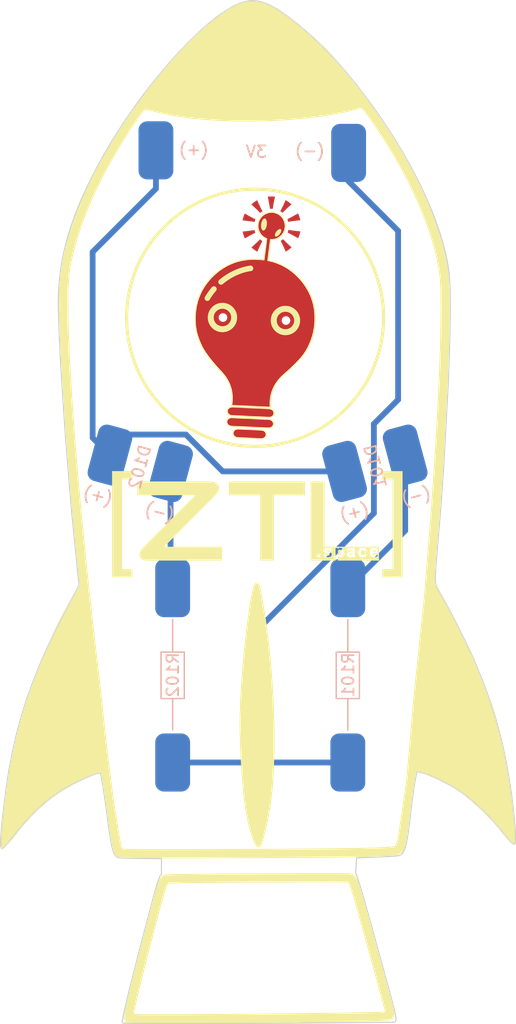
<source format=kicad_pcb>
(kicad_pcb (version 20211014) (generator pcbnew)
  (layers (0 "F.Cu" signal) (31 "B.Cu" signal) (34 "B.Paste" user) (35 "F.Paste" user) (36 "B.SilkS" user "B.Silkscreen") (37 "F.SilkS" user "F.Silkscreen") (38 "B.Mask" user) (39 "F.Mask" user) (44 "Edge.Cuts" user))
  (net 0 "")
  (net 1 "Net-(D101-Pad1)")
  (net 2 "/V+")
  (net 3 "Net-(D102-Pad1)")
  (net 4 "/GND")
  (footprint "project:res" (layer "B.Cu") (at 87.06 88.12 180)
    (fp_text reference "R101")
    (fp_text value "R" hide)
  )
  (footprint "project:led" (layer "B.Cu") (at 91.967041 70.224761 -165)
    (fp_text reference "D101")
    (fp_text value "LED" hide)
  )
  (footprint "project:pad" (layer "B.Cu") (at 70.74 42.96 180)
    (fp_text reference "J101" hide)
    (fp_text value "Conn_01x01_Male" hide)
  )
  (footprint "project:led" (layer "B.Cu") (at 71.249403 71.467092 165)
    (fp_text reference "D102")
    (fp_text value "LED" hide)
  )
  (footprint "project:pad" (layer "B.Cu") (at 87.33 43.18 180)
    (fp_text reference "J102" hide)
    (fp_text value "Conn_01x01_Male" hide)
  )
  (footprint "project:res" (layer "B.Cu") (at 71.98 88.12 180)
    (fp_text reference "R102")
    (fp_text value "R" hide)
  )
  (gr_poly (pts (xy 81.540878 50.670375) (xy 81.607422 50.737564) (xy 81.678074 50.807797) (xy 81.751514 50.879332) (xy 81.835785 50.960371) (xy 81.918095 51.037813) (xy 82.0654 51.173019) (xy 82.21069 51.302511) (xy 82.190902 51.319981) (xy 82.168049 51.339848) (xy 82.138228 51.365386) (xy 82.102694 51.395279) (xy 82.0627 51.428215) (xy 82.019501 51.462879) (xy 81.997092 51.480449) (xy 81.974352 51.497959) (xy 81.799055 51.614954) (xy 81.781439 51.625557) (xy 81.765428 51.634888) (xy 81.751252 51.642903) (xy 81.739139 51.649558) (xy 81.72202 51.658616) (xy 81.715906 51.661713) (xy 81.695037 51.6122) (xy 81.638896 51.482332) (xy 81.600631 51.396017) (xy 81.557187 51.300117) (xy 81.509776 51.198131) (xy 81.459612 51.093562) (xy 81.415165 51.002784) (xy 81.370937 50.914793) (xy 81.328103 50.831424) (xy 81.287837 50.754512) (xy 81.313264 50.737992) (xy 81.338212 50.720885) (xy 81.362716 50.703228) (xy 81.386808 50.685058) (xy 81.410525 50.666411) (xy 81.433901 50.647323) (xy 81.456969 50.627832) (xy 81.479764 50.607974)) (layer "F.Cu") (width 0.01) (fill solid))
  (gr_poly (pts (xy 77.665924 66.921811) (xy 79.674993 67.016894) (xy 79.697113 67.018445) (xy 79.718885 67.020951) (xy 79.740285 67.024389) (xy 79.761287 67.028732) (xy 79.781866 67.033956) (xy 79.801997 67.040035) (xy 79.821655 67.046945) (xy 79.840814 67.05466) (xy 79.859448 67.063155) (xy 79.877534 67.072406) (xy 79.895046 67.082385) (xy 79.911958 67.09307) (xy 79.928245 67.104434) (xy 79.943882 67.116452) (xy 79.958844 67.1291) (xy 79.973106 67.142352) (xy 79.986642 67.156182) (xy 79.999427 67.170567) (xy 80.011436 67.185479) (xy 80.022643 67.200896) (xy 80.033025 67.216791) (xy 80.042554 67.233138) (xy 80.051206 67.249914) (xy 80.058957 67.267093) (xy 80.06578 67.28465) (xy 80.07165 67.302559) (xy 80.076542 67.320795) (xy 80.080432 67.339334) (xy 80.083293 67.35815) (xy 80.0851 67.377218) (xy 80.085829 67.396512) (xy 80.085454 67.416009) (xy 80.083971 67.435632) (xy 80.081409 67.454943) (xy 80.077798 67.473919) (xy 80.073163 67.492537) (xy 80.067532 67.510774) (xy 80.060933 67.528609) (xy 80.053392 67.546018) (xy 80.044937 67.56298) (xy 80.035596 67.579471) (xy 80.025395 67.595468) (xy 80.014362 67.61095) (xy 80.002525 67.625894) (xy 79.989909 67.640277) (xy 79.976544 67.654076) (xy 79.962456 67.66727) (xy 79.947672 67.679834) (xy 79.932219 67.691748) (xy 79.916126 67.702988) (xy 79.899419 67.713532) (xy 79.882126 67.723357) (xy 79.864273 67.732441) (xy 79.845889 67.74076) (xy 79.827 67.748293) (xy 79.807633 67.755017) (xy 79.787817 67.760909) (xy 79.767578 67.765947) (xy 79.746944 67.770109) (xy 79.725942 67.773371) (xy 79.704599 67.77571) (xy 79.682943 67.777106) (xy 79.661 67.777534) (xy 79.638799 67.776973) (xy 77.62973 67.681889) (xy 77.607692 67.680337) (xy 77.585982 67.677823) (xy 77.564625 67.674374) (xy 77.54365 67.670015) (xy 77.523081 67.66477) (xy 77.502946 67.658666) (xy 77.48327 67.651726) (xy 77.464081 67.643977) (xy 77.445404 67.635443) (xy 77.427265 67.626149) (xy 77.409692 67.616121) (xy 77.392711 67.605384) (xy 77.376347 67.593962) (xy 77.360627 67.581882) (xy 77.345578 67.569168) (xy 77.331226 67.555845) (xy 77.317598 67.541939) (xy 77.304719 67.527475) (xy 77.292616 67.512477) (xy 77.281316 67.496971) (xy 77.270844 67.480983) (xy 77.261228 67.464536) (xy 77.252493 67.447657) (xy 77.244666 67.430371) (xy 77.237774 67.412702) (xy 77.231842 67.394676) (xy 77.226897 67.376318) (xy 77.222965 67.357653) (xy 77.220073 67.338707) (xy 77.218247 67.319504) (xy 77.217514 67.300069) (xy 77.2179 67.280429) (xy 77.219391 67.260984) (xy 77.221975 67.241843) (xy 77.225622 67.223028) (xy 77.230306 67.204563) (xy 77.235996 67.186469) (xy 77.242665 67.16877) (xy 77.250283 67.151489) (xy 77.258823 67.134649) (xy 77.268255 67.118271) (xy 77.278552 67.102379) (xy 77.289684 67.086996) (xy 77.301623 67.072145) (xy 77.314341 67.057847) (xy 77.327809 67.044127) (xy 77.341998 67.031007) (xy 77.35688 67.018509) (xy 77.372426 67.006657) (xy 77.388609 66.995473) (xy 77.405398 66.984979) (xy 77.422766 66.9752) (xy 77.440684 66.966157) (xy 77.459124 66.957873) (xy 77.478056 66.950372) (xy 77.497453 66.943675) (xy 77.517286 66.937806) (xy 77.537527 66.932788) (xy 77.558146 66.928642) (xy 77.579115 66.925393) (xy 77.600406 66.923062) (xy 77.621991 66.921673) (xy 77.64384 66.921248)) (layer "F.Cu") (width 0.01) (fill solid))
  (gr_poly (pts (xy 79.526101 50.637248) (xy 79.54927 50.656567) (xy 79.572764 50.675469) (xy 79.596618 50.69392) (xy 79.620867 50.711884) (xy 79.645545 50.729329) (xy 79.670685 50.746218) (xy 79.696324 50.762518) (xy 79.656174 50.839445) (xy 79.613419 50.922628) (xy 79.569271 51.010322) (xy 79.52494 51.100786) (xy 79.474473 51.205344) (xy 79.426629 51.307178) (xy 79.343871 51.488846) (xy 79.265516 51.667371) (xy 79.181584 51.621199) (xy 79.006287 51.504596) (xy 78.960952 51.469847) (xy 78.91763 51.435448) (xy 78.877563 51.402717) (xy 78.841995 51.372976) (xy 78.789324 51.327746) (xy 78.769558 51.310321) (xy 78.810004 51.275292) (xy 78.915875 51.181807) (xy 78.986094 51.118584) (xy 79.063969 51.047274) (xy 79.146598 50.970054) (xy 79.231083 50.889099) (xy 79.304831 50.817671) (xy 79.37559 50.747453) (xy 79.44213 50.68017) (xy 79.503223 50.617545)) (layer "F.Cu") (width 0.01) (fill solid))
  (gr_poly (pts (xy 78.24 48.425887) (xy 78.362418 48.498006) (xy 78.444576 48.545387) (xy 78.536633 48.597491) (xy 78.635542 48.652199) (xy 78.738251 48.707394) (xy 78.835348 48.758851) (xy 78.930006 48.807539) (xy 79.019565 48.852522) (xy 79.101366 48.892864) (xy 79.090403 48.919773) (xy 79.080203 48.947055) (xy 79.070686 48.974662) (xy 79.061772 49.002547) (xy 79.053381 49.030661) (xy 79.045433 49.058957) (xy 79.037847 49.087385) (xy 79.030542 49.115898) (xy 78.841599 49.084375) (xy 78.736434 49.067944) (xy 78.627711 49.052119) (xy 78.512537 49.036128) (xy 78.400728 49.021846) (xy 78.20199 48.998928) (xy 78.00752 48.979339) (xy 78.012368 48.953419) (xy 78.018394 48.923802) (xy 78.026791 48.885552) (xy 78.037535 48.840525) (xy 78.043781 48.81605) (xy 78.050604 48.790576) (xy 78.058004 48.764335) (xy 78.065976 48.737559) (xy 78.074517 48.71048) (xy 78.083625 48.68333) (xy 78.100828 48.628888) (xy 78.119159 48.576774) (xy 78.137564 48.528507) (xy 78.154987 48.485607) (xy 78.18267 48.421989) (xy 78.193773 48.398081)) (layer "F.Cu") (width 0.01) (fill solid))
  (gr_poly (pts (xy 82.043973 49.817347) (xy 82.13923 49.832855) (xy 82.240026 49.848473) (xy 82.343996 49.863596) (xy 82.570979 49.893899) (xy 82.769717 49.916885) (xy 82.964187 49.936571) (xy 82.959339 49.962463) (xy 82.953313 49.992057) (xy 82.944916 50.030285) (xy 82.934172 50.075299) (xy 82.927927 50.099773) (xy 82.921103 50.125251) (xy 82.913704 50.151502) (xy 82.905732 50.178295) (xy 82.89719 50.205398) (xy 82.888082 50.23258) (xy 82.870823 50.286957) (xy 82.852465 50.339023) (xy 82.834058 50.387255) (xy 82.816647 50.430132) (xy 82.78901 50.493728) (xy 82.777935 50.517634) (xy 82.731708 50.489825) (xy 82.609289 50.417684) (xy 82.527131 50.37028) (xy 82.435074 50.318141) (xy 82.336166 50.263384) (xy 82.233456 50.208125) (xy 82.141461 50.159553) (xy 82.051557 50.113311) (xy 81.965981 50.07026) (xy 81.886971 50.031263) (xy 81.897587 50.003429) (xy 81.907703 49.975388) (xy 81.917297 49.947137) (xy 81.926345 49.91867) (xy 81.934824 49.889983) (xy 81.942711 49.861071) (xy 81.949985 49.83193) (xy 81.95662 49.802555)) (layer "F.Cu") (width 0.01) (fill solid))
  (gr_poly (pts (xy 77.128292 65.947614) (xy 80.303399 66.098065) (xy 80.325507 66.099596) (xy 80.347283 66.102081) (xy 80.368699 66.105495) (xy 80.38973 66.109815) (xy 80.410349 66.115014) (xy 80.43053 66.121069) (xy 80.450248 66.127955) (xy 80.469476 66.135646) (xy 80.488188 66.144119) (xy 80.506358 66.153349) (xy 80.52396 66.16331) (xy 80.540968 66.173978) (xy 80.557356 66.185329) (xy 80.573098 66.197337) (xy 80.588167 66.209978) (xy 80.602538 66.223227) (xy 80.616185 66.23706) (xy 80.62908 66.251452) (xy 80.6412 66.266378) (xy 80.652516 66.281813) (xy 80.663004 66.297732) (xy 80.672636 66.314112) (xy 80.681388 66.330926) (xy 80.689233 66.348152) (xy 80.696145 66.365763) (xy 80.702097 66.383735) (xy 80.707064 66.402043) (xy 80.71102 66.420663) (xy 80.713938 66.439569) (xy 80.715793 66.458738) (xy 80.716558 66.478144) (xy 80.716208 66.497763) (xy 80.714717 66.517173) (xy 80.712134 66.53628) (xy 80.708489 66.555064) (xy 80.703808 66.5735) (xy 80.698121 66.591566) (xy 80.691455 66.60924) (xy 80.68384 66.626498) (xy 80.675302 66.643317) (xy 80.665872 66.659675) (xy 80.655576 66.675548) (xy 80.644444 66.690915) (xy 80.632504 66.705751) (xy 80.619784 66.720035) (xy 80.606312 66.733743) (xy 80.592117 66.746853) (xy 80.577227 66.759341) (xy 80.56167 66.771184) (xy 80.545475 66.782361) (xy 80.52867 66.792848) (xy 80.511283 66.802622) (xy 80.493344 66.81166) (xy 80.474879 66.819939) (xy 80.455918 66.827438) (xy 80.436488 66.834132) (xy 80.416619 66.839999) (xy 80.396338 66.845016) (xy 80.375673 66.84916) (xy 80.354654 66.852408) (xy 80.333309 66.854738) (xy 80.311665 66.856127) (xy 80.289751 66.856551) (xy 80.267595 66.855988) (xy 77.092098 66.70554) (xy 77.069919 66.703989) (xy 77.04808 66.701479) (xy 77.026607 66.698037) (xy 77.005526 66.693687) (xy 76.984862 66.688455) (xy 76.964642 66.682366) (xy 76.944891 66.675445) (xy 76.925635 66.667719) (xy 76.9069 66.659212) (xy 76.888712 66.64995) (xy 76.871097 66.639958) (xy 76.854081 66.629261) (xy 76.837688 66.617885) (xy 76.821947 66.605855) (xy 76.806881 66.593197) (xy 76.792518 66.579936) (xy 76.778882 66.566096) (xy 76.766 66.551705) (xy 76.753898 66.536786) (xy 76.742602 66.521366) (xy 76.732137 66.50547) (xy 76.722529 66.489122) (xy 76.713804 66.472349) (xy 76.705988 66.455176) (xy 76.699107 66.437628) (xy 76.693187 66.41973) (xy 76.688253 66.401508) (xy 76.684332 66.382988) (xy 76.681449 66.364194) (xy 76.67963 66.345152) (xy 76.678902 66.325888) (xy 76.679289 66.306426) (xy 76.68076 66.28686) (xy 76.683321 66.267612) (xy 76.686944 66.248704) (xy 76.691601 66.230158) (xy 76.697263 66.211996) (xy 76.703904 66.194241) (xy 76.711494 66.176914) (xy 76.720007 66.160037) (xy 76.729414 66.143633) (xy 76.739687 66.127724) (xy 76.750798 66.112332) (xy 76.76272 66.097478) (xy 76.775424 66.083185) (xy 76.788883 66.069476) (xy 76.803068 66.056372) (xy 76.817951 66.043895) (xy 76.833506 66.032067) (xy 76.849702 66.020911) (xy 76.866514 66.010449) (xy 76.883912 66.000702) (xy 76.90187 65.991693) (xy 76.920358 65.983445) (xy 76.939349 65.975978) (xy 76.958815 65.969315) (xy 76.978728 65.963478) (xy 76.999061 65.95849) (xy 77.019784 65.954372) (xy 77.040871 65.951147) (xy 77.062293 65.948836) (xy 77.084022 65.947463) (xy 77.106031 65.947048)) (layer "F.Cu") (width 0.01) (fill solid))
  (gr_poly (pts (xy 80.586442 48.284686) (xy 80.643978 48.288341) (xy 80.70103 48.294784) (xy 80.757504 48.303968) (xy 80.813308 48.315844) (xy 80.868347 48.330365) (xy 80.922528 48.347483) (xy 80.975758 48.367151) (xy 81.027943 48.38932) (xy 81.07899 48.413943) (xy 81.128805 48.440972) (xy 81.177295 48.470359) (xy 81.224366 48.502057) (xy 81.269925 48.536018) (xy 81.313879 48.572193) (xy 81.356134 48.610536) (xy 81.396596 48.650998) (xy 81.435172 48.693532) (xy 81.471769 48.73809) (xy 81.506293 48.784624) (xy 81.538651 48.833087) (xy 81.56875 48.88343) (xy 81.596495 48.935605) (xy 81.621793 48.989566) (xy 81.644552 49.045265) (xy 81.664677 49.102652) (xy 81.6819 49.161007) (xy 81.695998 49.219526) (xy 81.707018 49.278116) (xy 81.715008 49.336684) (xy 81.720017 49.395137) (xy 81.722092 49.453382) (xy 81.72128 49.511325) (xy 81.717631 49.568874) (xy 81.711192 49.625935) (xy 81.70201 49.682416) (xy 81.690134 49.738222) (xy 81.675611 49.793262) (xy 81.658491 49.847442) (xy 81.638819 49.900669) (xy 81.616645 49.952849) (xy 81.592016 50.00389) (xy 81.56498 50.053699) (xy 81.535586 50.102182) (xy 81.50388 50.149246) (xy 81.469911 50.194799) (xy 81.433727 50.238746) (xy 81.395376 50.280996) (xy 81.354906 50.321454) (xy 81.312364 50.360028) (xy 81.267798 50.396625) (xy 81.221257 50.431151) (xy 81.172789 50.463514) (xy 81.12244 50.49362) (xy 81.07026 50.521376) (xy 81.016295 50.546689) (xy 80.960595 50.569466) (xy 80.903206 50.589613) (xy 80.875297 50.598231) (xy 80.847336 50.606128) (xy 80.819334 50.613309) (xy 80.791301 50.61978) (xy 80.763248 50.625545) (xy 80.735185 50.630611) (xy 80.707123 50.63498) (xy 80.679072 50.63866) (xy 80.651043 50.641655) (xy 80.623046 50.643969) (xy 80.595092 50.645608) (xy 80.567191 50.646577) (xy 80.539354 50.646881) (xy 80.51159 50.646525) (xy 80.483911 50.645514) (xy 80.456327 50.643853) (xy 80.225609 52.433759) (xy 80.423155 52.476246) (xy 80.617219 52.526111) (xy 80.80779 52.58335) (xy 80.994852 52.647956) (xy 81.178392 52.719922) (xy 81.358396 52.799243) (xy 81.534849 52.885913) (xy 81.707739 52.979924) (xy 81.87705 53.081272) (xy 82.042769 53.18995) (xy 82.204883 53.305951) (xy 82.363376 53.429269) (xy 82.518236 53.559899) (xy 82.669447 53.697834) (xy 82.816997 53.843068) (xy 82.960871 53.995595) (xy 83.131485 54.193314) (xy 83.290393 54.395257) (xy 83.437581 54.601432) (xy 83.573034 54.811846) (xy 83.696736 55.026506) (xy 83.80867 55.24542) (xy 83.908823 55.468594) (xy 83.997178 55.696037) (xy 84.073719 55.927756) (xy 84.138432 56.163758) (xy 84.191301 56.404051) (xy 84.23231 56.648641) (xy 84.261443 56.897537) (xy 84.278686 57.150745) (xy 84.284022 57.408272) (xy 84.277437 57.670128) (xy 84.268816 57.813305) (xy 84.256689 57.955277) (xy 84.241119 58.096003) (xy 84.222173 58.235442) (xy 84.199916 58.373554) (xy 84.174412 58.510298) (xy 84.145727 58.645635) (xy 84.113926 58.779524) (xy 84.050876 58.995805) (xy 83.981398 59.206136) (xy 83.905515 59.410569) (xy 83.823248 59.609158) (xy 83.734618 59.801955) (xy 83.639647 59.989013) (xy 83.538358 60.170385) (xy 83.430771 60.346124) (xy 83.371983 60.434855) (xy 83.305663 60.527622) (xy 83.231823 60.624436) (xy 83.150478 60.725308) (xy 83.061643 60.83025) (xy 82.96533 60.939273) (xy 82.861554 61.052387) (xy 82.750329 61.169605) (xy 82.631669 61.290937) (xy 82.505588 61.416395) (xy 82.231217 61.679734) (xy 81.927328 61.95971) (xy 81.594033 62.256415) (xy 81.437957 62.399371) (xy 81.293072 62.546745) (xy 81.159363 62.698522) (xy 81.036817 62.854686) (xy 80.92542 63.015222) (xy 80.825156 63.180115) (xy 80.736011 63.349348) (xy 80.657971 63.522907) (xy 80.591023 63.700776) (xy 80.535151 63.882939) (xy 80.49034 64.069381) (xy 80.456578 64.260086) (xy 80.433849 64.455039) (xy 80.422139 64.654224) (xy 80.421434 64.857627) (xy 80.431719 65.06523) (xy 77.099292 64.907275) (xy 77.129093 64.701616) (xy 77.147543 64.499085) (xy 77.154628 64.299699) (xy 77.150332 64.103474) (xy 77.134643 63.910426) (xy 77.107543 63.72057) (xy 77.06902 63.533922) (xy 77.019058 63.350498) (xy 76.957642 63.170315) (xy 76.884758 62.993388) (xy 76.800391 62.819732) (xy 76.704526 62.649364) (xy 76.597148 62.4823) (xy 76.478244 62.318556) (xy 76.347798 62.158147) (xy 76.205795 62.001089) (xy 75.90315 61.672782) (xy 75.629408 61.361786) (xy 75.384254 61.068742) (xy 75.167372 60.794292) (xy 74.978444 60.539078) (xy 74.817154 60.303742) (xy 74.683187 60.088926) (xy 74.62635 59.989413) (xy 74.576226 59.895271) (xy 74.485229 59.711287) (xy 74.399662 59.524532) (xy 74.319967 59.334217) (xy 74.246588 59.139556) (xy 74.212406 59.040348) (xy 74.179968 58.939759) (xy 74.149332 58.83769) (xy 74.120551 58.734041) (xy 74.093682 58.628715) (xy 74.06878 58.521613) (xy 74.045901 58.412636) (xy 74.025099 58.301687) (xy 74.006595 58.165444) (xy 73.99122 58.028017) (xy 73.979051 57.889461) (xy 73.970165 57.749832) (xy 73.96464 57.609187) (xy 73.962554 57.46758) (xy 73.963803 57.343086) (xy 75.936082 57.343086) (xy 75.936633 57.362178) (xy 75.938132 57.381038) (xy 75.940557 57.39964) (xy 75.943887 57.41796) (xy 75.948097 57.435973) (xy 75.953167 57.453656) (xy 75.959072 57.470983) (xy 75.965792 57.48793) (xy 75.973304 57.504472) (xy 75.981585 57.520585) (xy 75.990612 57.536244) (xy 76.000364 57.551424) (xy 76.010818 57.566101) (xy 76.021951 57.580251) (xy 76.033741 57.593848) (xy 76.046166 57.606868) (xy 76.059204 57.619287) (xy 76.072831 57.63108) (xy 76.087025 57.642221) (xy 76.101764 57.652688) (xy 76.117026 57.662455) (xy 76.132788 57.671498) (xy 76.149028 57.679791) (xy 76.165723 57.687311) (xy 76.182851 57.694032) (xy 76.200389 57.699931) (xy 76.218315 57.704983) (xy 76.236607 57.709162) (xy 76.255242 57.712445) (xy 76.274198 57.714807) (xy 76.293452 57.716223) (xy 76.312772 57.716643) (xy 76.331881 57.716092) (xy 76.350756 57.714593) (xy 76.36937 57.712167) (xy 76.387701 57.708838) (xy 76.405723 57.704627) (xy 76.423411 57.699558) (xy 76.440742 57.693652) (xy 76.457691 57.686932) (xy 76.474233 57.679421) (xy 76.490343 57.67114) (xy 76.505998 57.662113) (xy 76.521173 57.652361) (xy 76.535843 57.641907) (xy 76.549983 57.630774) (xy 76.56357 57.618984) (xy 76.576579 57.606559) (xy 76.58282 57.6) (xy 81.35994 57.6) (xy 81.360471 57.619095) (xy 81.361952 57.637956) (xy 81.364361 57.656558) (xy 81.367675 57.674878) (xy 81.371872 57.692891) (xy 81.376929 57.710572) (xy 81.382823 57.727897) (xy 81.389533 57.744841) (xy 81.397036 57.76138) (xy 81.405309 57.77749) (xy 81.41433 57.793146) (xy 81.424076 57.808323) (xy 81.434525 57.822997) (xy 81.445655 57.837144) (xy 81.457443 57.850738) (xy 81.469866 57.863757) (xy 81.482902 57.876174) (xy 81.496528 57.887967) (xy 81.510723 57.899109) (xy 81.525464 57.909578) (xy 81.540727 57.919347) (xy 81.556491 57.928394) (xy 81.572734 57.936693) (xy 81.589432 57.944219) (xy 81.606563 57.95095) (xy 81.624105 57.956859) (xy 81.642036 57.961922) (xy 81.660332 57.966116) (xy 81.678971 57.969415) (xy 81.697932 57.971795) (xy 81.717191 57.973232) (xy 81.736496 57.973653) (xy 81.755595 57.973102) (xy 81.774462 57.971602) (xy 81.793072 57.969176) (xy 81.811401 57.965845) (xy 81.829425 57.961633) (xy 81.847117 57.956561) (xy 81.864454 57.950653) (xy 81.881411 57.94393) (xy 81.897962 57.936414) (xy 81.914084 57.928129) (xy 81.929751 57.919096) (xy 81.944939 57.909339) (xy 81.959623 57.898879) (xy 81.973778 57.887738) (xy 81.987379 57.875939) (xy 82.000402 57.863505) (xy 82.012822 57.850458) (xy 82.024614 57.836821) (xy 82.035753 57.822614) (xy 82.046214 57.807862) (xy 82.055974 57.792587) (xy 82.065006 57.77681) (xy 82.073287 57.760554) (xy 82.080791 57.743842) (xy 82.087494 57.726696) (xy 82.09337 57.709138) (xy 82.098396 57.691191) (xy 82.102547 57.672878) (xy 82.105797 57.654219) (xy 82.108122 57.635239) (xy 82.109497 57.615959) (xy 82.109938 57.596675) (xy 82.109407 57.577598) (xy 82.107926 57.558753) (xy 82.105517 57.540164) (xy 82.102203 57.521855) (xy 82.098006 57.503851) (xy 82.092949 57.486178) (xy 82.087054 57.468859) (xy 82.080345 57.45192) (xy 82.072842 57.435384) (xy 82.064569 57.419277) (xy 82.055548 57.403623) (xy 82.045801 57.388447) (xy 82.035352 57.373773) (xy 82.024223 57.359627) (xy 82.012435 57.346032) (xy 82.000012 57.333013) (xy 81.986976 57.320596) (xy 81.973349 57.308804) (xy 81.959154 57.297663) (xy 81.944414 57.287196) (xy 81.92915 57.277429) (xy 81.913386 57.268386) (xy 81.897144 57.260092) (xy 81.880446 57.252571) (xy 81.863314 57.245849) (xy 81.845772 57.239949) (xy 81.827842 57.234897) (xy 81.809545 57.230716) (xy 81.790906 57.227432) (xy 81.771945 57.22507) (xy 81.752686 57.223654) (xy 81.733381 57.223233) (xy 81.714285 57.223784) (xy 81.695421 57.225284) (xy 81.676815 57.22771) (xy 81.65849 57.23104) (xy 81.640473 57.235252) (xy 81.622786 57.240322) (xy 81.605456 57.24623) (xy 81.588506 57.252951) (xy 81.571962 57.260465) (xy 81.555847 57.268748) (xy 81.540187 57.277778) (xy 81.525007 57.287532) (xy 81.510329 57.297989) (xy 81.496181 57.309125) (xy 81.482585 57.320918) (xy 81.469568 57.333346) (xy 81.457152 57.346387) (xy 81.445364 57.360018) (xy 81.434227 57.374216) (xy 81.423766 57.388959) (xy 81.414007 57.404225) (xy 81.404973 57.419991) (xy 81.396689 57.436235) (xy 81.38918 57.452934) (xy 81.38247 57.470066) (xy 81.376585 57.487609) (xy 81.371548 57.50554) (xy 81.367385 57.523837) (xy 81.364119 57.542476) (xy 81.361777 57.561437) (xy 81.360381 57.580696) (xy 81.35994 57.6) (xy 76.58282 57.6) (xy 76.588985 57.593521) (xy 76.600764 57.579894) (xy 76.611891 57.5657) (xy 76.622341 57.550961) (xy 76.632091 57.535699) (xy 76.641116 57.519937) (xy 76.649391 57.503697) (xy 76.656891 57.487002) (xy 76.663593 57.469874) (xy 76.669471 57.452336) (xy 76.674502 57.43441) (xy 76.67866 57.416118) (xy 76.681921 57.397483) (xy 76.684262 57.378527) (xy 76.685656 57.359273) (xy 76.686077 57.339974) (xy 76.685528 57.320884) (xy 76.684032 57.302028) (xy 76.681611 57.28343) (xy 76.678287 57.265114) (xy 76.674082 57.247106) (xy 76.66902 57.22943) (xy 76.663122 57.212109) (xy 76.65641 57.195169) (xy 76.648908 57.178634) (xy 76.640637 57.162529) (xy 76.631619 57.146877) (xy 76.621878 57.131704) (xy 76.611435 57.117033) (xy 76.600312 57.10289) (xy 76.588533 57.089299) (xy 76.576118 57.076284) (xy 76.563092 57.063869) (xy 76.549475 57.05208) (xy 76.535291 57.04094) (xy 76.520562 57.030475) (xy 76.50531 57.020708) (xy 76.489557 57.011663) (xy 76.473325 57.003367) (xy 76.456638 56.995842) (xy 76.439518 56.989114) (xy 76.421985 56.983206) (xy 76.404065 56.978144) (xy 76.385777 56.973951) (xy 76.367145 56.970653) (xy 76.348191 56.968273) (xy 76.328938 56.966837) (xy 76.309658 56.966417) (xy 76.290582 56.966967) (xy 76.271735 56.968467) (xy 76.253143 56.970892) (xy 76.234828 56.974221) (xy 76.216818 56.978432) (xy 76.199136 56.983501) (xy 76.181807 56.989407) (xy 76.164857 56.996127) (xy 76.148309 57.003639) (xy 76.132189 57.011919) (xy 76.116522 57.020947) (xy 76.101333 57.030699) (xy 76.086645 57.041153) (xy 76.072485 57.052286) (xy 76.058877 57.064076) (xy 76.045846 57.076501) (xy 76.033417 57.089538) (xy 76.021614 57.103165) (xy 76.010463 57.11736) (xy 75.999988 57.132099) (xy 75.990214 57.147361) (xy 75.981166 57.163123) (xy 75.972869 57.179363) (xy 75.965347 57.196058) (xy 75.958626 57.213186) (xy 75.952731 57.230724) (xy 75.947685 57.24865) (xy 75.943515 57.266942) (xy 75.940244 57.285577) (xy 75.937898 57.304533) (xy 75.936502 57.323787) (xy 75.936082 57.343086) (xy 73.963803 57.343086) (xy 73.963984 57.325068) (xy 73.969008 57.181705) (xy 73.987202 56.920452) (xy 74.016869 56.664627) (xy 74.057992 56.414224) (xy 74.110551 56.169232) (xy 74.174531 55.929643) (xy 74.249911 55.695447) (xy 74.336676 55.466637) (xy 74.434807 55.243203) (xy 74.544285 55.025136) (xy 74.665094 54.812427) (xy 74.797216 54.605067) (xy 74.940632 54.403048) (xy 75.095325 54.20636) (xy 75.261277 54.014994) (xy 75.43847 53.828943) (xy 75.626887 53.648196) (xy 75.823379 53.477513) (xy 76.024401 53.318589) (xy 76.229928 53.171433) (xy 76.439939 53.036053) (xy 76.654409 52.912456) (xy 76.873317 52.800651) (xy 77.09664 52.700646) (xy 77.324354 52.61245) (xy 77.556437 52.53607) (xy 77.792865 52.471514) (xy 78.033617 52.418791) (xy 78.278668 52.377909) (xy 78.527997 52.348875) (xy 78.781581 52.331699) (xy 79.039395 52.326388) (xy 79.301419 52.33295) (xy 79.425509 52.338772) (xy 79.541889 52.345465) (xy 79.657251 52.354417) (xy 79.771571 52.3656) (xy 79.884825 52.37899) (xy 80.118189 50.568446) (xy 80.058454 50.543703) (xy 80.000191 50.515757) (xy 79.943538 50.484679) (xy 79.888634 50.450541) (xy 79.835616 50.413414) (xy 79.784623 50.373369) (xy 79.735794 50.330478) (xy 79.689266 50.284812) (xy 79.645179 50.236442) (xy 79.60367 50.18544) (xy 79.564878 50.131877) (xy 79.528941 50.075824) (xy 79.495998 50.017352) (xy 79.466187 49.956534) (xy 79.439646 49.89344) (xy 79.416514 49.828141) (xy 79.399291 49.769787) (xy 79.385193 49.711268) (xy 79.374173 49.652678) (xy 79.366182 49.59411) (xy 79.361174 49.535658) (xy 79.359099 49.477413) (xy 79.35991 49.41947) (xy 79.36356 49.361921) (xy 79.369999 49.30486) (xy 79.379181 49.24838) (xy 79.391057 49.192573) (xy 79.405579 49.137533) (xy 79.4227 49.083353) (xy 79.442372 49.030127) (xy 79.464546 48.977946) (xy 79.489175 48.926905) (xy 79.51621 48.877097) (xy 79.545605 48.828614) (xy 79.577311 48.781549) (xy 79.611279 48.735997) (xy 79.647463 48.692049) (xy 79.685814 48.6498) (xy 79.726285 48.609342) (xy 79.768827 48.570768) (xy 79.813392 48.534171) (xy 79.859933 48.499645) (xy 79.908402 48.467283) (xy 79.958751 48.437177) (xy 80.010931 48.409421) (xy 80.064895 48.384108) (xy 80.120596 48.361332) (xy 80.177984 48.341184) (xy 80.236292 48.323984) (xy 80.29477 48.309907) (xy 80.353325 48.298904) (xy 80.411863 48.290928) (xy 80.470291 48.285932) (xy 80.528515 48.283867)) (layer "F.Cu") (width 0.01) (fill solid))
  (gr_poly (pts (xy 77.171656 65.030833) (xy 80.346762 65.181285) (xy 80.368871 65.182799) (xy 80.390647 65.185273) (xy 80.412063 65.188679) (xy 80.433093 65.192994) (xy 80.453712 65.198192) (xy 80.473894 65.204248) (xy 80.493612 65.211136) (xy 80.51284 65.218833) (xy 80.531552 65.227312) (xy 80.549722 65.236549) (xy 80.567324 65.246518) (xy 80.584332 65.257195) (xy 80.60072 65.268553) (xy 80.616462 65.280569) (xy 80.631531 65.293217) (xy 80.645902 65.306472) (xy 80.659548 65.320308) (xy 80.672444 65.334702) (xy 80.684563 65.349626) (xy 80.69588 65.365058) (xy 80.706368 65.38097) (xy 80.716 65.397339) (xy 80.724752 65.414139) (xy 80.732597 65.431345) (xy 80.739508 65.448931) (xy 80.745461 65.466874) (xy 80.750428 65.485147) (xy 80.754384 65.503726) (xy 80.757302 65.522585) (xy 80.759157 65.541699) (xy 80.759922 65.561044) (xy 80.759571 65.580594) (xy 80.758063 65.600108) (xy 80.755464 65.619313) (xy 80.751803 65.638185) (xy 80.747108 65.656701) (xy 80.741407 65.67484) (xy 80.734729 65.692579) (xy 80.727103 65.709896) (xy 80.718556 65.726767) (xy 80.709117 65.743171) (xy 80.698814 65.759086) (xy 80.687676 65.774488) (xy 80.67573 65.789355) (xy 80.663006 65.803664) (xy 80.649531 65.817394) (xy 80.635334 65.830522) (xy 80.620444 65.843026) (xy 80.604888 65.854882) (xy 80.588694 65.866068) (xy 80.571892 65.876563) (xy 80.55451 65.886343) (xy 80.536575 65.895386) (xy 80.518117 65.903669) (xy 80.499163 65.911171) (xy 80.479742 65.917868) (xy 80.459882 65.923739) (xy 80.439612 65.92876) (xy 80.41896 65.93291) (xy 80.397954 65.936165) (xy 80.376623 65.938504) (xy 80.354994 65.939903) (xy 80.333097 65.940341) (xy 80.310959 65.939795) (xy 77.135657 65.789346) (xy 77.113461 65.787795) (xy 77.091605 65.785289) (xy 77.070116 65.781851) (xy 77.04902 65.777506) (xy 77.028343 65.77228) (xy 77.008109 65.766197) (xy 76.988346 65.759283) (xy 76.969078 65.751562) (xy 76.950332 65.743059) (xy 76.932134 65.733799) (xy 76.914508 65.723807) (xy 76.897482 65.713109) (xy 76.88108 65.701728) (xy 76.865329 65.68969) (xy 76.850254 65.67702) (xy 76.835882 65.663742) (xy 76.822237 65.649882) (xy 76.809346 65.635465) (xy 76.797234 65.620515) (xy 76.785928 65.605058) (xy 76.775453 65.589118) (xy 76.765835 65.572721) (xy 76.757099 65.55589) (xy 76.749272 65.538652) (xy 76.74238 65.521031) (xy 76.736447 65.503052) (xy 76.7315 65.48474) (xy 76.727565 65.46612) (xy 76.724667 65.447217) (xy 76.722833 65.428056) (xy 76.722087 65.408661) (xy 76.722457 65.389058) (xy 76.723963 65.36958) (xy 76.726556 65.350412) (xy 76.730207 65.331577) (xy 76.734889 65.313097) (xy 76.740575 65.294994) (xy 76.747235 65.277291) (xy 76.754843 65.260011) (xy 76.763371 65.243175) (xy 76.77279 65.226806) (xy 76.783074 65.210927) (xy 76.794194 65.19556) (xy 76.806122 65.180727) (xy 76.818831 65.166451) (xy 76.832293 65.152755) (xy 76.84648 65.13966) (xy 76.861364 65.127189) (xy 76.876918 65.115365) (xy 76.893113 65.104209) (xy 76.909922 65.093745) (xy 76.927317 65.083995) (xy 76.945271 65.074981) (xy 76.963755 65.066726) (xy 76.982742 65.059252) (xy 77.002203 65.052581) (xy 77.022112 65.046737) (xy 77.04244 65.04174) (xy 77.063159 65.037615) (xy 77.084242 65.034382) (xy 77.105661 65.032065) (xy 77.127388 65.030687) (xy 77.149396 65.030268)) (layer "F.Cu") (width 0.01) (fill solid))
  (gr_poly (pts (xy 80.480638 46.933464) (xy 80.537855 46.933226) (xy 80.593149 46.934791) (xy 80.64476 46.937611) (xy 80.690931 46.941143) (xy 80.759917 46.948155) (xy 80.786038 46.951463) (xy 80.773823 47.003945) (xy 80.742899 47.142412) (xy 80.723104 47.234994) (xy 80.70185 47.338398) (xy 80.680212 47.449065) (xy 80.659261 47.563438) (xy 80.639223 47.678751) (xy 80.621184 47.790433) (xy 80.605309 47.894852) (xy 80.591764 47.988376) (xy 80.577514 47.987055) (xy 80.563352 47.985399) (xy 80.535125 47.981724) (xy 80.520976 47.980027) (xy 80.50675 47.978637) (xy 80.492405 47.977715) (xy 80.485174 47.977479) (xy 80.477899 47.97742) (xy 80.470628 47.977552) (xy 80.46341 47.977861) (xy 80.449112 47.97893) (xy 80.434955 47.980467) (xy 80.420893 47.982311) (xy 80.392858 47.986279) (xy 80.378789 47.988082) (xy 80.364621 47.98955) (xy 80.351192 47.895947) (xy 80.335397 47.791558) (xy 80.317437 47.67998) (xy 80.297516 47.564807) (xy 80.277061 47.450216) (xy 80.256002 47.339336) (xy 80.216176 47.142974) (xy 80.174455 46.951659) (xy 80.200726 46.948321) (xy 80.23089 46.944973) (xy 80.270027 46.941241) (xy 80.316354 46.937673) (xy 80.341657 46.936123) (xy 80.368088 46.934821) (xy 80.395424 46.933835) (xy 80.423443 46.933235) (xy 80.451922 46.933088)) (layer "F.Cu") (width 0.01) (fill solid))
  (gr_poly (pts (xy 82.784259 48.411163) (xy 82.796134 48.438884) (xy 82.811178 48.474971) (xy 82.828478 48.517853) (xy 82.847122 48.56596) (xy 82.866197 48.617722) (xy 82.875611 48.644483) (xy 82.88479 48.671568) (xy 82.943678 48.873864) (xy 82.962069 48.967969) (xy 82.908499 48.9726) (xy 82.76755 48.986091) (xy 82.67357 48.995969) (xy 82.568861 49.007835) (xy 82.457126 49.021613) (xy 82.342072 49.037227) (xy 82.233273 49.052787) (xy 82.12772 49.069264) (xy 82.028293 49.085814) (xy 81.937872 49.101594) (xy 81.922428 49.044603) (xy 81.914225 49.016343) (xy 81.905591 48.988292) (xy 81.896443 48.960488) (xy 81.886699 48.93297) (xy 81.876276 48.905778) (xy 81.865092 48.878951) (xy 81.946749 48.838477) (xy 82.036183 48.793455) (xy 82.130752 48.74491) (xy 82.227816 48.693872) (xy 82.330641 48.638843) (xy 82.42973 48.584449) (xy 82.604407 48.485829) (xy 82.773663 48.387102)) (layer "F.Cu") (width 0.01) (fill solid))
  (gr_poly (pts (xy 81.789928 47.294515) (xy 81.965225 47.411119) (xy 82.010568 47.445867) (xy 82.053913 47.480267) (xy 82.09401 47.512998) (xy 82.129615 47.542739) (xy 82.182353 47.587969) (xy 82.20215 47.605394) (xy 82.1617 47.640423) (xy 82.055808 47.733907) (xy 81.985566 47.79713) (xy 81.907656 47.86844) (xy 81.824978 47.94566) (xy 81.74043 48.026615) (xy 81.657852 48.106805) (xy 81.578852 48.18538) (xy 81.505611 48.2597) (xy 81.440312 48.327124) (xy 81.418057 48.309034) (xy 81.395579 48.291312) (xy 81.372841 48.273981) (xy 81.349802 48.257059) (xy 81.326424 48.240569) (xy 81.302667 48.22453) (xy 81.278493 48.208964) (xy 81.253863 48.193891) (xy 81.297678 48.110687) (xy 81.345693 48.017762) (xy 81.39602 47.918161) (xy 81.446768 47.814928) (xy 81.497235 47.71037) (xy 81.545079 47.608536) (xy 81.627836 47.426868) (xy 81.706192 47.248343)) (layer "F.Cu") (width 0.01) (fill solid))
  (gr_poly (pts (xy 79.025166 49.84615) (xy 79.032798 49.875258) (xy 79.04103 49.904109) (xy 79.049834 49.932704) (xy 79.059179 49.961042) (xy 79.069034 49.989123) (xy 79.079372 50.016947) (xy 79.090161 50.044514) (xy 79.011206 50.083851) (xy 78.925722 50.127076) (xy 78.835836 50.173383) (xy 78.743676 50.221963) (xy 78.640908 50.276992) (xy 78.541845 50.331386) (xy 78.367159 50.430006) (xy 78.197829 50.528733) (xy 78.187261 50.504641) (xy 78.17541 50.476889) (xy 78.160387 50.440767) (xy 78.1431 50.397848) (xy 78.124453 50.34971) (xy 78.105352 50.297926) (xy 78.095914 50.271159) (xy 78.086703 50.244071) (xy 78.02801 50.041971) (xy 78.009619 49.947671) (xy 78.063189 49.943067) (xy 78.204138 49.929622) (xy 78.298118 49.919757) (xy 78.402827 49.907888) (xy 78.514561 49.894083) (xy 78.629615 49.878413) (xy 78.733603 49.863446) (xy 78.834674 49.847745) (xy 78.930354 49.831972) (xy 79.018164 49.816785)) (layer "F.Cu") (width 0.01) (fill solid))
  (gr_poly (pts (xy 79.276501 47.303249) (xy 79.332687 47.433096) (xy 79.370965 47.519387) (xy 79.414405 47.615253) (xy 79.461789 47.717189) (xy 79.511897 47.821694) (xy 79.562679 47.925492) (xy 79.613094 48.025384) (xy 79.661235 48.118415) (xy 79.705194 48.201634) (xy 79.680767 48.216928) (xy 79.656769 48.232714) (xy 79.633169 48.248973) (xy 79.609939 48.265683) (xy 79.587049 48.282825) (xy 79.564467 48.300377) (xy 79.542166 48.318318) (xy 79.520114 48.336629) (xy 79.454681 48.269453) (xy 79.381378 48.195251) (xy 79.302463 48.116612) (xy 79.220192 48.03612) (xy 79.135921 47.955137) (xy 79.05361 47.877721) (xy 78.906306 47.742507) (xy 78.761016 47.612942) (xy 78.780803 47.595471) (xy 78.803656 47.575604) (xy 78.833477 47.550066) (xy 78.869012 47.520173) (xy 78.909005 47.487237) (xy 78.952204 47.452573) (xy 78.974613 47.435003) (xy 78.997354 47.417493) (xy 79.172455 47.300498) (xy 79.190127 47.289895) (xy 79.206164 47.280564) (xy 79.220344 47.272549) (xy 79.232444 47.265893) (xy 79.249517 47.256836) (xy 79.255603 47.253739)) (layer "F.Cu") (width 0.01) (fill solid))
  (gr_line (start 84.154071 58.370715) (end 84.128567 58.50746) (layer "F.SilkS") (width 0.095249))
  (gr_line (start 79.767548 48.531332) (end 79.814089 48.496806) (layer "F.SilkS") (width 0.095249))
  (gr_line (start 79.470365 48.874257) (end 79.49976 48.825774) (layer "F.SilkS") (width 0.095249))
  (gr_line (start 76.899427 65.072142) (end 76.917911 65.063887) (layer "F.SilkS") (width 0.093909))
  (gr_line (start 79.940797 67.153343) (end 79.953582 67.167728) (layer "F.SilkS") (width 0.093909))
  (gr_line (start 68.686178 61.164515) (end 68.512256 60.650501) (layer "F.SilkS") (width 0.263776))
  (gr_line (start 79.376855 49.080514) (end 79.396527 49.027287) (layer "F.SilkS") (width 0.095249))
  (gr_line (start 79.557825 50.182601) (end 79.519033 50.129038) (layer "F.SilkS") (width 0.095249))
  (gr_line (start 81.575949 48.986727) (end 81.598707 49.042425) (layer "F.SilkS") (width 0.095249))
  (gr_line (start 80.829452 50.595391) (end 80.801491 50.603288) (layer "F.SilkS") (width 0.095249))
  (gr_line (start 80.542322 66.207138) (end 80.556693 66.220388) (layer "F.SilkS") (width 0.093909))
  (gr_line (start 79.077476 46.298228) (end 79.646755 46.312623) (layer "F.SilkS") (width 0.263776))
  (gr_line (start 69.105794 52.56473) (end 69.350097 52.087733) (layer "F.SilkS") (width 0.263776))
  (gr_line (start 77.554562 66.920224) (end 77.576146 66.918835) (layer "F.SilkS") (width 0.093909))
  (gr_line (start 79.077476 68.423419) (end 79.077476 68.423419) (layer "F.SilkS") (width 0.263776))
  (gr_line (start 80.257554 66.095225) (end 80.257554 66.095225) (layer "F.SilkS") (width 0.093909))
  (gr_line (start 79.83169 67.069566) (end 79.849201 67.079546) (layer "F.SilkS") (width 0.093909))
  (gr_line (start 76.918798 66.679526) (end 76.899047 66.672606) (layer "F.SilkS") (width 0.093909))
  (gr_line (start 80.668094 66.436731) (end 80.669948 66.4559) (layer "F.SilkS") (width 0.093909))
  (gr_line (start 79.077476 46.298228) (end 79.077476 46.298228) (layer "F.SilkS") (width 0.263776))
  (gr_line (start 76.763501 65.632626) (end 76.751389 65.617677) (layer "F.SilkS") (width 0.093909))
  (gr_line (start 88.250734 63.546026) (end 87.942307 63.979751) (layer "F.SilkS") (width 0.263776))
  (gr_line (start 70.541058 64.397662) (end 70.212646 63.979751) (layer "F.SilkS") (width 0.263776))
  (gr_line (start 74.281394 67.332527) (end 73.804397 67.088224) (layer "F.SilkS") (width 0.263776))
  (gr_line (start 75.978556 53.31575) (end 76.184084 53.168594) (layer "F.SilkS") (width 0.095249))
  (gr_line (start 80.665175 66.417824) (end 80.668094 66.436731) (layer "F.SilkS") (width 0.093909))
  (gr_line (start 80.699616 65.464035) (end 80.704583 65.482309) (layer "F.SilkS") (width 0.093909))
  (gr_line (start 79.98718 67.213952) (end 79.996709 67.2303) (layer "F.SilkS") (width 0.093909))
  (gr_line (start 82.88116 46.969503) (end 83.383529 47.167581) (layer "F.SilkS") (width 0.263776))
  (gr_line (start 77.17712 67.354814) (end 77.174228 67.335867) (layer "F.SilkS") (width 0.093909))
  (gr_line (start 76.751389 65.617677) (end 76.740083 65.60222) (layer "F.SilkS") (width 0.093909))
  (gr_line (start 68.029299 56.791544) (end 68.072019 56.229737) (layer "F.SilkS") (width 0.263776))
  (gr_line (start 80.688885 65.689741) (end 80.681258 65.707057) (layer "F.SilkS") (width 0.093909))
  (gr_line (start 80.595355 66.263538) (end 80.606671 66.278973) (layer "F.SilkS") (width 0.093909))
  (gr_line (start 86.114299 48.824387) (end 86.5157 49.172089) (layer "F.SilkS") (width 0.263776))
  (gr_line (start 74.771424 47.167581) (end 75.273793 46.969503) (layer "F.SilkS") (width 0.263776))
  (gr_line (start 80.388005 64.452201) (end 80.376295 64.651387) (layer "F.SilkS") (width 0.095249))
  (gr_poly (pts (xy 86.358219 77.317428) (xy 86.366978 77.318165) (xy 86.375489 77.319387) (xy 86.38375 77.321087) (xy 86.391763 77.323258) (xy 86.399528 77.325894) (xy 86.407044 77.328989) (xy 86.414311 77.332537) (xy 86.421331 77.336531) (xy 86.428102 77.340965) (xy 86.434624 77.345833) (xy 86.440899 77.351128) (xy 86.446926 77.356844) (xy 86.452704 77.362976) (xy 86.458235 77.369516) (xy 86.463518 77.376458) (xy 86.46813 77.3842) (xy 86.472445 77.392338) (xy 86.476464 77.400872) (xy 86.480184 77.409802) (xy 86.483608 77.419129) (xy 86.486734 77.428853) (xy 86.489563 77.438973) (xy 86.492095 77.449489) (xy 86.494329 77.460403) (xy 86.496265 77.471713) (xy 86.497903 77.483421) (xy 86.499244 77.495525) (xy 86.500287 77.508027) (xy 86.501032 77.520927) (xy 86.501479 77.534223) (xy 86.501628 77.547918) (xy 86.50148 77.562966) (xy 86.501034 77.577554) (xy 86.500291 77.591681) (xy 86.499251 77.605346) (xy 86.497915 77.618548) (xy 86.496284 77.631285) (xy 86.494357 77.643556) (xy 86.492135 77.65536) (xy 86.489619 77.666697) (xy 86.486808 77.677563) (xy 86.483703 77.68796) (xy 86.480305 77.697885) (xy 86.476614 77.707337) (xy 86.472631 77.716315) (xy 86.468355 77.724818) (xy 86.463787 77.732845) (xy 86.458927 77.740394) (xy 86.453776 77.747465) (xy 86.448335 77.754056) (xy 86.442603 77.760166) (xy 86.436581 77.765794) (xy 86.43027 77.770939) (xy 86.423669 77.775599) (xy 86.41678 77.779774) (xy 86.409602 77.783462) (xy 86.402136 77.786662) (xy 86.394382 77.789372) (xy 86.386341 77.791593) (xy 86.378013 77.793322) (xy 86.369398 77.794559) (xy 86.360497 77.795302) (xy 86.351311 77.795549) (xy 86.345032 77.795469) (xy 86.338889 77.795228) (xy 86.33288 77.794827) (xy 86.327005 77.794268) (xy 86.321263 77.79355) (xy 86.315653 77.792675) (xy 86.310176 77.791644) (xy 86.304829 77.790456) (xy 86.299612 77.789114) (xy 86.294524 77.787617) (xy 86.289565 77.785967) (xy 86.284733 77.784164) (xy 86.280029 77.78221) (xy 86.275451 77.780104) (xy 86.270998 77.777847) (xy 86.26667 77.775441) (xy 86.262467 77.772887) (xy 86.258386 77.770184) (xy 86.254427 77.767334) (xy 86.250591 77.764337) (xy 86.246875 77.761194) (xy 86.243279 77.757907) (xy 86.239803 77.754475) (xy 86.236446 77.7509) (xy 86.233206 77.747183) (xy 86.230083 77.743323) (xy 86.227076 77.739322) (xy 86.224186 77.735181) (xy 86.221409 77.730901) (xy 86.218747 77.726481) (xy 86.216199 77.721924) (xy 86.213762 77.717229) (xy 86.213762 77.393377) (xy 86.218397 77.384148) (xy 86.223572 77.375516) (xy 86.22928 77.367479) (xy 86.235517 77.360037) (xy 86.242274 77.353191) (xy 86.249547 77.346941) (xy 86.257328 77.341286) (xy 86.265612 77.336226) (xy 86.274391 77.331762) (xy 86.283661 77.327893) (xy 86.293414 77.32462) (xy 86.303644 77.321941) (xy 86.314345 77.319858) (xy 86.325511 77.318371) (xy 86.337135 77.317478) (xy 86.349211 77.31718)) (layer "F.SilkS") (width 0.008) (fill solid))
  (gr_line (start 80.546272 66.744013) (end 80.531382 66.756501) (layer "F.SilkS") (width 0.093909))
  (gr_line (start 79.328328 49.649839) (end 79.320337 49.591271) (layer "F.SilkS") (width 0.095249))
  (gr_line (start 77.299733 67.566328) (end 77.285382 67.553006) (layer "F.SilkS") (width 0.093909))
  (gr_line (start 77.342764 66.992634) (end 77.359553 66.982141) (layer "F.SilkS") (width 0.093909))
  (gr_poly (pts (xy 75.551237 54.656206) (xy 75.562291 54.657216) (xy 75.573304 54.65876) (xy 75.584256 54.660841) (xy 75.595126 54.66346) (xy 75.605894 54.666618) (xy 75.61654 54.670318) (xy 75.627043 54.674561) (xy 75.637383 54.679348) (xy 75.647539 54.684682) (xy 75.657492 54.690564) (xy 75.66722 54.696996) (xy 75.676703 54.703979) (xy 75.685922 54.711516) (xy 75.694731 54.719472) (xy 75.703037 54.727776) (xy 75.710838 54.736405) (xy 75.718132 54.74534) (xy 75.724919 54.75456) (xy 75.731196 54.764044) (xy 75.736962 54.773773) (xy 75.742215 54.783726) (xy 75.746955 54.793882) (xy 75.751179 54.804222) (xy 75.754887 54.814724) (xy 75.758077 54.825368) (xy 75.760746 54.836134) (xy 75.762895 54.847002) (xy 75.76452 54.85795) (xy 75.765622 54.868959) (xy 75.766198 54.880008) (xy 75.766247 54.891077) (xy 75.765768 54.902145) (xy 75.764758 54.913192) (xy 75.763217 54.924198) (xy 75.761143 54.935141) (xy 75.758535 54.946002) (xy 75.75539 54.95676) (xy 75.751709 54.967395) (xy 75.747488 54.977887) (xy 75.742728 54.988214) (xy 75.737425 54.998357) (xy 75.731579 55.008295) (xy 75.725189 55.018007) (xy 75.718253 55.027474) (xy 75.710768 55.036675) (xy 75.636735 55.124863) (xy 75.564204 55.215188) (xy 75.493245 55.307549) (xy 75.42393 55.401845) (xy 75.35633 55.497975) (xy 75.290516 55.595838) (xy 75.226559 55.695334) (xy 75.16453 55.796361) (xy 75.155671 55.810074) (xy 75.146004 55.822956) (xy 75.135581 55.834993) (xy 75.124457 55.846171) (xy 75.112686 55.856475) (xy 75.10032 55.865892) (xy 75.087414 55.874407) (xy 75.074021 55.882005) (xy 75.060194 55.888672) (xy 75.045988 55.894394) (xy 75.031456 55.899156) (xy 75.016651 55.902944) (xy 75.001627 55.905745) (xy 74.986438 55.907543) (xy 74.971137 55.908324) (xy 74.955778 55.908074) (xy 74.948913 55.907642) (xy 74.942039 55.907007) (xy 74.935163 55.906165) (xy 74.92829 55.905114) (xy 74.921427 55.903853) (xy 74.914578 55.902378) (xy 74.90775 55.900688) (xy 74.900949 55.89878) (xy 74.894179 55.896652) (xy 74.887448 55.894302) (xy 74.88076 55.891727) (xy 74.874121 55.888925) (xy 74.867538 55.885894) (xy 74.861015 55.882631) (xy 74.854558 55.879134) (xy 74.848174 55.875402) (xy 74.838174 55.869055) (xy 74.82861 55.862282) (xy 74.819487 55.855101) (xy 74.81081 55.847533) (xy 74.802584 55.839597) (xy 74.794814 55.831314) (xy 74.787505 55.822704) (xy 74.780662 55.813786) (xy 74.774289 55.80458) (xy 74.768393 55.795106) (xy 74.762977 55.785385) (xy 74.758047 55.775435) (xy 74.753608 55.765277) (xy 74.749664 55.754931) (xy 74.746221 55.744417) (xy 74.743284 55.733755) (xy 74.740858 55.722964) (xy 74.738947 55.712065) (xy 74.737558 55.701077) (xy 74.736693 55.690021) (xy 74.73636 55.678916) (xy 74.736561 55.667782) (xy 74.737304 55.656639) (xy 74.738592 55.645507) (xy 74.740431 55.634407) (xy 74.742825 55.623357) (xy 74.745779 55.612378) (xy 74.749299 55.601489) (xy 74.75339 55.590711) (xy 74.758056 55.580064) (xy 74.763302 55.569567) (xy 74.769134 55.55924) (xy 74.836234 55.449857) (xy 74.905428 55.342159) (xy 74.976643 55.236235) (xy 75.04981 55.132175) (xy 75.124856 55.030068) (xy 75.201712 54.930004) (xy 75.280305 54.832073) (xy 75.360566 54.736363) (xy 75.368523 54.727534) (xy 75.376826 54.719208) (xy 75.385455 54.711387) (xy 75.39439 54.704072) (xy 75.403611 54.697264) (xy 75.413096 54.690965) (xy 75.422826 54.685178) (xy 75.43278 54.679904) (xy 75.442938 54.675143) (xy 75.453279 54.670899) (xy 75.463783 54.667173) (xy 75.47443 54.663967) (xy 75.485199 54.661281) (xy 75.496069 54.659118) (xy 75.507022 54.65748) (xy 75.518035 54.656368) (xy 75.529089 54.655784) (xy 75.540163 54.65573)) (layer "F.SilkS") (width 0.01) (fill solid))
  (gr_line (start 76.720156 66.548865) (end 76.708054 66.533947) (layer "F.SilkS") (width 0.093909))
  (gr_line (start 80.531382 66.756501) (end 80.515825 66.768345) (layer "F.SilkS") (width 0.093909))
  (gr_line (start 83.104634 60.722469) (end 83.015798 60.82741) (layer "F.SilkS") (width 0.095249))
  (gr_line (start 76.973213 63.347659) (end 76.911797 63.167476) (layer "F.SilkS") (width 0.095249))
  (gr_line (start 77.179778 67.220189) (end 77.184461 67.201723) (layer "F.SilkS") (width 0.093909))
  (gr_line (start 83.52719 54.809007) (end 83.650891 55.023667) (layer "F.SilkS") (width 0.095249))
  (gr_line (start 79.611407 52.351577) (end 79.725727 52.362761) (layer "F.SilkS") (width 0.095249))
  (gr_line (start 77.346866 67.602544) (end 77.330502 67.591123) (layer "F.SilkS") (width 0.093909))
  (gr_line (start 70.541058 50.323985) (end 70.88876 49.922584) (layer "F.SilkS") (width 0.263776))
  (gr_line (start 79.8824 67.101595) (end 79.898038 67.113613) (layer "F.SilkS") (width 0.093909))
  (gr_line (start 73.933206 57.886621) (end 73.92432 57.746992) (layer "F.SilkS") (width 0.095249))
  (gr_line (start 82.915026 53.992756) (end 82.915026 53.992756) (layer "F.SilkS") (width 0.095249))
  (gr_line (start 80.330778 65.935665) (end 80.309149 65.937065) (layer "F.SilkS") (width 0.093909))
  (gr_line (start 83.935554 59.203297) (end 83.85967 59.407731) (layer "F.SilkS") (width 0.095249))
  (gr_line (start 80.248926 48.307067) (end 80.307481 48.296065) (layer "F.SilkS") (width 0.095249))
  (gr_line (start 81.831205 53.078433) (end 81.996924 53.18711) (layer "F.SilkS") (width 0.095249))
  (gr_line (start 79.601618 48.68921) (end 79.63997 48.646961) (layer "F.SilkS") (width 0.095249))
  (gr_line (start 79.646755 46.312623) (end 80.20856 46.355343) (layer "F.SilkS") (width 0.263776))
  (gr_line (start 79.313254 49.474574) (end 79.314065 49.416631) (layer "F.SilkS") (width 0.095249))
  (gr_line (start 87.942307 63.979751) (end 87.613894 64.397662) (layer "F.SilkS") (width 0.263776))
  (gr_line (start 77.002236 66.69864) (end 76.980763 66.695197) (layer "F.SilkS") (width 0.093909))
  (gr_line (start 76.953216 65.955652) (end 76.973939 65.951535) (layer "F.SilkS") (width 0.093909))
  (gr_line (start 84.238178 57.405434) (end 84.231593 57.667289) (layer "F.SilkS") (width 0.095249))
  (gr_line (start 90.012582 59.045548) (end 89.915296 59.590323) (layer "F.SilkS") (width 0.263776))
  (gr_line (start 76.886289 65.73096) (end 76.868663 65.720968) (layer "F.SilkS") (width 0.093909))
  (gr_line (start 81.842185 68.075139) (end 81.30697 68.198667) (layer "F.SilkS") (width 0.263776))
  (gr_line (start 80.617159 66.294893) (end 80.626792 66.311273) (layer "F.SilkS") (width 0.093909))
  (gr_line (start 84.350555 67.088224) (end 83.873559 67.332527) (layer "F.SilkS") (width 0.263776))
  (gr_line (start 81.55065 48.932766) (end 81.575949 48.986727) (layer "F.SilkS") (width 0.095249))
  (gr_line (start 76.641099 66.245865) (end 76.645756 66.227319) (layer "F.SilkS") (width 0.093909))
  (gr_line (start 89.642696 60.650501) (end 89.468774 61.164515) (layer "F.SilkS") (width 0.263776))
  (gr_line (start 74.128686 55.926803) (end 74.204067 55.692608) (layer "F.SilkS") (width 0.095249))
  (gr_line (start 75.273793 46.969503) (end 75.787805 46.79558) (layer "F.SilkS") (width 0.263776))
  (gr_line (start 80.762197 46.425694) (end 81.30697 46.522981) (layer "F.SilkS") (width 0.263776))
  (gr_line (start 84.005031 58.992966) (end 83.935554 59.203297) (layer "F.SilkS") (width 0.095249))
  (gr_line (start 80.641831 65.771648) (end 80.629886 65.786515) (layer "F.SilkS") (width 0.093909))
  (gr_line (start 76.432399 62.315717) (end 76.301953 62.155308) (layer "F.SilkS") (width 0.095249))
  (gr_line (start 76.740083 65.60222) (end 76.729608 65.58628) (layer "F.SilkS") (width 0.093909))
  (gr_line (start 68.029299 57.930103) (end 68.014905 57.360824) (layer "F.SilkS") (width 0.263776))
  (gr_line (start 77.376921 66.972361) (end 77.394839 66.963318) (layer "F.SilkS") (width 0.093909))
  (gr_line (start 80.711457 65.519747) (end 80.713312 65.538861) (layer "F.SilkS") (width 0.093909))
  (gr_line (start 86.5157 49.172089) (end 86.899896 49.538387) (layer "F.SilkS") (width 0.263776))
  (gr_line (start 80.072344 50.565607) (end 80.01261 50.540864) (layer "F.SilkS") (width 0.095249))
  (gr_line (start 76.660143 66.452336) (end 76.653263 66.434788) (layer "F.SilkS") (width 0.093909))
  (gr_line (start 80.6503 66.362924) (end 80.656252 66.380896) (layer "F.SilkS") (width 0.093909))
  (gr_line (start 76.962264 65.763358) (end 76.942501 65.756444) (layer "F.SilkS") (width 0.093909))
  (gr_line (start 73.923163 57.178866) (end 73.923163 57.178866) (layer "F.SilkS") (width 0.095249))
  (gr_line (start 77.174228 67.335867) (end 77.172403 67.316664) (layer "F.SilkS") (width 0.093909))
  (gr_line (start 76.942501 65.756444) (end 76.923233 65.748723) (layer "F.SilkS") (width 0.093909))
  (gr_line (start 86.899896 65.18326) (end 86.5157 65.549557) (layer "F.SilkS") (width 0.263776))
  (gr_line (start 80.554875 65.265714) (end 80.570617 65.27773) (layer "F.SilkS") (width 0.093909))
  (gr_line (start 81.661173 49.275277) (end 81.669164 49.333845) (layer "F.SilkS") (width 0.095249))
  (gr_line (start 73.941357 56.917612) (end 73.971025 56.661788) (layer "F.SilkS") (width 0.095249))
  (gr_line (start 77.053447 64.904435) (end 77.053447 64.904435) (layer "F.SilkS") (width 0.095249))
  (gr_line (start 77.172403 67.316664) (end 77.171669 67.29723) (layer "F.SilkS") (width 0.093909))
  (gr_line (start 80.672712 65.723928) (end 80.663273 65.740332) (layer "F.SilkS") (width 0.093909))
  (gr_line (start 79.646755 68.409025) (end 79.077476 68.423419) (layer "F.SilkS") (width 0.263776))
  (gr_line (start 80.423631 66.132807) (end 80.442343 66.14128) (layer "F.SilkS") (width 0.093909))
  (gr_line (start 84.231593 57.667289) (end 84.231593 57.667289) (layer "F.SilkS") (width 0.095249))
  (gr_line (start 80.26582 66.853289) (end 80.243906 66.853713) (layer "F.SilkS") (width 0.093909))
  (gr_line (start 73.804397 67.088224) (end 73.34113 66.82185) (layer "F.SilkS") (width 0.263776))
  (gr_line (start 80.005362 67.247075) (end 80.013112 67.264254) (layer "F.SilkS") (width 0.093909))
  (gr_line (start 80.404403 66.125115) (end 80.423631 66.132807) (layer "F.SilkS") (width 0.093909))
  (gr_line (start 77.061698 63.71773) (end 77.023175 63.531083) (layer "F.SilkS") (width 0.095249))
  (gr_line (start 70.88876 64.799063) (end 70.541058 64.397662) (layer "F.SilkS") (width 0.263776))
  (gr_line (start 69.350097 62.633914) (end 69.105794 62.156917) (layer "F.SilkS") (width 0.263776))
  (gr_line (start 76.312767 46.646508) (end 76.847982 46.522981) (layer "F.SilkS") (width 0.263776))
  (gr_line (start 80.364504 66.112175) (end 80.384685 66.11823) (layer "F.SilkS") (width 0.093909))
  (gr_line (start 77.198821 67.427531) (end 77.191929 67.409862) (layer "F.SilkS") (width 0.093909))
  (gr_line (start 80.472272 65.90083) (end 80.453318 65.908332) (layer "F.SilkS") (width 0.093909))
  (gr_line (start 80.323026 65.17996) (end 80.344802 65.182433) (layer "F.SilkS") (width 0.093909))
  (gr_line (start 80.385875 65.062392) (end 77.053447 64.904435) (layer "F.SilkS") (width 0.095249))
  (gr_line (start 84.231593 57.667289) (end 84.222972 57.810466) (layer "F.SilkS") (width 0.095249))
  (gr_line (start 80.007547 67.543179) (end 79.999093 67.56014) (layer "F.SilkS") (width 0.093909))
  (gr_line (start 76.66565 66.174075) (end 76.674163 66.157199) (layer "F.SilkS") (width 0.093909))
  (gr_line (start 81.675436 49.508486) (end 81.671786 49.566035) (layer "F.SilkS") (width 0.095249))
  (gr_poly (pts (xy 88.244411 38.917252) (xy 88.266623 38.920614) (xy 88.288894 38.925518) (xy 88.31129 38.932019) (xy 88.333872 38.940169) (xy 88.356705 38.95002) (xy 88.379853 38.961627) (xy 88.403379 38.975041) (xy 88.427347 38.990317) (xy 88.451821 39.007506) (xy 88.476864 39.026663) (xy 88.502539 39.04784) (xy 88.528912 39.07109) (xy 88.556044 39.096466) (xy 88.584001 39.124021) (xy 88.64264 39.185881) (xy 88.705338 39.257094) (xy 88.772606 39.338084) (xy 88.844951 39.429275) (xy 88.922884 39.531092) (xy 89.006914 39.643959) (xy 89.09755 39.7683) (xy 89.195302 39.904539) (xy 89.300678 40.0531) (xy 89.911423 40.939825) (xy 90.495683 41.83215) (xy 91.052482 42.727875) (xy 91.580846 43.624803) (xy 92.0798 44.520737) (xy 92.548368 45.413477) (xy 92.985576 46.300827) (xy 93.390449 47.180588) (xy 93.762012 48.050562) (xy 94.099289 48.908552) (xy 94.401307 49.752358) (xy 94.667089 50.579785) (xy 94.895662 51.388632) (xy 95.086049 52.176703) (xy 95.237277 52.9418) (xy 95.348369 53.681724) (xy 95.395686 54.200566) (xy 95.428223 54.872059) (xy 95.450448 56.633933) (xy 95.418027 58.88922) (xy 95.333944 61.559792) (xy 95.201183 64.56752) (xy 95.022728 67.834278) (xy 94.801561 71.281937) (xy 94.540668 74.83237) (xy 94.01 81.42) (xy 93.113656 89.959077) (xy 92.5 97.09) (xy 91.781658 102.016757) (xy 91.748676 102.189517) (xy 91.709076 102.360958) (xy 91.664355 102.526594) (xy 91.616009 102.681942) (xy 91.565535 102.822516) (xy 91.539968 102.885861) (xy 91.514429 102.94383) (xy 91.489107 102.995864) (xy 91.464188 103.041401) (xy 91.43986 103.079881) (xy 91.416309 103.110743) (xy 91.393705 103.13134) (xy 91.36133 103.150926) (xy 91.317871 103.169538) (xy 91.262013 103.187213) (xy 91.192445 103.203988) (xy 91.107854 103.2199) (xy 90.888348 103.24928) (xy 90.592991 103.27565) (xy 90.211281 103.299303) (xy 89.732713 103.320535) (xy 89.146782 103.33964) (xy 88.442986 103.356913) (xy 87.610821 103.372649) (xy 85.519364 103.400689) (xy 82.788382 103.426119) (xy 79.333843 103.451297) (xy 70.921134 103.474981) (xy 68.332579 103.456903) (xy 67.346981 103.420291) (xy 67.340146 103.412947) (xy 67.332908 103.402375) (xy 67.317301 103.371907) (xy 67.300324 103.3296) (xy 67.282138 103.276167) (xy 67.262909 103.212324) (xy 67.242798 103.138783) (xy 67.22197 103.05626) (xy 67.200587 102.965466) (xy 67.156812 102.761928) (xy 67.11278 102.533879) (xy 67.069797 102.287031) (xy 67.029171 102.027095) (xy 67.029171 102.026561) (xy 66.507472 98.836818) (xy 65.943609 94.436421) (xy 65.394951 89.283971) (xy 64.757991 83.858683) (xy 64.18719 78.645066) (xy 63.692315 73.633705) (xy 63.280265 68.926513) (xy 62.95794 64.6254) (xy 62.732237 60.832278) (xy 62.610056 57.649058) (xy 62.598295 55.177651) (xy 62.703853 53.519969) (xy 62.779679 53.028934) (xy 62.874908 52.520455) (xy 62.988943 51.996214) (xy 63.121182 51.457893) (xy 63.271027 50.907176) (xy 63.437879 50.345744) (xy 63.621137 49.77528) (xy 63.820202 49.197466) (xy 64.034476 48.613984) (xy 64.263358 48.026518) (xy 64.506248 47.436749) (xy 64.762548 46.84636) (xy 65.031659 46.257034) (xy 65.312979 45.670451) (xy 65.605911 45.088296) (xy 65.909854 44.512251) (xy 66.30424 43.800339) (xy 66.737805 43.048849) (xy 67.19102 42.289031) (xy 67.644356 41.552137) (xy 68.078284 40.869417) (xy 68.473273 40.272122) (xy 68.809794 39.791504) (xy 69.068317 39.458813) (xy 69.458995 39.00406) (xy 70.660991 39.303267) (xy 71.220581 39.433271) (xy 71.808756 39.551802) (xy 72.423652 39.658754) (xy 73.063405 39.754021) (xy 73.726152 39.837497) (xy 74.410028 39.909075) (xy 75.833714 40.016116) (xy 77.319552 40.074293) (xy 78.85263 40.082758) (xy 80.418039 40.040662) (xy 82.000866 39.947155) (xy 82.916609 39.867537) (xy 83.829932 39.768146) (xy 84.718251 39.652682) (xy 85.55898 39.524845) (xy 86.329534 39.388334) (xy 87.007328 39.246849) (xy 87.569777 39.104088) (xy 87.80069 39.033386) (xy 87.994297 38.963752) (xy 88.02821 38.950912) (xy 88.044763 38.945135) (xy 88.061072 38.939809) (xy 88.077156 38.934951) (xy 88.093032 38.930579) (xy 88.108719 38.926708) (xy 88.124235 38.923356) (xy 88.139598 38.92054) (xy 88.154827 38.918276) (xy 88.169941 38.916582) (xy 88.184957 38.915474) (xy 88.199893 38.91497) (xy 88.214769 38.915085) (xy 88.229602 38.915837) (xy 88.244411 38.917244) (xy 88.244411 38.917252)) (layer "F.SilkS") (width 0.8) (fill none))
  (gr_line (start 80.034587 67.336495) (end 80.037448 67.35531) (layer "F.SilkS") (width 0.093909))
  (gr_line (start 83.383529 47.167581) (end 83.873559 47.38912) (layer "F.SilkS") (width 0.263776))
  (gr_line (start 80.708539 65.500887) (end 80.711457 65.519747) (layer "F.SilkS") (width 0.093909))
  (gr_line (start 77.258874 67.524635) (end 77.246771 67.509637) (layer "F.SilkS") (width 0.093909))
  (gr_line (start 76.686292 66.50263) (end 76.676684 66.486282) (layer "F.SilkS") (width 0.093909))
  (gr_line (start 76.633444 66.303586) (end 76.633444 66.303586) (layer "F.SilkS") (width 0.093909))
  (gr_line (start 76.973939 65.951535) (end 76.995026 65.948309) (layer "F.SilkS") (width 0.093909))
  (gr_line (start 77.285382 67.553006) (end 77.271753 67.539099) (layer "F.SilkS") (width 0.093909))
  (gr_line (start 68.14237 55.676099) (end 68.239657 55.131324) (layer "F.SilkS") (width 0.263776))
  (gr_line (start 80.650035 65.362218) (end 80.660523 65.378131) (layer "F.SilkS") (width 0.093909))
  (gr_line (start 81.522905 48.88059) (end 81.55065 48.932766) (layer "F.SilkS") (width 0.095249))
  (gr_line (start 76.71999 65.569882) (end 76.711255 65.553052) (layer "F.SilkS") (width 0.093909))
  (gr_line (start 69.105794 62.156917) (end 68.884256 61.666885) (layer "F.SilkS") (width 0.263776))
  (gr_line (start 78.482152 52.346036) (end 78.735736 52.32886) (layer "F.SilkS") (width 0.095249))
  (gr_line (start 76.69473 65.292156) (end 76.701391 65.274453) (layer "F.SilkS") (width 0.093909))
  (gr_line (start 79.353446 49.766947) (end 79.339348 49.708429) (layer "F.SilkS") (width 0.095249))
  (gr_line (start 77.089812 65.786506) (end 77.089812 65.786506) (layer "F.SilkS") (width 0.093909))
  (gr_line (start 80.657964 66.570662) (end 80.652276 66.588728) (layer "F.SilkS") (width 0.093909))
  (gr_line (start 76.312767 46.646508) (end 76.847982 46.522981) (layer "F.SilkS") (width 0.263776))
  (gr_line (start 79.912906 48.434338) (end 79.965086 48.406582) (layer "F.SilkS") (width 0.095249))
  (gr_line (start 80.393768 65.925921) (end 80.373115 65.930071) (layer "F.SilkS") (width 0.093909))
  (gr_line (start 80.48267 48.281028) (end 80.540597 48.281847) (layer "F.SilkS") (width 0.095249))
  (gr_line (start 79.813604 67.060316) (end 79.83169 67.069566) (layer "F.SilkS") (width 0.093909))
  (gr_line (start 79.320337 49.591271) (end 79.315329 49.532819) (layer "F.SilkS") (width 0.095249))
  (gr_line (start 80.013112 67.264254) (end 80.019935 67.281811) (layer "F.SilkS") (width 0.093909))
  (gr_line (start 77.067615 65.784956) (end 77.04576 65.782449) (layer "F.SilkS") (width 0.093909))
  (gr_line (start 77.359553 66.982141) (end 77.376921 66.972361) (layer "F.SilkS") (width 0.093909))
  (gr_line (start 74.498441 55.022296) (end 74.61925 54.809587) (layer "F.SilkS") (width 0.095249))
  (gr_line (start 77.53327 66.922554) (end 77.554562 66.920224) (layer "F.SilkS") (width 0.093909))
  (gr_poly (pts (xy 78.700939 52.880708) (xy 78.712441 52.881743) (xy 78.723789 52.883338) (xy 78.734968 52.88548) (xy 78.745961 52.888155) (xy 78.756754 52.891352) (xy 78.767331 52.895057) (xy 78.777677 52.899256) (xy 78.787776 52.903937) (xy 78.797613 52.909087) (xy 78.807173 52.914692) (xy 78.816441 52.920741) (xy 78.8254 52.927218) (xy 78.834036 52.934113) (xy 78.842334 52.94141) (xy 78.850277 52.949099) (xy 78.857851 52.957164) (xy 78.865039 52.965594) (xy 78.871828 52.974376) (xy 78.878201 52.983496) (xy 78.884143 52.992941) (xy 78.889639 53.002698) (xy 78.894673 53.012755) (xy 78.89923 53.023097) (xy 78.903295 53.033713) (xy 78.906851 53.044589) (xy 78.909885 53.055712) (xy 78.91238 53.067069) (xy 78.914321 53.078647) (xy 78.915693 53.090432) (xy 78.916434 53.102272) (xy 78.916577 53.114008) (xy 78.916133 53.125626) (xy 78.915116 53.13711) (xy 78.913538 53.148444) (xy 78.911414 53.159613) (xy 78.908755 53.1706) (xy 78.905574 53.181391) (xy 78.901886 53.19197) (xy 78.897701 53.202321) (xy 78.893035 53.212428) (xy 78.887899 53.222275) (xy 78.882306 53.231848) (xy 78.876269 53.24113) (xy 78.869803 53.250106) (xy 78.862918 53.258759) (xy 78.855629 53.267076) (xy 78.847948 53.275038) (xy 78.839888 53.282632) (xy 78.831463 53.289842) (xy 78.822685 53.296651) (xy 78.813567 53.303045) (xy 78.804122 53.309006) (xy 78.794363 53.314521) (xy 78.784304 53.319573) (xy 78.773956 53.324146) (xy 78.763333 53.328225) (xy 78.752449 53.331795) (xy 78.741315 53.334838) (xy 78.729945 53.337341) (xy 78.718352 53.339287) (xy 78.706549 53.340661) (xy 78.489999 53.375486) (xy 78.248175 53.431768) (xy 78.100336 53.473507) (xy 77.937008 53.525789) (xy 77.760036 53.589722) (xy 77.571265 53.666416) (xy 77.372543 53.756978) (xy 77.165715 53.862517) (xy 76.952626 53.984141) (xy 76.735124 54.12296) (xy 76.515052 54.280081) (xy 76.294259 54.456614) (xy 76.285444 54.463733) (xy 76.276397 54.470345) (xy 76.267135 54.476453) (xy 76.257673 54.482057) (xy 76.248028 54.48716) (xy 76.238216 54.491765) (xy 76.228252 54.495872) (xy 76.218153 54.499485) (xy 76.207935 54.502604) (xy 76.197614 54.505233) (xy 76.187205 54.507373) (xy 76.176726 54.509026) (xy 76.166191 54.510194) (xy 76.155618 54.510879) (xy 76.145021 54.511083) (xy 76.134418 54.510808) (xy 76.12288 54.509941) (xy 76.111394 54.508515) (xy 76.099983 54.506528) (xy 76.088671 54.503982) (xy 76.077481 54.500874) (xy 76.066438 54.497206) (xy 76.055565 54.492977) (xy 76.044886 54.488187) (xy 76.034425 54.482834) (xy 76.024205 54.47692) (xy 76.014251 54.470443) (xy 76.004586 54.463404) (xy 75.995234 54.455802) (xy 75.986219 54.447637) (xy 75.977564 54.438908) (xy 75.969294 54.429616) (xy 75.961849 54.420345) (xy 75.954956 54.410813) (xy 75.948613 54.401041) (xy 75.942818 54.39105) (xy 75.937571 54.380858) (xy 75.932869 54.370488) (xy 75.928711 54.359959) (xy 75.925094 54.349292) (xy 75.922018 54.338506) (xy 75.91948 54.327623) (xy 75.917479 54.316662) (xy 75.916013 54.305645) (xy 75.915081 54.29459) (xy 75.91468 54.28352) (xy 75.91481 54.272453) (xy 75.915468 54.261411) (xy 75.916652 54.250413) (xy 75.918362 54.23948) (xy 75.920595 54.228633) (xy 75.92335 54.217892) (xy 75.926625 54.207277) (xy 75.930418 54.196808) (xy 75.934728 54.186506) (xy 75.939553 54.176391) (xy 75.944891 54.166484) (xy 75.950741 54.156804) (xy 75.9571 54.147373) (xy 75.963968 54.13821) (xy 75.971343 54.129336) (xy 75.979222 54.120771) (xy 75.987604 54.112536) (xy 75.996488 54.104651) (xy 76.117129 54.005363) (xy 76.237771 53.911541) (xy 76.358174 53.823032) (xy 76.478098 53.739684) (xy 76.597302 53.661342) (xy 76.715547 53.587856) (xy 76.832592 53.519072) (xy 76.948196 53.454837) (xy 77.062119 53.395) (xy 77.174121 53.339406) (xy 77.3914 53.24034) (xy 77.598111 53.156419) (xy 77.792329 53.086421) (xy 77.972134 53.029125) (xy 78.135602 52.983309) (xy 78.28081 52.947751) (xy 78.405835 52.921231) (xy 78.587648 52.890416) (xy 78.66566 52.881093) (xy 78.677533 52.88037) (xy 78.689298 52.880246)) (layer "F.SilkS") (width 0.01) (fill solid))
  (gr_line (start 80.762197 68.295953) (end 80.20856 68.366304) (layer "F.SilkS") (width 0.263776))
  (gr_line (start 69.61647 63.097182) (end 69.350097 62.633914) (layer "F.SilkS") (width 0.263776))
  (gr_line (start 80.6266 65.331862) (end 80.638719 65.346787) (layer "F.SilkS") (width 0.093909))
  (gr_line (start 90.082933 58.49191) (end 90.012582 59.045548) (layer "F.SilkS") (width 0.263776))
  (gr_line (start 80.668872 66.514335) (end 80.66629 66.533442) (layer "F.SilkS") (width 0.093909))
  (gr_line (start 80.709619 65.616475) (end 80.705958 65.635346) (layer "F.SilkS") (width 0.093909))
  (gr_line (start 81.30697 46.522981) (end 81.842185 46.646508) (layer "F.SilkS") (width 0.263776))
  (gr_line (start 88.538482 51.624465) (end 88.804855 52.087733) (layer "F.SilkS") (width 0.263776))
  (gr_line (start 79.531466 48.77871) (end 79.565435 48.733158) (layer "F.SilkS") (width 0.095249))
  (gr_line (start 80.20856 68.366304) (end 79.646755 68.409025) (layer "F.SilkS") (width 0.263776))
  (gr_line (start 80.243906 66.853713) (end 80.221751 66.853151) (layer "F.SilkS") (width 0.093909))
  (gr_line (start 80.410073 66.824599) (end 80.390643 66.831293) (layer "F.SilkS") (width 0.093909))
  (gr_line (start 75.392625 53.826104) (end 75.581042 53.645357) (layer "F.SilkS") (width 0.095249))
  (gr_line (start 74.000056 58.409797) (end 73.979254 58.298847) (layer "F.SilkS") (width 0.095249))
  (gr_line (start 80.527253 66.194497) (end 80.542322 66.207138) (layer "F.SilkS") (width 0.093909))
  (gr_line (start 90.140048 57.360824) (end 90.140048 57.360824) (layer "F.SilkS") (width 0.263776))
  (gr_line (start 79.333336 49.24554) (end 79.345212 49.189734) (layer "F.SilkS") (width 0.095249))
  (gr_line (start 77.088798 63.907586) (end 77.061698 63.71773) (layer "F.SilkS") (width 0.095249))
  (gr_line (start 71.639253 49.172089) (end 72.040653 48.824387) (layer "F.SilkS") (width 0.263776))
  (gr_line (start 76.803858 66.018073) (end 76.820669 66.007611) (layer "F.SilkS") (width 0.093909))
  (gr_line (start 76.676612 65.38622) (end 76.676612 65.38622) (layer "F.SilkS") (width 0.093909))
  (gr_line (start 69.61647 51.624465) (end 69.904218 51.175621) (layer "F.SilkS") (width 0.263776))
  (gr_line (start 80.663273 65.740332) (end 80.65297 65.756247) (layer "F.SilkS") (width 0.093909))
  (gr_line (start 77.246771 67.509637) (end 77.235471 67.494132) (layer "F.SilkS") (width 0.093909))
  (gr_line (start 80.300917 65.178445) (end 80.323026 65.17996) (layer "F.SilkS") (width 0.093909))
  (gr_line (start 80.030698 67.317956) (end 80.034587 67.336495) (layer "F.SilkS") (width 0.093909))
  (gr_line (start 76.733038 66.563257) (end 76.720156 66.548865) (layer "F.SilkS") (width 0.093909))
  (gr_line (start 81.674172 49.392298) (end 81.676247 49.450542) (layer "F.SilkS") (width 0.095249))
  (gr_line (start 76.647342 66.41689) (end 76.642409 66.398669) (layer "F.SilkS") (width 0.093909))
  (gr_line (start 81.656165 49.679576) (end 81.644289 49.735383) (layer "F.SilkS") (width 0.095249))
  (gr_line (start 73.945375 58.025177) (end 73.933206 57.886621) (layer "F.SilkS") (width 0.095249))
  (gr_line (start 80.300917 65.178445) (end 80.300917 65.178445) (layer "F.SilkS") (width 0.093909))
  (gr_line (start 82.88116 67.752144) (end 82.367147 67.926067) (layer "F.SilkS") (width 0.263776))
  (gr_line (start 68.014905 57.360824) (end 68.014905 57.360824) (layer "F.SilkS") (width 0.263776))
  (gr_line (start 83.391737 54.598593) (end 83.52719 54.809007) (layer "F.SilkS") (width 0.095249))
  (gr_line (start 81.247227 62.543905) (end 81.113519 62.695682) (layer "F.SilkS") (width 0.095249))
  (gr_line (start 77.392755 46.425694) (end 77.946392 46.355343) (layer "F.SilkS") (width 0.263776))
  (gr_line (start 76.881473 65.081156) (end 76.899427 65.072142) (layer "F.SilkS") (width 0.093909))
  (gr_line (start 77.222411 67.115432) (end 77.232707 67.09954) (layer "F.SilkS") (width 0.093909))
  (gr_line (start 80.025805 67.29972) (end 80.030698 67.317956) (layer "F.SilkS") (width 0.093909))
  (gr_line (start 87.942307 50.741896) (end 88.250734 51.175621) (layer "F.SilkS") (width 0.263776))
  (gr_line (start 80.690166 63.346509) (end 80.612127 63.520068) (layer "F.SilkS") (width 0.095249))
  (gr_line (start 76.917911 65.063887) (end 76.936897 65.056413) (layer "F.SilkS") (width 0.093909))
  (gr_line (start 68.686178 53.557132) (end 68.884256 53.054762) (layer "F.SilkS") (width 0.263776))
  (gr_line (start 86.114299 65.89726) (end 85.69639 66.225673) (layer "F.SilkS") (width 0.263776))
  (gr_line (start 76.637477 66.264773) (end 76.641099 66.245865) (layer "F.SilkS") (width 0.093909))
  (gr_line (start 81.126944 50.460674) (end 81.076595 50.49078) (layer "F.SilkS") (width 0.095249))
  (gr_line (start 71.639253 65.549557) (end 71.255057 65.18326) (layer "F.SilkS") (width 0.263776))
  (gr_line (start 83.326139 60.432015) (end 83.259818 60.524782) (layer "F.SilkS") (width 0.095249))
  (gr_line (start 80.538488 65.254355) (end 80.554875 65.265714) (layer "F.SilkS") (width 0.093909))
  (gr_line (start 82.367147 67.926067) (end 81.842185 68.075139) (layer "F.SilkS") (width 0.263776))
  (gr_line (start 82.185372 61.676894) (end 81.881483 61.956871) (layer "F.SilkS") (width 0.095249))
  (gr_line (start 76.923233 65.748723) (end 76.904487 65.74022) (layer "F.SilkS") (width 0.093909))
  (gr_line (start 80.5986 66.688076) (end 80.586659 66.702912) (layer "F.SilkS") (width 0.093909))
  (gr_line (start 73.34113 66.82185) (end 72.892287 66.534102) (layer "F.SilkS") (width 0.263776))
  (gr_line (start 79.077476 68.423419) (end 78.508198 68.409025) (layer "F.SilkS") (width 0.263776))
  (gr_line (start 81.076595 50.49078) (end 81.024415 50.518536) (layer "F.SilkS") (width 0.095249))
  (gr_line (start 68.884256 53.054762) (end 69.105794 52.56473) (layer "F.SilkS") (width 0.263776))
  (gr_line (start 83.593803 59.986174) (end 83.492513 60.167546) (layer "F.SilkS") (width 0.095249))
  (gr_line (start 77.432212 66.947533) (end 77.451609 66.940837) (layer "F.SilkS") (width 0.093909))
  (gr_line (start 80.221751 66.853151) (end 80.221751 66.853151) (layer "F.SilkS") (width 0.093909))
  (gr_line (start 80.990973 62.851847) (end 80.879575 63.012383) (layer "F.SilkS") (width 0.095249))
  (gr_line (start 72.892287 66.534102) (end 72.458563 66.225673) (layer "F.SilkS") (width 0.263776))
  (gr_line (start 73.804397 47.633423) (end 74.281394 47.38912) (layer "F.SilkS") (width 0.263776))
  (gr_line (start 80.019935 67.281811) (end 80.025805 67.29972) (layer "F.SilkS") (width 0.093909))
  (gr_line (start 76.729608 65.58628) (end 76.71999 65.569882) (layer "F.SilkS") (width 0.093909))
  (gr_line (start 80.072344 50.565607) (end 80.072344 50.565607) (layer "F.SilkS") (width 0.095249))
  (gr_line (start 76.757223 66.053534) (end 76.772107 66.041057) (layer "F.SilkS") (width 0.093909))
  (gr_poly (pts (xy 85.055925 77.063201) (xy 89.737981 77.063201) (xy 89.737981 78.246404) (xy 86.213762 78.246404) (xy 86.213762 77.882341) (xy 86.223064 77.892337) (xy 86.232716 77.901688) (xy 86.24272 77.910393) (xy 86.253081 77.918454) (xy 86.263802 77.92587) (xy 86.274885 77.932642) (xy 86.286334 77.938768) (xy 86.298152 77.944249) (xy 86.310343 77.949086) (xy 86.322909 77.953278) (xy 86.335853 77.956824) (xy 86.349179 77.959726) (xy 86.36289 77.961983) (xy 86.376989 77.963596) (xy 86.39148 77.964563) (xy 86.406365 77.964885) (xy 86.423605 77.96444) (xy 86.440398 77.963107) (xy 86.456745 77.960894) (xy 86.472645 77.957806) (xy 86.488098 77.953851) (xy 86.503105 77.949033) (xy 86.517666 77.943359) (xy 86.53178 77.936837) (xy 86.545447 77.929471) (xy 86.558669 77.921268) (xy 86.571444 77.912234) (xy 86.583773 77.902377) (xy 86.595656 77.891701) (xy 86.607094 77.880213) (xy 86.618085 77.867919) (xy 86.62863 77.854827) (xy 86.638976 77.840665) (xy 86.648586 77.825958) (xy 86.657471 77.810704) (xy 86.665639 77.794905) (xy 86.673101 77.77856) (xy 86.679864 77.761668) (xy 86.685939 77.744231) (xy 86.690861 77.727825) (xy 86.99904 77.727825) (xy 86.999338 77.740399) (xy 87.000231 77.752722) (xy 87.001719 77.764791) (xy 87.003802 77.776603) (xy 87.00648 77.788155) (xy 87.009753 77.799443) (xy 87.013622 77.810465) (xy 87.018087 77.821218) (xy 87.023146 77.831698) (xy 87.028801 77.841902) (xy 87.035052 77.851827) (xy 87.041897 77.86147) (xy 87.049339 77.870828) (xy 87.057376 77.879898) (xy 87.066009 77.888677) (xy 87.075237 77.897161) (xy 87.084908 77.905248) (xy 87.094877 77.912835) (xy 87.105145 77.91992) (xy 87.115711 77.926498) (xy 87.126576 77.932568) (xy 87.137738 77.938126) (xy 87.149199 77.94317) (xy 87.160958 77.947695) (xy 87.173014 77.951699) (xy 87.185368 77.955179) (xy 87.19802 77.958132) (xy 87.210969 77.960555) (xy 87.224216 77.962445) (xy 87.23776 77.963799) (xy 87.251601 77.964613) (xy 87.26574 77.964885) (xy 87.281019 77.964539) (xy 87.295904 77.963501) (xy 87.310398 77.961776) (xy 87.324504 77.959365) (xy 87.338226 77.956273) (xy 87.351567 77.952501) (xy 87.364529 77.948054) (xy 87.377117 77.942934) (xy 87.389332 77.937144) (xy 87.401179 77.930688) (xy 87.41266 77.923568) (xy 87.423778 77.915787) (xy 87.434537 77.907348) (xy 87.44494 77.898255) (xy 87.45499 77.888511) (xy 87.46469 77.878118) (xy 87.467075 77.888931) (xy 87.469488 77.899175) (xy 87.471951 77.908876) (xy 87.474489 77.918056) (xy 87.477127 77.926741) (xy 87.479889 77.934955) (xy 87.482799 77.942722) (xy 87.485881 77.950066) (xy 87.699626 77.950066) (xy 87.699626 77.937371) (xy 87.695786 77.930003) (xy 87.692193 77.922192) (xy 87.688849 77.913941) (xy 87.685752 77.905254) (xy 87.682902 77.896133) (xy 87.680301 77.886581) (xy 87.677947 77.876602) (xy 87.675841 77.866198) (xy 87.673983 77.855372) (xy 87.672372 77.844127) (xy 87.67101 77.832467) (xy 87.669895 77.820394) (xy 87.669028 77.807911) (xy 87.668408 77.795022) (xy 87.667913 77.768035) (xy 87.667913 77.560613) (xy 87.983293 77.560613) (xy 87.983689 77.583729) (xy 87.984871 77.606248) (xy 87.986835 77.628165) (xy 87.989573 77.649477) (xy 87.99308 77.670182) (xy 87.99735 77.690277) (xy 88.002376 77.709758) (xy 88.008153 77.728621) (xy 88.014674 77.746865) (xy 88.021934 77.764486) (xy 88.029926 77.78148) (xy 88.038644 77.797845) (xy 88.048082 77.813578) (xy 88.058234 77.828675) (xy 88.069095 77.843134) (xy 88.080657 77.856951) (xy 88.093234 77.87002) (xy 88.10636 77.882246) (xy 88.120037 77.893629) (xy 88.134268 77.904169) (xy 88.149057 77.913866) (xy 88.164407 77.92272) (xy 88.180322 77.930731) (xy 88.196804 77.937899) (xy 88.213856 77.944223) (xy 88.231483 77.949705) (xy 88.249687 77.954343) (xy 88.268471 77.958138) (xy 88.28784 77.96109) (xy 88.307795 77.963199) (xy 88.328341 77.964464) (xy 88.34948 77.964885) (xy 88.360541 77.964737) (xy 88.371503 77.96429) (xy 88.382366 77.963546) (xy 88.393131 77.962505) (xy 88.403797 77.961165) (xy 88.414364 77.959528) (xy 88.424832 77.957593) (xy 88.435201 77.955361) (xy 88.44547 77.95283) (xy 88.45564 77.950002) (xy 88.465711 77.946876) (xy 88.475682 77.943452) (xy 88.485553 77.93973) (xy 88.495325 77.935709) (xy 88.504996 77.931391) (xy 88.514568 77.926775) (xy 88.523595 77.922265) (xy 88.532418 77.917463) (xy 88.54103 77.912376) (xy 88.549425 77.90701) (xy 88.557596 77.901371) (xy 88.565538 77.895464) (xy 88.573244 77.889297) (xy 88.580709 77.882875) (xy 88.587925 77.876205) (xy 88.594887 77.869292) (xy 88.601589 77.862143) (xy 88.608024 77.854763) (xy 88.614186 77.847159) (xy 88.620069 77.839337) (xy 88.625667 77.831304) (xy 88.630974 77.823064) (xy 88.636358 77.814683) (xy 88.641394 77.806202) (xy 88.646083 77.797622) (xy 88.650424 77.788943) (xy 88.654419 77.780164) (xy 88.658066 77.771285) (xy 88.661365 77.762308) (xy 88.664318 77.753231) (xy 88.666923 77.744054) (xy 88.66918 77.734779) (xy 88.67109 77.725404) (xy 88.672653 77.71593) (xy 88.673869 77.706357) (xy 88.674737 77.696685) (xy 88.675258 77.686914) (xy 88.675432 77.677044) (xy 88.478582 77.677044) (xy 88.47806 77.683688) (xy 88.47729 77.690137) (xy 88.476274 77.696395) (xy 88.475009 77.702464) (xy 88.473497 77.708348) (xy 88.471737 77.714049) (xy 88.469729 77.719571) (xy 88.467473 77.724916) (xy 88.464969 77.730089) (xy 88.462216 77.735092) (xy 88.459214 77.739927) (xy 88.455963 77.744599) (xy 88.452464 77.74911) (xy 88.448716 77.753464) (xy 88.444718 77.757664) (xy 88.440471 77.761712) (xy 88.435636 77.765576) (xy 88.430652 77.769236) (xy 88.425519 77.772685) (xy 88.420238 77.775918) (xy 88.414807 77.778928) (xy 88.409228 77.781709) (xy 88.403499 77.784255) (xy 88.397621 77.786559) (xy 88.391595 77.788615) (xy 88.385419 77.790418) (xy 88.379094 77.79196) (xy 88.37262 77.793235) (xy 88.365997 77.794238) (xy 88.359225 77.794963) (xy 88.352303 77.795402) (xy 88.345232 77.795549) (xy 88.335855 77.795327) (xy 88.326779 77.794661) (xy 88.318007 77.793555) (xy 88.309542 77.792012) (xy 88.305425 77.791077) (xy 88.301386 77.790034) (xy 88.297426 77.788884) (xy 88.293545 77.787626) (xy 88.289742 77.786262) (xy 88.286019 77.78479) (xy 88.282376 77.783213) (xy 88.278813 77.78153) (xy 88.275331 77.779741) (xy 88.27193 77.777847) (xy 88.268611 77.775849) (xy 88.265373 77.773746) (xy 88.262218 77.771539) (xy 88.259145 77.769229) (xy 88.256155 77.766816) (xy 88.253249 77.7643) (xy 88.250426 77.761682) (xy 88.247688 77.758962) (xy 88.245034 77.75614) (xy 88.242466 77.753217) (xy 88.239983 77.750193) (xy 88.237585 77.747068) (xy 88.235274 77.743844) (xy 88.233049 77.74052) (xy 88.228433 77.733528) (xy 88.224116 77.726037) (xy 88.220097 77.718043) (xy 88.216376 77.709542) (xy 88.212954 77.700533) (xy 88.20983 77.691012) (xy 88.207004 77.680976) (xy 88.204476 77.670421) (xy 88.202245 77.659345) (xy 88.200313 77.647745) (xy 88.198678 77.635618) (xy 88.19734 77.62296) (xy 88.1963 77.609768) (xy 88.195557 77.596039) (xy 88.195112 77.581771) (xy 88.195027 77.573308) (xy 88.954827 77.573308) (xy 88.955249 77.595259) (xy 88.956514 77.616662) (xy 88.958624 77.637513) (xy 88.961578 77.65781) (xy 88.965374 77.677548) (xy 88.970015 77.696726) (xy 88.975499 77.715339) (xy 88.981826 77.733385) (xy 88.988996 77.750861) (xy 88.997009 77.767762) (xy 89.005865 77.784087) (xy 89.015564 77.799833) (xy 89.026105 77.814995) (xy 89.03749 77.82957) (xy 89.049716 77.843557) (xy 89.062786 77.856951) (xy 89.076549 77.87002) (xy 89.090855 77.882246) (xy 89.105701 77.893629) (xy 89.121084 77.904169) (xy 89.137001 77.913866) (xy 89.153449 77.92272) (xy 89.170424 77.930731) (xy 89.187923 77.937899) (xy 89.205943 77.944223) (xy 89.224481 77.949705) (xy 89.243533 77.954343) (xy 89.263097 77.958138) (xy 89.283169 77.96109) (xy 89.303747 77.963199) (xy 89.324826 77.964464) (xy 89.346404 77.964885) (xy 89.358634 77.964737) (xy 89.370715 77.96429) (xy 89.382646 77.963546) (xy 89.394429 77.962505) (xy 89.406062 77.961165) (xy 89.417546 77.959528) (xy 89.428882 77.957593) (xy 89.440068 77.955361) (xy 89.451106 77.95283) (xy 89.461995 77.950002) (xy 89.472736 77.946876) (xy 89.483328 77.943452) (xy 89.493771 77.93973) (xy 89.504066 77.935709) (xy 89.514213 77.931391) (xy 89.524211 77.926775) (xy 89.534381 77.921914) (xy 89.544257 77.916849) (xy 89.553843 77.911573) (xy 89.56314 77.906081) (xy 89.572152 77.900365) (xy 89.580882 77.894419) (xy 89.589333 77.888237) (xy 89.597509 77.881813) (xy 89.605411 77.875141) (xy 89.613043 77.868213) (xy 89.620409 77.861025) (xy 89.62751 77.853568) (xy 89.634351 77.845838) (xy 89.640934 77.837827) (xy 89.647261 77.82953) (xy 89.653337 77.82094) (xy 89.549626 77.706658) (xy 89.540717 77.717421) (xy 89.531452 77.727489) (xy 89.521822 77.736864) (xy 89.511816 77.745544) (xy 89.501427 77.753531) (xy 89.490644 77.760823) (xy 89.479458 77.76742) (xy 89.467861 77.773323) (xy 89.455842 77.778532) (xy 89.443392 77.783047) (xy 89.430502 77.786867) (xy 89.417162 77.789993) (xy 89.403364 77.792424) (xy 89.389098 77.79416) (xy 89.374354 77.795202) (xy 89.359123 77.795549) (xy 89.349327 77.795352) (xy 89.339774 77.79476) (xy 89.330463 77.793779) (xy 89.32139 77.79241) (xy 89.312552 77.790656) (xy 89.303946 77.788521) (xy 89.29557 77.786008) (xy 89.287419 77.78312) (xy 89.279492 77.779859) (xy 89.271785 77.776229) (xy 89.264295 77.772233) (xy 89.257019 77.767874) (xy 89.249955 77.763155) (xy 89.243098 77.758079) (xy 89.236447 77.752649) (xy 89.229998 77.746868) (xy 89.223448 77.741163) (xy 89.217289 77.735167) (xy 89.211514 77.728887) (xy 89.206118 77.722328) (xy 89.201095 77.715497) (xy 89.196437 77.708399) (xy 89.192139 77.701041) (xy 89.188195 77.693428) (xy 89.184597 77.685568) (xy 89.181342 77.677466) (xy 89.17842 77.669128) (xy 89.175828 77.66056) (xy 89.173558 77.651768) (xy 89.171604 77.64276) (xy 89.169961 77.633539) (xy 89.168621 77.624114) (xy 89.670256 77.624114) (xy 89.670256 77.537322) (xy 89.669885 77.514253) (xy 89.668773 77.491873) (xy 89.666923 77.470174) (xy 89.664338 77.44915) (xy 89.661021 77.428797) (xy 89.656976 77.409106) (xy 89.652205 77.390073) (xy 89.646712 77.371691) (xy 89.640499 77.353953) (xy 89.63357 77.336855) (xy 89.625927 77.320389) (xy 89.617573 77.304549) (xy 89.608513 77.28933) (xy 89.598748 77.274724) (xy 89.588281 77.260727) (xy 89.577117 77.247332) (xy 89.56534 77.235034) (xy 89.553016 77.223529) (xy 89.540145 77.212817) (xy 89.526728 77.202898) (xy 89.512764 77.193771) (xy 89.498254 77.185438) (xy 89.483197 77.177898) (xy 89.467595 77.171151) (xy 89.451447 77.165197) (xy 89.434753 77.160037) (xy 89.417514 77.15567) (xy 89.399729 77.152097) (xy 89.381398 77.149318) (xy 89.362523 77.147333) (xy 89.343103 77.146142) (xy 89.323137 77.145745) (xy 89.309718 77.145943) (xy 89.296453 77.146538) (xy 89.28335 77.147529) (xy 89.270414 77.148918) (xy 89.257652 77.150703) (xy 89.24507 77.152885) (xy 89.232674 77.155464) (xy 89.22047 77.15844) (xy 89.208465 77.161813) (xy 89.196664 77.165584) (xy 89.185075 77.169751) (xy 89.173703 77.174316) (xy 89.162554 77.179278) (xy 89.151635 77.184638) (xy 89.140951 77.190395) (xy 89.13051 77.19655) (xy 89.119971 77.203073) (xy 89.109771 77.209939) (xy 89.099906 77.217147) (xy 89.090368 77.224693) (xy 89.081153 77.232573) (xy 89.072253 77.240785) (xy 89.063662 77.249326) (xy 89.055376 77.258193) (xy 89.047387 77.267382) (xy 89.039689 77.27689) (xy 89.032277 77.286715) (xy 89.025144 77.296852) (xy 89.018285 77.3073) (xy 89.011692 77.318054) (xy 89.005361 77.329112) (xy 88.999285 77.340471) (xy 88.993901 77.352453) (xy 88.988865 77.36459) (xy 88.984176 77.376888) (xy 88.979834 77.389353) (xy 88.97584 77.401992) (xy 88.972193 77.414811) (xy 88.968893 77.427815) (xy 88.965941 77.441011) (xy 88.963336 77.454406) (xy 88.961079 77.468005) (xy 88.959168 77.481815) (xy 88.957605 77.495842) (xy 88.95639 77.510092) (xy 88.955521 77.524571) (xy 88.955 77.539285) (xy 88.954827 77.554241) (xy 88.954827 77.573308) (xy 88.195027 77.573308) (xy 88.194963 77.566961) (xy 88.194963 77.543694) (xy 88.195112 77.528883) (xy 88.195557 77.514615) (xy 88.1963 77.500886) (xy 88.19734 77.487695) (xy 88.198678 77.475036) (xy 88.200313 77.462908) (xy 88.202245 77.451307) (xy 88.204476 77.44023) (xy 88.207004 77.429674) (xy 88.20983 77.419636) (xy 88.212954 77.410113) (xy 88.216376 77.401102) (xy 88.220097 77.392599) (xy 88.224116 77.384601) (xy 88.228433 77.377106) (xy 88.233049 77.37011) (xy 88.237585 77.363585) (xy 88.242462 77.357504) (xy 88.247674 77.351862) (xy 88.253216 77.346658) (xy 88.25908 77.341888) (xy 88.265261 77.337548) (xy 88.271752 77.333637) (xy 88.278548 77.33015) (xy 88.285641 77.327085) (xy 88.293026 77.324439) (xy 88.300696 77.322208) (xy 88.308646 77.32039) (xy 88.316868 77.318981) (xy 88.325356 77.317979) (xy 88.334105 77.317379) (xy 88.343108 77.31718) (xy 88.350553 77.317306) (xy 88.357802 77.317689) (xy 88.364858 77.318339) (xy 88.371724 77.319266) (xy 88.378404 77.320477) (xy 88.384901 77.321984) (xy 88.391217 77.323794) (xy 88.397356 77.325917) (xy 88.403321 77.328363) (xy 88.409115 77.331141) (xy 88.414742 77.334259) (xy 88.420204 77.337728) (xy 88.425505 77.341556) (xy 88.430648 77.345753) (xy 88.435635 77.350328) (xy 88.440471 77.355291) (xy 88.444718 77.360154) (xy 88.448716 77.365213) (xy 88.452464 77.370464) (xy 88.455963 77.375903) (xy 88.459214 77.381528) (xy 88.462216 77.387335) (xy 88.464969 77.393323) (xy 88.467473 77.399486) (xy 88.469729 77.405823) (xy 88.471737 77.41233) (xy 88.473497 77.419005) (xy 88.475009 77.425843) (xy 88.476274 77.432843) (xy 88.47729 77.440001) (xy 88.47806 77.447313) (xy 88.478582 77.454778) (xy 88.675432 77.454778) (xy 88.674715 77.437518) (xy 88.67335 77.420661) (xy 88.671333 77.404213) (xy 88.668661 77.38818) (xy 88.665332 77.372568) (xy 88.661341 77.357384) (xy 88.656687 77.342633) (xy 88.651366 77.328322) (xy 88.645375 77.314457) (xy 88.63871 77.301045) (xy 88.63137 77.288091) (xy 88.62335 77.275601) (xy 88.614648 77.263582) (xy 88.60526 77.252041) (xy 88.595184 77.240982) (xy 88.584416 77.230413) (xy 88.573078 77.220043) (xy 88.561291 77.210365) (xy 88.549051 77.201376) (xy 88.536355 77.193072) (xy 88.523201 77.18545) (xy 88.509585 77.178507) (xy 88.495504 77.17224) (xy 88.480956 77.166646) (xy 88.465936 77.161722) (xy 88.450443 77.157464) (xy 88.434472 77.15387) (xy 88.418022 77.150937) (xy 88.401088 77.148661) (xy 88.383668 77.147039) (xy 88.365758 77.146068) (xy 88.347356 77.145745) (xy 88.326591 77.146167) (xy 88.306372 77.147435) (xy 88.2867 77.149552) (xy 88.267575 77.152522) (xy 88.248997 77.156347) (xy 88.230964 77.161032) (xy 88.213478 77.166579) (xy 88.196538 77.172991) (xy 88.180144 77.180271) (xy 88.164295 77.188424) (xy 88.148992 77.197452) (xy 88.134235 77.207357) (xy 88.120023 77.218145) (xy 88.106356 77.229817) (xy 88.093234 77.242377) (xy 88.080657 77.255828) (xy 88.069095 77.269615) (xy 88.058234 77.283995) (xy 88.048082 77.298965) (xy 88.038644 77.314521) (xy 88.029926 77.33066) (xy 88.021934 77.347379) (xy 88.014674 77.364676) (xy 88.008153 77.382546) (xy 88.002376 77.400987) (xy 87.99735 77.419995) (xy 87.99308 77.439568) (xy 87.989573 77.459703) (xy 87.986835 77.480396) (xy 87.984871 77.501644) (xy 87.983689 77.523444) (xy 87.983293 77.545794) (xy 87.983293 77.560613) (xy 87.667913 77.560613) (xy 87.667913 77.425139) (xy 87.66759 77.408719) (xy 87.666619 77.392792) (xy 87.664997 77.377354) (xy 87.66272 77.362402) (xy 87.659787 77.347934) (xy 87.656193 77.333946) (xy 87.651935 77.320436) (xy 87.647011 77.307399) (xy 87.641417 77.294834) (xy 87.63515 77.282737) (xy 87.628207 77.271105) (xy 87.620586 77.259936) (xy 87.612281 77.249225) (xy 87.603292 77.23897) (xy 87.593614 77.229169) (xy 87.583245 77.219817) (xy 87.572281 77.210963) (xy 87.560824 77.202657) (xy 87.548877 77.194904) (xy 87.536444 77.187706) (xy 87.523527 77.181066) (xy 87.510129 77.174987) (xy 87.496254 77.169472) (xy 87.481905 77.164525) (xy 87.467084 77.160149) (xy 87.451796 77.156346) (xy 87.436042 77.153119) (xy 87.419826 77.150473) (xy 87.403152 77.148409) (xy 87.386022 77.146931) (xy 87.36844 77.146042) (xy 87.350408 77.145745) (xy 87.338575 77.145869) (xy 87.326888 77.146244) (xy 87.315344 77.146874) (xy 87.303939 77.147761) (xy 87.29267 77.148908) (xy 87.281535 77.150319) (xy 87.27053 77.151997) (xy 87.259651 77.153945) (xy 87.248897 77.156166) (xy 87.238263 77.158663) (xy 87.227747 77.161441) (xy 87.217346 77.1645) (xy 87.207056 77.167846) (xy 87.196874 77.171481) (xy 87.186798 77.175409) (xy 87.176824 77.179631) (xy 87.167423 77.183719) (xy 87.158273 77.188049) (xy 87.149379 77.192616) (xy 87.140743 77.197412) (xy 87.132367 77.202433) (xy 87.124256 77.207671) (xy 87.116411 77.21312) (xy 87.108837 77.218773) (xy 87.101535 77.224626) (xy 87.094509 77.23067) (xy 87.087762 77.236901) (xy 87.081298 77.243311) (xy 87.075118 77.249895) (xy 87.069226 77.256645) (xy 87.063625 77.263557) (xy 87.058318 77.270623) (xy 87.052958 77.278191) (xy 87.047988 77.285808) (xy 87.043403 77.293474) (xy 87.039196 77.301189) (xy 87.03536 77.308953) (xy 87.031891 77.316766) (xy 87.028781 77.324628) (xy 87.026024 77.33254) (xy 87.023615 77.340501) (xy 87.021547 77.348512) (xy 87.019814 77.356572) (xy 87.01841 77.364683) (xy 87.017329 77.372843) (xy 87.016564 77.381053) (xy 87.01611 77.389314) (xy 87.015959 77.397625) (xy 87.225505 77.397625) (xy 87.225629 77.392142) (xy 87.226002 77.386808) (xy 87.226623 77.381622) (xy 87.227492 77.376586) (xy 87.228609 77.371699) (xy 87.229974 77.36696) (xy 87.231588 77.362371) (xy 87.233449 77.35793) (xy 87.235559 77.353639) (xy 87.237916 77.349497) (xy 87.240522 77.345504) (xy 87.243375 77.34166) (xy 87.246477 77.337965) (xy 87.249826 77.334419) (xy 87.253423 77.331023) (xy 87.257268 77.327776) (xy 87.260938 77.324703) (xy 87.264806 77.321827) (xy 87.268873 77.31915) (xy 87.273139 77.316671) (xy 87.277603 77.31439) (xy 87.282265 77.312307) (xy 87.287127 77.310422) (xy 87.292186 77.308736) (xy 87.297445 77.307248) (xy 87.302901 77.305958) (xy 87.308557 77.304867) (xy 87.314411 77.303973) (xy 87.320463 77.303279) (xy 87.326714 77.302782) (xy 87.333164 77.302485) (xy 87.339812 77.302385) (xy 87.347231 77.302509) (xy 87.354402 77.302882) (xy 87.361324 77.303503) (xy 87.367998 77.304371) (xy 87.374423 77.305488) (xy 87.380599 77.306853) (xy 87.386527 77.308465) (xy 87.392208 77.310326) (xy 87.39764 77.312434) (xy 87.402824 77.31479) (xy 87.40776 77.317394) (xy 87.412449 77.320245) (xy 87.41689 77.323344) (xy 87.421083 77.32669) (xy 87.425029 77.330283) (xy 87.428728 77.334124) (xy 87.432175 77.338542) (xy 87.435378 77.343068) (xy 87.438339 77.347712) (xy 87.441061 77.352483) (xy 87.443548 77.35739) (xy 87.445802 77.362443) (xy 87.447827 77.36765) (xy 87.449626 77.373021) (xy 87.451202 77.378566) (xy 87.452558 77.384294) (xy 87.453697 77.390213) (xy 87.454621 77.396334) (xy 87.455335 77.402665) (xy 87.455841 77.409216) (xy 87.456143 77.415996) (xy 87.456243 77.423015) (xy 87.456243 77.467473) (xy 87.360979 77.467473) (xy 87.339101 77.467746) (xy 87.317911 77.468561) (xy 87.297403 77.469916) (xy 87.277572 77.471807) (xy 87.25841 77.474231) (xy 87.239911 77.477186) (xy 87.222069 77.480667) (xy 87.204879 77.484673) (xy 87.188332 77.489199) (xy 87.172424 77.494243) (xy 87.157149 77.499801) (xy 87.142499 77.50587) (xy 87.128468 77.512448) (xy 87.115051 77.51953) (xy 87.102241 77.527115) (xy 87.090032 77.535198) (xy 87.078899 77.543781) (xy 87.068507 77.552853) (xy 87.058852 77.56241) (xy 87.049931 77.572444) (xy 87.041742 77.582949) (xy 87.03428 77.593919) (xy 87.027543 77.605348) (xy 87.021529 77.617229) (xy 87.016233 77.629557) (xy 87.011654 77.642325) (xy 87.007787 77.655526) (xy 87.00463 77.669156) (xy 87.00218 77.683206) (xy 87.000434 77.697672) (xy 86.999388 77.712547) (xy 86.99904 77.727825) (xy 86.690861 77.727825) (xy 86.691335 77.726247) (xy 86.696061 77.707717) (xy 86.700127 77.688641) (xy 86.703541 77.669019) (xy 86.706314 77.64885) (xy 86.708454 77.628135) (xy 86.709972 77.606874) (xy 86.710875 77.585067) (xy 86.711174 77.562712) (xy 86.711174 77.552141) (xy 86.710876 77.528651) (xy 86.709976 77.505805) (xy 86.708468 77.483605) (xy 86.706347 77.462049) (xy 86.703605 77.441139) (xy 86.700237 77.420873) (xy 86.696237 77.401253) (xy 86.691597 77.382277) (xy 86.686313 77.363947) (xy 86.680377 77.346262) (xy 86.673783 77.329223) (xy 86.666525 77.312828) (xy 86.658597 77.297079) (xy 86.649993 77.281975) (xy 86.640706 77.267517) (xy 86.63073 77.253704) (xy 86.620538 77.240627) (xy 86.609803 77.228394) (xy 86.598528 77.217005) (xy 86.586717 77.206461) (xy 86.574372 77.196761) (xy 86.561496 77.187905) (xy 86.548093 77.179893) (xy 86.534166 77.172725) (xy 86.519718 77.166401) (xy 86.504751 77.16092) (xy 86.489269 77.156283) (xy 86.473275 77.152489) (xy 86.456772 77.149538) (xy 86.439764 77.147431) (xy 86.422252 77.146166) (xy 86.404241 77.145745) (xy 86.388965 77.146116) (xy 86.374083 77.147229) (xy 86.35959 77.14908) (xy 86.345483 77.151666) (xy 86.33176 77.154984) (xy 86.318418 77.15903) (xy 86.305453 77.163801) (xy 86.292864 77.169295) (xy 86.280646 77.175508) (xy 86.268797 77.182436) (xy 86.257315 77.190077) (xy 86.246195 77.198428) (xy 86.235436 77.207484) (xy 86.225034 77.217244) (xy 86.214987 77.227704) (xy 86.20529 77.23886) (xy 86.196819 77.160564) (xy 86.002092 77.160564) (xy 86.002092 78.246404) (xy 83.872722 78.246404) (xy 83.872722 77.847014) (xy 84.439446 77.847014) (xy 84.439569 77.853102) (xy 84.439938 77.85905) (xy 84.440558 77.864859) (xy 84.441428 77.870528) (xy 84.442553 77.876059) (xy 84.443933 77.881449) (xy 84.445571 77.8867) (xy 84.447469 77.891811) (xy 84.449629 77.896782) (xy 84.452055 77.901613) (xy 84.454746 77.906304) (xy 84.457707 77.910855) (xy 84.460939 77.915266) (xy 84.464444 77.919536) (xy 84.468225 77.923665) (xy 84.472283 77.927654) (xy 84.476555 77.931188) (xy 84.480967 77.93451) (xy 84.485518 77.937619) (xy 84.490209 77.940511) (xy 84.495041 77.943185) (xy 84.500012 77.945638) (xy 84.505123 77.947869) (xy 84.510375 77.949874) (xy 84.515766 77.951651) (xy 84.521298 77.953199) (xy 84.52697 77.954515) (xy 84.532783 77.955597) (xy 84.538736 77.956442) (xy 84.54483 77.957049) (xy 84.551064 77.957414) (xy 84.557439 77.957537) (xy 84.564067 77.957414) (xy 84.570524 77.957049) (xy 84.57681 77.956442) (xy 84.582928 77.955597) (xy 84.58888 77.954515) (xy 84.594668 77.953199) (xy 84.600296 77.951651) (xy 84.605764 77.949874) (xy 84.611074 77.947869) (xy 84.61623 77.945638) (xy 84.621234 77.943185) (xy 84.626086 77.940511) (xy 84.630791 77.937619) (xy 84.635349 77.93451) (xy 84.639763 77.931188) (xy 84.644036 77.927654) (xy 84.648098 77.923665) (xy 84.651882 77.919536) (xy 84.655391 77.915266) (xy 84.658625 77.910855) (xy 84.661588 77.906304) (xy 84.664282 77.901613) (xy 84.666709 77.896782) (xy 84.668871 77.891811) (xy 84.67077 77.8867) (xy 84.672409 77.881449) (xy 84.673789 77.876059) (xy 84.674914 77.870528) (xy 84.675785 77.864859) (xy 84.676404 77.85905) (xy 84.676774 77.853102) (xy 84.676897 77.847014) (xy 84.676774 77.840661) (xy 84.676401 77.83448) (xy 84.675775 77.82847) (xy 84.674891 77.822629) (xy 84.673744 77.816954) (xy 84.67233 77.811443) (xy 84.670645 77.806094) (xy 84.668685 77.800905) (xy 84.666444 77.795874) (xy 84.663919 77.790998) (xy 84.661104 77.786275) (xy 84.657997 77.781704) (xy 84.654592 77.777281) (xy 84.650885 77.773006) (xy 84.646871 77.768874) (xy 84.642546 77.764885) (xy 84.638274 77.761089) (xy 84.633863 77.757537) (xy 84.629311 77.75423) (xy 84.62462 77.751167) (xy 84.61979 77.748349) (xy 84.61482 77.745775) (xy 84.60971 77.743446) (xy 84.60446 77.741362) (xy 84.599071 77.739523) (xy 84.593543 77.737929) (xy 84.587874 77.73658) (xy 84.582067 77.735476) (xy 84.576119 77.734618) (xy 84.570032 77.734004) (xy 84.563805 77.733636) (xy 84.557439 77.733513) (xy 84.551064 77.733636) (xy 84.54483 77.734004) (xy 84.538736 77.734618) (xy 84.532783 77.735476) (xy 84.52697 77.73658) (xy 84.521298 77.737929) (xy 84.515766 77.739523) (xy 84.510375 77.741362) (xy 84.505123 77.743446) (xy 84.500012 77.745775) (xy 84.495041 77.748349) (xy 84.490209 77.751167) (xy 84.485518 77.75423) (xy 84.480967 77.757537) (xy 84.476555 77.761089) (xy 84.472283 77.764885) (xy 84.468225 77.768874) (xy 84.464444 77.773006) (xy 84.460939 77.777281) (xy 84.457707 77.781704) (xy 84.454746 77.786275) (xy 84.452055 77.790998) (xy 84.449629 77.795874) (xy 84.447469 77.800905) (xy 84.445571 77.806094) (xy 84.443933 77.811443) (xy 84.442553 77.816954) (xy 84.441428 77.822629) (xy 84.440558 77.82847) (xy 84.439938 77.83448) (xy 84.439569 77.840661) (xy 84.439446 77.847014) (xy 83.872722 77.847014) (xy 83.872722 77.698186) (xy 85.007244 77.698186) (xy 85.007418 77.707264) (xy 85.007939 77.716244) (xy 85.008809 77.725124) (xy 85.010026 77.733905) (xy 85.01159 77.742587) (xy 85.013502 77.75117) (xy 85.015761 77.759653) (xy 85.018367 77.768038) (xy 85.021321 77.776323) (xy 85.024621 77.784509) (xy 85.028268 77.792595) (xy 85.032262 77.800582) (xy 85.036602 77.80847) (xy 85.041289 77.816258) (xy 85.046322 77.823947) (xy 85.051702 77.831536) (xy 85.057005 77.83935) (xy 85.062608 77.84692) (xy 85.068509 77.854247) (xy 85.074708 77.861337) (xy 85.081206 77.86819) (xy 85.088002 77.874811) (xy 85.095096 77.881203) (xy 85.102489 77.887368) (xy 85.11018 77.893309) (xy 85.118168 77.89903) (xy 85.126455 77.904534) (xy 85.13504 77.909824) (xy 85.143922 77.914902) (xy 85.153102 77.919772) (xy 85.16258 77.924436) (xy 85.172356 77.928899) (xy 85.181976 77.933141) (xy 85.191793 77.937132) (xy 85.201802 77.940869) (xy 85.212001 77.944348) (xy 85.222386 77.947566) (xy 85.232955 77.950521) (xy 85.243703 77.953208) (xy 85.254628 77.955626) (xy 85.265727 77.957771) (xy 85.276997 77.95964) (xy 85.288433 77.96123) (xy 85.300034 77.962538) (xy 85.311796 77.96356) (xy 85.323716 77.964294) (xy 85.33579 77.964737) (xy 85.348015 77.964885) (xy 85.366076 77.964613) (xy 85.383737 77.963799) (xy 85.400995 77.962445) (xy 85.417845 77.960555) (xy 85.434287 77.958132) (xy 85.450315 77.955179) (xy 85.465927 77.951699) (xy 85.481121 77.947695) (xy 85.495892 77.94317) (xy 85.510237 77.938126) (xy 85.524154 77.932568) (xy 85.537639 77.926498) (xy 85.550689 77.91992) (xy 85.563302 77.912835) (xy 85.575473 77.905248) (xy 85.5872 77.897161) (xy 85.598365 77.888676) (xy 85.608832 77.87989) (xy 85.618598 77.8708) (xy 85.62766 77.861404) (xy 85.636015 77.851698) (xy 85.64366 77.841679) (xy 85.650592 77.831344) (xy 85.656807 77.82069) (xy 85.662303 77.809714) (xy 85.667076 77.798412) (xy 85.671123 77.786782) (xy 85.674441 77.774821) (xy 85.677028 77.762525) (xy 85.678879 77.749892) (xy 85.679992 77.736919) (xy 85.680364 77.723601) (xy 85.680196 77.714168) (xy 85.679695 77.70492) (xy 85.67886 77.695857) (xy 85.677693 77.686977) (xy 85.676194 77.678281) (xy 85.674364 77.669767) (xy 85.672203 77.661434) (xy 85.669713 77.653282) (xy 85.666895 77.64531) (xy 85.663748 77.637516) (xy 85.660275 77.629902) (xy 85.656475 77.622464) (xy 85.652349 77.615204) (xy 85.647899 77.608119) (xy 85.643124 77.60121) (xy 85.638027 77.594475) (xy 85.632606 77.587914) (xy 85.626864 77.581526) (xy 85.620801 77.57531) (xy 85.614418 77.569265) (xy 85.607716 77.56339) (xy 85.600695 77.557686) (xy 85.585699 77.546783) (xy 85.569439 77.53655) (xy 85.551919 77.526981) (xy 85.533147 77.518068) (xy 85.513127 77.509807) (xy 85.499236 77.505141) (xy 85.484553 77.500647) (xy 85.469077 77.496301) (xy 85.452806 77.49208) (xy 85.435742 77.487957) (xy 85.417883 77.48391) (xy 85.379778 77.475945) (xy 85.370055 77.473938) (xy 85.360722 77.47188) (xy 85.351773 77.469772) (xy 85.343202 77.467615) (xy 85.335002 77.465407) (xy 85.327168 77.46315) (xy 85.319693 77.460843) (xy 85.312572 77.458486) (xy 85.305798 77.45608) (xy 85.299365 77.453624) (xy 85.293268 77.451119) (xy 85.2875 77.448565) (xy 85.282054 77.445962) (xy 85.276926 77.44331) (xy 85.272108 77.440609) (xy 85.267595 77.437859) (xy 85.263727 77.43505) (xy 85.260063 77.432183) (xy 85.25661 77.429248) (xy 85.253374 77.426237) (xy 85.250362 77.42314) (xy 85.247579 77.419947) (xy 85.245032 77.416649) (xy 85.242726 77.413237) (xy 85.240669 77.409702) (xy 85.238866 77.406033) (xy 85.237323 77.402223) (xy 85.236047 77.39826) (xy 85.235044 77.394137) (xy 85.23432 77.389843) (xy 85.233881 77.385369) (xy 85.233733 77.380706) (xy 85.233856 77.376365) (xy 85.234224 77.372079) (xy 85.234834 77.367856) (xy 85.235683 77.363702) (xy 85.236767 77.359621) (xy 85.238083 77.355622) (xy 85.239629 77.35171) (xy 85.241402 77.34789) (xy 85.243398 77.34417) (xy 85.245614 77.340555) (xy 85.248048 77.337052) (xy 85.250696 77.333667) (xy 85.253556 77.330406) (xy 85.256624 77.327275) (xy 85.259896 77.32428) (xy 85.263372 77.321428) (xy 85.267065 77.318355) (xy 85.270997 77.315479) (xy 85.275159 77.3128) (xy 85.279541 77.31032) (xy 85.284134 77.308037) (xy 85.288929 77.305952) (xy 85.293916 77.304065) (xy 85.299086 77.302376) (xy 85.30443 77.300886) (xy 85.309938 77.299594) (xy 85.315601 77.2985) (xy 85.32141 77.297605) (xy 85.327355 77.296909) (xy 85.333428 77.296411) (xy 85.339617 77.296113) (xy 85.345915 77.296013) (xy 85.353705 77.296137) (xy 85.3612 77.296506) (xy 85.368403 77.297117) (xy 85.375318 77.297966) (xy 85.381948 77.299052) (xy 85.388296 77.30037) (xy 85.394365 77.301918) (xy 85.400157 77.303691) (xy 85.405677 77.305689) (xy 85.410927 77.307906) (xy 85.41591 77.31034) (xy 85.420629 77.312987) (xy 85.425088 77.315845) (xy 85.429289 77.318911) (xy 85.433236 77.322181) (xy 85.436931 77.325652) (xy 85.440752 77.329297) (xy 85.444282 77.333088) (xy 85.447526 77.337021) (xy 85.450492 77.341095) (xy 85.453185 77.345306) (xy 85.455611 77.34965) (xy 85.457777 77.354125) (xy 85.459688 77.358727) (xy 85.461352 77.363453) (xy 85.462773 77.3683) (xy 85.463959 77.373265) (xy 85.464915 77.378345) (xy 85.465648 77.383536) (xy 85.466164 77.388836) (xy 85.466469 77.394241) (xy 85.46657 77.399749) (xy 85.67824 77.399749) (xy 85.677869 77.386005) (xy 85.676759 77.372563) (xy 85.674918 77.359425) (xy 85.672351 77.346594) (xy 85.669064 77.334074) (xy 85.665064 77.321867) (xy 85.660357 77.309976) (xy 85.654949 77.298406) (xy 85.648846 77.287158) (xy 85.642055 77.276236) (xy 85.634582 77.265643) (xy 85.626432 77.255381) (xy 85.617613 77.245455) (xy 85.608131 77.235867) (xy 85.597991 77.22662) (xy 85.5872 77.217717) (xy 85.575846 77.208887) (xy 85.563999 77.200648) (xy 85.55166 77.192998) (xy 85.538834 77.185934) (xy 85.525523 77.179453) (xy 85.51173 77.173551) (xy 85.49746 77.168227) (xy 85.482714 77.163475) (xy 85.467495 77.159295) (xy 85.451808 77.155681) (xy 85.435656 77.152632) (xy 85.41904 77.150145) (xy 85.401965 77.148215) (xy 85.384434 77.146841) (xy 85.36645 77.146018) (xy 85.348015 77.145745) (xy 85.330381 77.146018) (xy 85.313193 77.146836) (xy 85.296451 77.148201) (xy 85.280156 77.150111) (xy 85.264307 77.152568) (xy 85.248905 77.155569) (xy 85.233948 77.159117) (xy 85.219438 77.16321) (xy 85.205375 77.167849) (xy 85.191757 77.173033) (xy 85.178586 77.178763) (xy 85.165862 77.185038) (xy 85.153583 77.191859) (xy 85.141751 77.199225) (xy 85.130366 77.207136) (xy 85.119426 77.215593) (xy 85.109033 77.224821) (xy 85.099288 77.234254) (xy 85.090193 77.243898) (xy 85.081753 77.253759) (xy 85.073971 77.263843) (xy 85.066849 77.274157) (xy 85.06039 77.284706) (xy 85.054598 77.295498) (xy 85.049475 77.306537) (xy 85.045026 77.31783) (xy 85.041253 77.329384) (xy 85.038158 77.341205) (xy 85.035746 77.353298) (xy 85.034019 77.365671) (xy 85.032981 77.378328) (xy 85.032634 77.391277) (xy 85.033727 77.413428) (xy 85.035092 77.424148) (xy 85.037005 77.434632) (xy 85.039466 77.444879) (xy 85.042474 77.454888) (xy 85.04603 77.464659) (xy 85.050135 77.474191) (xy 85.054788 77.483485) (xy 85.059991 77.49254) (xy 85.065743 77.501355) (xy 85.072046 77.50993) (xy 85.078899 77.518264) (xy 85.086303 77.526359) (xy 85.102764 77.541823) (xy 85.121432 77.55632) (xy 85.142312 77.569847) (xy 85.165404 77.582401) (xy 85.190714 77.593978) (xy 85.218243 77.604576) (xy 85.247994 77.614191) (xy 85.279971 77.622821) (xy 85.314177 77.630461) (xy 85.33421 77.635227) (xy 85.353002 77.64002) (xy 85.370505 77.644862) (xy 85.386669 77.649779) (xy 85.394232 77.652273) (xy 85.401443 77.654795) (xy 85.408293 77.657347) (xy 85.414778 77.659932) (xy 85.42089 77.662555) (xy 85.426624 77.665217) (xy 85.431973 77.667921) (xy 85.436931 77.670671) (xy 85.441543 77.673524) (xy 85.445859 77.676522) (xy 85.449877 77.679663) (xy 85.453598 77.682943) (xy 85.457021 77.68636) (xy 85.460147 77.68991) (xy 85.462976 77.693591) (xy 85.465508 77.697399) (xy 85.467742 77.701331) (xy 85.469678 77.705384) (xy 85.471316 77.709555) (xy 85.472657 77.713841) (xy 85.4737 77.718239) (xy 85.474445 77.722745) (xy 85.474892 77.727358) (xy 85.475041 77.732073) (xy 85.474917 77.73641) (xy 85.474545 77.740691) (xy 85.473924 77.744911) (xy 85.473055 77.749063) (xy 85.471938 77.753141) (xy 85.470573 77.757138) (xy 85.468959 77.761049) (xy 85.467098 77.764867) (xy 85.464988 77.768586) (xy 85.462631 77.7722) (xy 85.460025 77.775703) (xy 85.457172 77.779087) (xy 85.45407 77.782348) (xy 85.450721 77.785479) (xy 85.447124 77.788474) (xy 85.443279 77.791326) (xy 85.439556 77.794029) (xy 85.435544 77.796581) (xy 85.431247 77.798978) (xy 85.426671 77.801217) (xy 85.421824 77.803294) (xy 85.41671 77.805208) (xy 85.411336 77.806953) (xy 85.405709 77.808529) (xy 85.399833 77.80993) (xy 85.393715 77.811155) (xy 85.387361 77.8122) (xy 85.380777 77.813062) (xy 85.373969 77.813737) (xy 85.366944 77.814224) (xy 85.359706 77.814518) (xy 85.352263 77.814617) (xy 85.344401 77.814493) (xy 85.336694 77.814124) (xy 85.329148 77.813513) (xy 85.321769 77.812664) (xy 85.314564 77.811578) (xy 85.307539 77.81026) (xy 85.3007 77.808712) (xy 85.294054 77.806939) (xy 85.287606 77.804942) (xy 85.281363 77.802724) (xy 85.27533 77.800291) (xy 85.269515 77.797643) (xy 85.263924 77.794785) (xy 85.258562 77.791719) (xy 85.253436 77.788449) (xy 85.248552 77.784978) (xy 85.243912 77.78128) (xy 85.239528 77.777337) (xy 85.235404 77.773154) (xy 85.231547 77.768732) (xy 85.227964 77.764075) (xy 85.224661 77.759186) (xy 85.221643 77.754068) (xy 85.218917 77.748723) (xy 85.216488 77.743156) (xy 85.214364 77.737368) (xy 85.212549 77.731363) (xy 85.211051 77.725144) (xy 85.209875 77.718714) (xy 85.209028 77.712075) (xy 85.208515 77.705232) (xy 85.208342 77.698186) (xy 85.007244 77.698186) (xy 83.872722 77.698186) (xy 83.872722 71.443425) (xy 85.055925 71.443425)) (layer "F.SilkS") (width 0.008) (fill solid))
  (gr_line (start 73.979254 58.298847) (end 73.960751 58.162604) (layer "F.SilkS") (width 0.095249))
  (gr_line (start 69.61647 51.624465) (end 69.904218 51.175621) (layer "F.SilkS") (width 0.263776))
  (gr_line (start 80.91475 50.566626) (end 80.857361 50.586774) (layer "F.SilkS") (width 0.095249))
  (gr_line (start 80.635544 66.328087) (end 80.643388 66.345313) (layer "F.SilkS") (width 0.093909))
  (gr_line (start 79.496044 52.342626) (end 79.611407 52.351577) (layer "F.SilkS") (width 0.095249))
  (gr_line (start 79.370669 49.825302) (end 79.353446 49.766947) (layer "F.SilkS") (width 0.095249))
  (gr_line (start 77.413279 66.955035) (end 77.432212 66.947533) (layer "F.SilkS") (width 0.093909))
  (gr_line (start 82.159038 53.303112) (end 82.317531 53.42643) (layer "F.SilkS") (width 0.095249))
  (gr_line (start 70.212646 50.741896) (end 70.541058 50.323985) (layer "F.SilkS") (width 0.263776))
  (gr_line (start 69.350097 52.087733) (end 69.61647 51.624465) (layer "F.SilkS") (width 0.263776))
  (gr_line (start 89.642696 54.071146) (end 89.791769 54.596108) (layer "F.SilkS") (width 0.263776))
  (gr_line (start 83.762826 55.24258) (end 83.862978 55.465755) (layer "F.SilkS") (width 0.095249))
  (gr_line (start 80.30881 66.84957) (end 80.287464 66.8519) (layer "F.SilkS") (width 0.093909))
  (gr_line (start 81.548189 62.253575) (end 81.548189 62.253575) (layer "F.SilkS") (width 0.095249))
  (gr_line (start 80.031953 67.471079) (end 80.027318 67.489697) (layer "F.SilkS") (width 0.093909))
  (gr_line (start 80.598133 48.285502) (end 80.655185 48.291945) (layer "F.SilkS") (width 0.095249))
  (gr_line (start 76.899047 66.672606) (end 76.879791 66.664879) (layer "F.SilkS") (width 0.093909))
  (gr_line (start 83.384926 60.343284) (end 83.326139 60.432015) (layer "F.SilkS") (width 0.095249))
  (gr_line (start 80.681258 65.707057) (end 80.672712 65.723928) (layer "F.SilkS") (width 0.093909))
  (gr_line (start 89.915296 59.590323) (end 89.791769 60.125539) (layer "F.SilkS") (width 0.263776))
  (gr_line (start 84.210844 57.952438) (end 84.195275 58.093164) (layer "F.SilkS") (width 0.095249))
  (gr_line (start 79.359734 49.134694) (end 79.376855 49.080514) (layer "F.SilkS") (width 0.095249))
  (gr_line (start 83.873559 67.332527) (end 83.383529 67.554066) (layer "F.SilkS") (width 0.263776))
  (gr_line (start 81.489004 52.883073) (end 81.661894 52.977085) (layer "F.SilkS") (width 0.095249))
  (gr_line (start 68.884256 53.054762) (end 69.105794 52.56473) (layer "F.SilkS") (width 0.263776))
  (gr_line (start 68.363184 54.596108) (end 68.512256 54.071146) (layer "F.SilkS") (width 0.263776))
  (gr_line (start 69.61647 63.097182) (end 69.350097 62.633914) (layer "F.SilkS") (width 0.263776))
  (gr_line (start 72.458563 48.495974) (end 72.892287 48.187545) (layer "F.SilkS") (width 0.263776))
  (gr_line (start 79.629148 67.014054) (end 79.651268 67.015605) (layer "F.SilkS") (width 0.093909))
  (gr_line (start 74.388962 55.240363) (end 74.498441 55.022296) (layer "F.SilkS") (width 0.095249))
  (gr_line (start 80.603687 65.814555) (end 80.58949 65.827683) (layer "F.SilkS") (width 0.093909))
  (gr_line (start 81.266519 50.357189) (end 81.221954 50.393786) (layer "F.SilkS") (width 0.095249))
  (gr_line (start 89.791769 54.596108) (end 89.915296 55.131324) (layer "F.SilkS") (width 0.263776))
  (gr_line (start 80.410734 64.257248) (end 80.388005 64.452201) (layer "F.SilkS") (width 0.095249))
  (gr_poly (pts (xy 79.907124 48.828726) (xy 79.919345 48.830976) (xy 79.931238 48.834511) (xy 79.942793 48.839298) (xy 79.953998 48.845303) (xy 79.964843 48.852491) (xy 79.975317 48.860829) (xy 79.995106 48.880819) (xy 80.013277 48.905002) (xy 80.029743 48.933105) (xy 80.044416 48.964857) (xy 80.057208 48.999988) (xy 80.068029 49.038225) (xy 80.076794 49.079297) (xy 80.083413 49.122934) (xy 80.087799 49.168862) (xy 80.089863 49.216812) (xy 80.089518 49.266511) (xy 80.086676 49.317688) (xy 80.081248 49.370073) (xy 80.077564 49.39632) (xy 80.073313 49.422143) (xy 80.068513 49.447514) (xy 80.063183 49.4724) (xy 80.057343 49.496773) (xy 80.051011 49.520601) (xy 80.044207 49.543855) (xy 80.03695 49.566506) (xy 80.029258 49.588521) (xy 80.021152 49.609872) (xy 80.012649 49.630528) (xy 80.003769 49.650459) (xy 79.994532 49.669635) (xy 79.984956 49.688025) (xy 79.97506 49.7056) (xy 79.964864 49.72233) (xy 79.954386 49.738184) (xy 79.943646 49.753131) (xy 79.932663 49.767143) (xy 79.921456 49.780188) (xy 79.910043 49.792237) (xy 79.898445 49.803259) (xy 79.88668 49.813224) (xy 79.874767 49.822102) (xy 79.862725 49.829863) (xy 79.850574 49.836477) (xy 79.838332 49.841914) (xy 79.826019 49.846143) (xy 79.813654 49.849134) (xy 79.801255 49.850857) (xy 79.788842 49.851282) (xy 79.776434 49.850379) (xy 79.764196 49.848129) (xy 79.752286 49.844592) (xy 79.740716 49.839802) (xy 79.729496 49.833794) (xy 79.718638 49.826601) (xy 79.708152 49.818258) (xy 79.688343 49.798255) (xy 79.670155 49.774058) (xy 79.653677 49.745938) (xy 79.638998 49.714168) (xy 79.626204 49.679019) (xy 79.615385 49.640764) (xy 79.606627 49.599674) (xy 79.600019 49.556021) (xy 79.59565 49.510078) (xy 79.593606 49.462115) (xy 79.593976 49.412407) (xy 79.596849 49.361223) (xy 79.602311 49.308836) (xy 79.606011 49.282607) (xy 79.610278 49.2568) (xy 79.615091 49.231446) (xy 79.620431 49.206574) (xy 79.626281 49.182215) (xy 79.63262 49.158399) (xy 79.63943 49.135156) (xy 79.646691 49.112517) (xy 79.654385 49.090511) (xy 79.662493 49.069169) (xy 79.670996 49.048522) (xy 79.679875 49.028598) (xy 79.68911 49.009429) (xy 79.698684 48.991045) (xy 79.708576 48.973475) (xy 79.718768 48.95675) (xy 79.72924 48.940901) (xy 79.739975 48.925957) (xy 79.750953 48.911949) (xy 79.762154 48.898907) (xy 79.77356 48.88686) (xy 79.785153 48.87584) (xy 79.796912 48.865877) (xy 79.808819 48.857) (xy 79.820855 48.849239) (xy 79.833001 48.842626) (xy 79.845238 48.83719) (xy 79.857547 48.832962) (xy 79.86991 48.829971) (xy 79.882306 48.828248) (xy 79.894717 48.827823)) (layer "F.SilkS") (width 0.01) (fill solid))
  (gr_line (start 76.835235 65.698889) (end 76.819484 65.686851) (layer "F.SilkS") (width 0.093909))
  (gr_line (start 79.599334 50.233603) (end 79.557825 50.182601) (layer "F.SilkS") (width 0.095249))
  (gr_line (start 76.772107 66.041057) (end 76.787661 66.029229) (layer "F.SilkS") (width 0.093909))
  (gr_line (start 76.851637 65.71027) (end 76.835235 65.698889) (layer "F.SilkS") (width 0.093909))
  (gr_line (start 76.680711 65.347574) (end 76.684363 65.328739) (layer "F.SilkS") (width 0.093909))
  (gr_line (start 79.255574 52.330111) (end 79.255574 52.330111) (layer "F.SilkS") (width 0.095249))
  (gr_line (start 81.636055 49.158168) (end 81.650153 49.216687) (layer "F.SilkS") (width 0.095249))
  (gr_line (start 81.881483 61.956871) (end 81.548189 62.253575) (layer "F.SilkS") (width 0.095249))
  (gr_line (start 89.468774 53.557132) (end 89.642696 54.071146) (layer "F.SilkS") (width 0.263776))
  (gr_line (start 68.029299 56.791544) (end 68.072019 56.229737) (layer "F.SilkS") (width 0.263776))
  (gr_line (start 74.022936 58.518773) (end 74.000056 58.409797) (layer "F.SilkS") (width 0.095249))
  (gr_line (start 79.721733 67.763108) (end 79.701099 67.767269) (layer "F.SilkS") (width 0.093909))
  (gr_line (start 79.965591 67.182641) (end 79.976799 67.198057) (layer "F.SilkS") (width 0.093909))
  (gr_line (start 83.383529 47.167581) (end 83.873559 47.38912) (layer "F.SilkS") (width 0.263776))
  (gr_line (start 84.186465 56.645802) (end 84.215599 56.894697) (layer "F.SilkS") (width 0.095249))
  (gr_line (start 80.669948 66.4559) (end 80.670714 66.475306) (layer "F.SilkS") (width 0.093909))
  (gr_line (start 81.132547 52.717083) (end 81.312551 52.796404) (layer "F.SilkS") (width 0.095249))
  (gr_line (start 84.350555 47.633423) (end 84.813822 47.899797) (layer "F.SilkS") (width 0.263776))
  (gr_line (start 80.503877 65.233709) (end 80.521479 65.243678) (layer "F.SilkS") (width 0.093909))
  (gr_line (start 74.166561 59.037509) (end 74.134124 58.93692) (layer "F.SilkS") (width 0.095249))
  (gr_line (start 83.384926 60.343284) (end 83.384926 60.343284) (layer "F.SilkS") (width 0.095249))
  (gr_line (start 79.761788 67.752177) (end 79.741972 67.75807) (layer "F.SilkS") (width 0.093909))
  (gr_line (start 73.979254 58.298847) (end 73.979254 58.298847) (layer "F.SilkS") (width 0.095249))
  (gr_line (start 73.91671 57.46474) (end 73.91814 57.322228) (layer "F.SilkS") (width 0.095249))
  (gr_line (start 79.954347 50.512918) (end 79.897694 50.48184) (layer "F.SilkS") (width 0.095249))
  (gr_line (start 79.930699 67.651236) (end 79.916611 67.66443) (layer "F.SilkS") (width 0.093909))
  (gr_line (start 76.772987 65.163612) (end 76.786448 65.149916) (layer "F.SilkS") (width 0.093909))
  (gr_line (start 70.541058 50.323985) (end 70.88876 49.922584) (layer "F.SilkS") (width 0.263776))
  (gr_line (start 80.038126 67.432792) (end 80.035565 67.452103) (layer "F.SilkS") (width 0.093909))
  (gr_line (start 75.273793 46.969503) (end 75.787805 46.79558) (layer "F.SilkS") (width 0.263776))
  (gr_line (start 77.381421 67.623309) (end 77.363847 67.613281) (layer "F.SilkS") (width 0.093909))
  (gr_line (start 87.266192 49.922584) (end 87.613894 50.323985) (layer "F.SilkS") (width 0.263776))
  (gr_line (start 87.613894 50.323985) (end 87.942307 50.741896) (layer "F.SilkS") (width 0.263776))
  (gr_line (start 80.03961 67.413169) (end 80.03961 67.413169) (layer "F.SilkS") (width 0.093909))
  (gr_line (start 80.414038 65.9209) (end 80.393768 65.925921) (layer "F.SilkS") (width 0.093909))
  (gr_line (start 90.125653 57.930103) (end 90.082933 58.49191) (layer "F.SilkS") (width 0.263776))
  (gr_line (start 76.638487 66.380148) (end 76.635605 66.361354) (layer "F.SilkS") (width 0.093909))
  (gr_line (start 74.047838 58.625875) (end 74.022936 58.518773) (layer "F.SilkS") (width 0.095249))
  (gr_line (start 89.270696 53.054762) (end 89.468774 53.557132) (layer "F.SilkS") (width 0.263776))
  (gr_line (start 80.745456 50.616941) (end 80.717403 50.622706) (layer "F.SilkS") (width 0.095249))
  (gr_line (start 79.842789 50.447702) (end 79.789771 50.410575) (layer "F.SilkS") (width 0.095249))
  (gr_line (start 76.746673 66.577096) (end 76.733038 66.563257) (layer "F.SilkS") (width 0.093909))
  (gr_line (start 80.574599 65.840186) (end 80.559043 65.852042) (layer "F.SilkS") (width 0.093909))
  (gr_line (start 77.184461 67.201723) (end 77.190151 67.18363) (layer "F.SilkS") (width 0.093909))
  (gr_line (start 80.410482 50.641014) (end 80.179764 52.43092) (layer "F.SilkS") (width 0.095249))
  (gr_line (start 76.676684 66.486282) (end 76.667959 66.469509) (layer "F.SilkS") (width 0.093909))
  (gr_line (start 80.801491 50.603288) (end 80.773489 50.61047) (layer "F.SilkS") (width 0.095249))
  (gr_line (start 70.88876 49.922584) (end 71.255057 49.538387) (layer "F.SilkS") (width 0.263776))
  (gr_line (start 75.777535 53.474674) (end 75.978556 53.31575) (layer "F.SilkS") (width 0.095249))
  (gr_line (start 77.215383 67.461697) (end 77.206648 67.444818) (layer "F.SilkS") (width 0.093909))
  (gr_line (start 79.965086 48.406582) (end 80.019051 48.381269) (layer "F.SilkS") (width 0.095249))
  (gr_line (start 80.287252 65.937503) (end 80.265114 65.936958) (layer "F.SilkS") (width 0.093909))
  (gr_line (start 81.312551 52.796404) (end 81.489004 52.883073) (layer "F.SilkS") (width 0.095249))
  (gr_line (start 79.862557 48.464443) (end 79.912906 48.434338) (layer "F.SilkS") (width 0.095249))
  (gr_line (start 81.389327 48.690693) (end 81.425924 48.735251) (layer "F.SilkS") (width 0.095249))
  (gr_line (start 80.717403 50.622706) (end 80.689341 50.627771) (layer "F.SilkS") (width 0.095249))
  (gr_line (start 73.34113 66.82185) (end 72.892287 66.534102) (layer "F.SilkS") (width 0.263776))
  (gr_line (start 81.08296 48.438133) (end 81.13145 48.46752) (layer "F.SilkS") (width 0.095249))
  (gr_line (start 74.61925 54.809587) (end 74.751371 54.602228) (layer "F.SilkS") (width 0.095249))
  (gr_line (start 77.271753 67.539099) (end 77.258874 67.524635) (layer "F.SilkS") (width 0.093909))
  (gr_line (start 77.281964 67.041289) (end 77.296153 67.028168) (layer "F.SilkS") (width 0.093909))
  (gr_line (start 77.185997 67.391836) (end 77.181052 67.373479) (layer "F.SilkS") (width 0.093909))
  (gr_line (start 79.781154 67.745454) (end 79.761788 67.752177) (layer "F.SilkS") (width 0.093909))
  (gr_line (start 80.366018 48.288089) (end 80.424446 48.283093) (layer "F.SilkS") (width 0.095249))
  (gr_line (start 81.30697 46.522981) (end 81.842185 46.646508) (layer "F.SilkS") (width 0.263776))
  (gr_line (start 81.268034 48.569354) (end 81.310289 48.607697) (layer "F.SilkS") (width 0.095249))
  (gr_line (start 83.650891 55.023667) (end 83.762826 55.24258) (layer "F.SilkS") (width 0.095249))
  (gr_line (start 84.813822 66.82185) (end 84.350555 67.088224) (layer "F.SilkS") (width 0.263776))
  (gr_line (start 80.465745 50.643686) (end 80.438066 50.642675) (layer "F.SilkS") (width 0.095249))
  (gr_line (start 80.429034 66.8171) (end 80.410073 66.824599) (layer "F.SilkS") (width 0.093909))
  (gr_line (start 72.040653 65.89726) (end 71.639253 65.549557) (layer "F.SilkS") (width 0.263776))
  (gr_line (start 76.980763 66.695197) (end 76.959682 66.690847) (layer "F.SilkS") (width 0.093909))
  (gr_line (start 79.69444 67.021549) (end 79.715443 67.025892) (layer "F.SilkS") (width 0.093909))
  (gr_line (start 84.176329 58.232603) (end 84.154071 58.370715) (layer "F.SilkS") (width 0.095249))
  (gr_line (start 88.538482 51.624465) (end 88.804855 52.087733) (layer "F.SilkS") (width 0.263776))
  (gr_line (start 80.678907 65.4113) (end 80.686752 65.428506) (layer "F.SilkS") (width 0.093909))
  (gr_line (start 74.064707 56.166392) (end 74.128686 55.926803) (layer "F.SilkS") (width 0.095249))
  (gr_line (start 85.69639 66.225673) (end 85.262666 66.534102) (layer "F.SilkS") (width 0.263776))
  (gr_line (start 74.012147 56.411384) (end 74.064707 56.166392) (layer "F.SilkS") (width 0.095249))
  (gr_line (start 68.363184 54.596108) (end 68.512256 54.071146) (layer "F.SilkS") (width 0.263776))
  (gr_line (start 77.016448 65.945999) (end 77.038177 65.944625) (layer "F.SilkS") (width 0.093909))
  (gr_line (start 77.518781 67.671535) (end 77.497805 67.667175) (layer "F.SilkS") (width 0.093909))
  (gr_line (start 84.099882 58.642796) (end 84.068081 58.776685) (layer "F.SilkS") (width 0.095249))
  (gr_line (start 90.125653 57.930103) (end 90.082933 58.49191) (layer "F.SilkS") (width 0.263776))
  (gr_line (start 80.670156 65.3945) (end 80.678907 65.4113) (layer "F.SilkS") (width 0.093909))
  (gr_line (start 81.113519 62.695682) (end 80.990973 62.851847) (layer "F.SilkS") (width 0.095249))
  (gr_poly (pts (xy 76.324787 56.081802) (xy 76.389388 56.086499) (xy 76.452991 56.094374) (xy 76.515518 56.105345) (xy 76.576896 56.119327) (xy 76.637048 56.136239) (xy 76.695899 56.155998) (xy 76.753374 56.178522) (xy 76.809398 56.203727) (xy 76.863894 56.231531) (xy 76.916788 56.261852) (xy 76.968005 56.294607) (xy 77.017468 56.329712) (xy 77.065103 56.367086) (xy 77.110834 56.406646) (xy 77.154586 56.44831) (xy 77.196284 56.491993) (xy 77.235851 56.537615) (xy 77.273214 56.585092) (xy 77.308295 56.634341) (xy 77.341021 56.685281) (xy 77.371315 56.737828) (xy 77.399102 56.791899) (xy 77.424307 56.847413) (xy 77.446855 56.904286) (xy 77.46667 56.962435) (xy 77.483676 57.021779) (xy 77.497799 57.082234) (xy 77.508963 57.143718) (xy 77.517092 57.206149) (xy 77.522112 57.269442) (xy 77.523947 57.333517) (xy 77.522521 57.39829) (xy 77.517805 57.46289) (xy 77.509913 57.526489) (xy 77.498927 57.589011) (xy 77.48493 57.650381) (xy 77.468003 57.710525) (xy 77.448231 57.769365) (xy 77.425695 57.826828) (xy 77.400478 57.882838) (xy 77.372662 57.937321) (xy 77.342331 57.990199) (xy 77.309566 58.0414) (xy 77.274451 58.090846) (xy 77.237067 58.138464) (xy 77.197498 58.184177) (xy 77.155825 58.227911) (xy 77.112132 58.26959) (xy 77.066501 58.309139) (xy 77.019015 58.346483) (xy 76.969756 58.381547) (xy 76.918807 58.414255) (xy 76.86625 58.444532) (xy 76.812169 58.472303) (xy 76.756644 58.497493) (xy 76.69976 58.520026) (xy 76.641599 58.539828) (xy 76.582243 58.556822) (xy 76.521774 58.570935) (xy 76.460276 58.58209) (xy 76.397831 58.590212) (xy 76.334522 58.595227) (xy 76.27043 58.597058) (xy 76.205639 58.595631) (xy 76.141039 58.59095) (xy 76.07744 58.583088) (xy 76.014918 58.572128) (xy 75.953548 58.558153) (xy 75.893405 58.541246) (xy 75.834564 58.52149) (xy 75.777101 58.498967) (xy 75.721091 58.47376) (xy 75.666608 58.445953) (xy 75.61373 58.415627) (xy 75.562529 58.382867) (xy 75.513083 58.347754) (xy 75.465465 58.310372) (xy 75.419752 58.270804) (xy 75.376018 58.229132) (xy 75.334339 58.185439) (xy 75.29479 58.139808) (xy 75.257446 58.092322) (xy 75.222382 58.043064) (xy 75.189674 57.992117) (xy 75.159397 57.939563) (xy 75.131626 57.885486) (xy 75.106436 57.829967) (xy 75.083903 57.773091) (xy 75.064101 57.71494) (xy 75.047107 57.655597) (xy 75.032994 57.595145) (xy 75.021839 57.533666) (xy 75.013717 57.471243) (xy 75.008703 57.40796) (xy 75.006871 57.343899) (xy 75.006917 57.341815) (xy 75.510288 57.341815) (xy 75.511367 57.380256) (xy 75.514357 57.418231) (xy 75.519213 57.455689) (xy 75.52589 57.492582) (xy 75.534343 57.528858) (xy 75.544527 57.564469) (xy 75.556396 57.599365) (xy 75.569906 57.633495) (xy 75.585011 57.66681) (xy 75.601666 57.699261) (xy 75.619826 57.730797) (xy 75.639446 57.761369) (xy 75.660481 57.790926) (xy 75.682885 57.81942) (xy 75.706614 57.846799) (xy 75.731622 57.873015) (xy 75.757865 57.898018) (xy 75.785296 57.921758) (xy 75.813871 57.944185) (xy 75.843545 57.965249) (xy 75.874273 57.9849) (xy 75.90601 58.00309) (xy 75.938709 58.019767) (xy 75.972327 58.034882) (xy 76.006818 58.048386) (xy 76.042137 58.060228) (xy 76.078239 58.070358) (xy 76.115078 58.078728) (xy 76.15261 58.085287) (xy 76.190789 58.089985) (xy 76.229571 58.092773) (xy 76.268427 58.093649) (xy 76.306865 58.092567) (xy 76.344835 58.089572) (xy 76.382286 58.084709) (xy 76.419171 58.078023) (xy 76.455439 58.06956) (xy 76.49104 58.059365) (xy 76.525925 58.047484) (xy 76.560045 58.033961) (xy 76.59335 58.018843) (xy 76.62579 58.002173) (xy 76.657317 57.983999) (xy 76.687879 57.964364) (xy 76.717429 57.943315) (xy 76.745915 57.920896) (xy 76.77329 57.897153) (xy 76.799502 57.872131) (xy 76.824503 57.845876) (xy 76.848244 57.818433) (xy 76.870673 57.789847) (xy 76.891743 57.760164) (xy 76.911404 57.729428) (xy 76.929605 57.697686) (xy 76.946297 57.664982) (xy 76.961432 57.631362) (xy 76.974958 57.59687) (xy 76.986828 57.561554) (xy 76.99699 57.525457) (xy 77.005396 57.488625) (xy 77.011997 57.451103) (xy 77.016742 57.412937) (xy 77.019581 57.374172) (xy 77.020441 57.335334) (xy 77.019343 57.296912) (xy 77.016335 57.258958) (xy 77.011461 57.221521) (xy 77.004766 57.18465) (xy 76.996296 57.148395) (xy 76.986096 57.112805) (xy 76.97421 57.077931) (xy 76.960684 57.043821) (xy 76.945564 57.010525) (xy 76.928895 56.978093) (xy 76.910721 56.946574) (xy 76.891088 56.916018) (xy 76.870042 56.886475) (xy 76.847627 56.857994) (xy 76.823888 56.830624) (xy 76.798871 56.804416) (xy 76.772622 56.779419) (xy 76.745184 56.755682) (xy 76.716604 56.733255) (xy 76.686927 56.712187) (xy 76.656197 56.692529) (xy 76.624461 56.67433) (xy 76.591762 56.657638) (xy 76.558148 56.642505) (xy 76.523662 56.628979) (xy 76.48835 56.61711) (xy 76.452257 56.606948) (xy 76.415428 56.598542) (xy 76.377909 56.591942) (xy 76.339745 56.587197) (xy 76.30098 56.584357) (xy 76.262124 56.583515) (xy 76.223686 56.584628) (xy 76.185716 56.587649) (xy 76.148265 56.592534) (xy 76.111381 56.599238) (xy 76.075113 56.607715) (xy 76.039513 56.617922) (xy 76.004629 56.629811) (xy 75.97051 56.64334) (xy 75.937207 56.658461) (xy 75.904768 56.675131) (xy 75.873245 56.693304) (xy 75.842685 56.712934) (xy 75.813139 56.733978) (xy 75.784656 56.75639) (xy 75.757286 56.780124) (xy 75.731078 56.805136) (xy 75.706082 56.83138) (xy 75.682348 56.858812) (xy 75.659925 56.887386) (xy 75.638863 56.917057) (xy 75.619211 56.947781) (xy 75.601019 56.979511) (xy 75.584337 57.012203) (xy 75.569213 57.045812) (xy 75.555698 57.080293) (xy 75.543841 57.115601) (xy 75.533692 57.151689) (xy 75.525301 57.188515) (xy 75.518716 57.226031) (xy 75.513988 57.264194) (xy 75.511166 57.302958) (xy 75.510288 57.341815) (xy 75.006917 57.341815) (xy 75.008298 57.279143) (xy 75.012997 57.214542) (xy 75.020876 57.150941) (xy 75.031851 57.088416) (xy 75.04584 57.027043) (xy 75.062761 56.966895) (xy 75.082529 56.90805) (xy 75.105063 56.850582) (xy 75.130279 56.794566) (xy 75.158095 56.740078) (xy 75.188428 56.687193) (xy 75.221195 56.635986) (xy 75.256313 56.586534) (xy 75.293699 56.53891) (xy 75.33327 56.493191) (xy 75.374944 56.449452) (xy 75.418637 56.407768) (xy 75.464267 56.368215) (xy 75.511752 56.330867) (xy 75.561007 56.295801) (xy 75.61195 56.263091) (xy 75.664499 56.232813) (xy 75.71857 56.205042) (xy 75.77408 56.179853) (xy 75.830948 56.157323) (xy 75.889089 56.137525) (xy 75.948422 56.120536) (xy 76.008862 56.106432) (xy 76.070328 56.095286) (xy 76.132736 56.087175) (xy 76.196004 56.082173) (xy 76.260048 56.080357)) (layer "F.SilkS") (width 0.01) (fill solid))
  (gr_line (start 79.953582 67.167728) (end 79.965591 67.182641) (layer "F.SilkS") (width 0.093909))
  (gr_line (start 76.676612 65.38622) (end 76.678119 65.366742) (layer "F.SilkS") (width 0.093909))
  (gr_line (start 80.482825 66.790009) (end 80.465439 66.799782) (layer "F.SilkS") (width 0.093909))
  (gr_line (start 81.661894 52.977085) (end 81.831205 53.078433) (layer "F.SilkS") (width 0.095249))
  (gr_line (start 80.301438 66.099241) (end 80.322854 66.102656) (layer "F.SilkS") (width 0.093909))
  (gr_line (start 81.598707 49.042425) (end 81.618832 49.099813) (layer "F.SilkS") (width 0.095249))
  (gr_line (start 76.701391 65.274453) (end 76.708999 65.257172) (layer "F.SilkS") (width 0.093909))
  (gr_line (start 80.376295 64.651387) (end 80.37559 64.854789) (layer "F.SilkS") (width 0.095249))
  (gr_line (start 77.311035 67.01567) (end 77.326582 67.003818) (layer "F.SilkS") (width 0.093909))
  (gr_line (start 68.884256 61.666885) (end 68.686178 61.164515) (layer "F.SilkS") (width 0.263776))
  (gr_line (start 80.949007 52.645116) (end 81.132547 52.717083) (layer "F.SilkS") (width 0.095249))
  (gr_line (start 75.787805 46.79558) (end 76.312767 46.646508) (layer "F.SilkS") (width 0.263776))
  (gr_line (start 79.49976 48.825774) (end 79.531466 48.77871) (layer "F.SilkS") (width 0.095249))
  (gr_line (start 89.049158 52.56473) (end 89.270696 53.054762) (layer "F.SilkS") (width 0.263776))
  (gr_line (start 82.472391 53.55706) (end 82.623602 53.694995) (layer "F.SilkS") (width 0.095249))
  (gr_line (start 76.653263 66.434788) (end 76.647342 66.41689) (layer "F.SilkS") (width 0.093909))
  (gr_line (start 84.813822 47.899797) (end 85.262666 48.187545) (layer "F.SilkS") (width 0.263776))
  (gr_line (start 69.904218 63.546026) (end 69.61647 63.097182) (layer "F.SilkS") (width 0.263776))
  (gr_line (start 81.392112 62.396531) (end 81.247227 62.543905) (layer "F.SilkS") (width 0.095249))
  (gr_line (start 80.03961 67.413169) (end 80.038126 67.432792) (layer "F.SilkS") (width 0.093909))
  (gr_line (start 80.713727 65.577756) (end 80.713727 65.577756) (layer "F.SilkS") (width 0.093909))
  (gr_line (start 80.039985 67.393673) (end 80.03961 67.413169) (layer "F.SilkS") (width 0.093909))
  (gr_line (start 90.012582 59.045548) (end 89.915296 59.590323) (layer "F.SilkS") (width 0.263776))
  (gr_line (start 80.387248 65.190154) (end 80.407868 65.195352) (layer "F.SilkS") (width 0.093909))
  (gr_line (start 80.701263 65.653863) (end 80.695563 65.672002) (layer "F.SilkS") (width 0.093909))
  (gr_line (start 76.790037 65.660903) (end 76.776392 65.647044) (layer "F.SilkS") (width 0.093909))
  (gr_poly (pts (xy 87.456243 77.725701) (xy 87.453784 77.730018) (xy 87.451176 77.734236) (xy 87.448421 77.738354) (xy 87.445517 77.742373) (xy 87.442465 77.746292) (xy 87.439264 77.750112) (xy 87.435915 77.753833) (xy 87.432418 77.757454) (xy 87.428772 77.760976) (xy 87.424977 77.764399) (xy 87.421034 77.767723) (xy 87.416942 77.770947) (xy 87.412702 77.774073) (xy 87.408313 77.777099) (xy 87.403776 77.780026) (xy 87.399089 77.782854) (xy 87.388763 77.787409) (xy 87.378387 77.791517) (xy 87.373165 77.793389) (xy 87.367911 77.79513) (xy 87.362621 77.796736) (xy 87.357286 77.798198) (xy 87.351902 77.799512) (xy 87.346462 77.800671) (xy 87.34096 77.801669) (xy 87.335389 77.802499) (xy 87.329744 77.803156) (xy 87.324018 77.803632) (xy 87.318204 77.803923) (xy 87.312297 77.804021) (xy 87.306416 77.803922) (xy 87.300685 77.803624) (xy 87.295103 77.803128) (xy 87.28967 77.802433) (xy 87.284386 77.80154) (xy 87.279251 77.800448) (xy 87.274266 77.799159) (xy 87.269429 77.79767) (xy 87.264742 77.795984) (xy 87.260204 77.794099) (xy 87.255814 77.792016) (xy 87.251574 77.789735) (xy 87.247482 77.787256) (xy 87.24354 77.784579) (xy 87.239746 77.781704) (xy 87.236101 77.77863) (xy 87.233004 77.775034) (xy 87.230061 77.771385) (xy 87.227279 77.767679) (xy 87.224664 77.763913) (xy 87.222222 77.760086) (xy 87.21996 77.756193) (xy 87.217884 77.752231) (xy 87.215999 77.748198) (xy 87.214313 77.744091) (xy 87.212831 77.739907) (xy 87.21156 77.735642) (xy 87.210506 77.731293) (xy 87.209676 77.726858) (xy 87.209075 77.722334) (xy 87.20871 77.717717) (xy 87.208586 77.713005) (xy 87.209639 77.706658) (xy 87.21071 77.70031) (xy 87.212472 77.687217) (xy 87.213781 77.68097) (xy 87.215377 77.674924) (xy 87.21726 77.669079) (xy 87.219429 77.663436) (xy 87.221887 77.657996) (xy 87.224632 77.65276) (xy 87.227666 77.647729) (xy 87.230988 77.642902) (xy 87.2346 77.638282) (xy 87.238501 77.633869) (xy 87.242692 77.629663) (xy 87.247173 77.625666) (xy 87.251946 77.621878) (xy 87.257009 77.6183) (xy 87.262363 77.614933) (xy 87.26801 77.611777) (xy 87.28018 77.606104) (xy 87.293522 77.601286) (xy 87.308039 77.59733) (xy 87.323735 77.594243) (xy 87.340612 77.59203) (xy 87.358673 77.590697) (xy 87.377922 77.590252) (xy 87.456243 77.590252)) (layer "F.SilkS") (width 0.008) (fill solid))
  (gr_line (start 81.629767 49.790423) (end 81.612646 49.844603) (layer "F.SilkS") (width 0.095249))
  (gr_line (start 79.450153 50.014513) (end 79.420342 49.953695) (layer "F.SilkS") (width 0.095249))
  (gr_line (start 76.635605 66.361354) (end 76.633786 66.342313) (layer "F.SilkS") (width 0.093909))
  (gr_line (start 82.459743 61.413556) (end 82.185372 61.676894) (layer "F.SilkS") (width 0.095249))
  (gr_line (start 72.892287 48.187545) (end 73.34113 47.899797) (layer "F.SilkS") (width 0.263776))
  (gr_line (start 86.5157 65.549557) (end 86.114299 65.89726) (layer "F.SilkS") (width 0.263776))
  (gr_line (start 87.266192 49.922584) (end 87.613894 50.323985) (layer "F.SilkS") (width 0.263776))
  (gr_line (start 75.215432 54.012155) (end 75.392625 53.826104) (layer "F.SilkS") (width 0.095249))
  (gr_line (start 80.465439 66.799782) (end 80.447499 66.808821) (layer "F.SilkS") (width 0.093909))
  (gr_line (start 80.609732 66.672709) (end 80.5986 66.688076) (layer "F.SilkS") (width 0.093909))
  (gr_line (start 76.696535 65.518193) (end 76.690602 65.500214) (layer "F.SilkS") (width 0.093909))
  (gr_line (start 80.511511 66.182489) (end 80.527253 66.194497) (layer "F.SilkS") (width 0.093909))
  (gr_line (start 76.976268 65.043898) (end 76.996596 65.038901) (layer "F.SilkS") (width 0.093909))
  (gr_line (start 77.540137 67.674984) (end 77.518781 67.671535) (layer "F.SilkS") (width 0.093909))
  (gr_line (start 77.104488 64.100635) (end 77.088798 63.907586) (layer "F.SilkS") (width 0.095249))
  (gr_line (start 80.626792 66.311273) (end 80.635544 66.328087) (layer "F.SilkS") (width 0.093909))
  (gr_line (start 80.586659 66.702912) (end 80.573939 66.717196) (layer "F.SilkS") (width 0.093909))
  (gr_line (start 80.549248 50.642769) (end 80.521347 50.643738) (layer "F.SilkS") (width 0.095249))
  (gr_line (start 80.526048 65.873723) (end 80.508665 65.883503) (layer "F.SilkS") (width 0.093909))
  (gr_line (start 69.904218 51.175621) (end 70.212646 50.741896) (layer "F.SilkS") (width 0.263776))
  (gr_line (start 81.30697 68.198667) (end 80.762197 68.295953) (layer "F.SilkS") (width 0.263776))
  (gr_line (start 79.370669 49.825302) (end 79.370669 49.825302) (layer "F.SilkS") (width 0.095249))
  (gr_line (start 80.021687 67.507935) (end 80.015088 67.525769) (layer "F.SilkS") (width 0.093909))
  (gr_line (start 83.015798 60.82741) (end 82.919485 60.936433) (layer "F.SilkS") (width 0.095249))
  (gr_line (start 79.317715 49.359082) (end 79.324154 49.302021) (layer "F.SilkS") (width 0.095249))
  (gr_line (start 71.255057 49.538387) (end 71.639253 49.172089) (layer "F.SilkS") (width 0.263776))
  (gr_line (start 89.791769 54.596108) (end 89.915296 55.131324) (layer "F.SilkS") (width 0.263776))
  (gr_line (start 80.521347 50.643738) (end 80.493509 50.644042) (layer "F.SilkS") (width 0.095249))
  (gr_line (start 80.629458 66.640478) (end 80.620027 66.656836) (layer "F.SilkS") (width 0.093909))
  (gr_line (start 68.363184 60.125539) (end 68.239657 59.590323) (layer "F.SilkS") (width 0.263776))
  (gr_line (start 80.570617 65.27773) (end 80.585686 65.290378) (layer "F.SilkS") (width 0.093909))
  (gr_line (start 80.019051 48.381269) (end 80.074751 48.358492) (layer "F.SilkS") (width 0.095249))
  (gr_line (start 85.262666 66.534102) (end 84.813822 66.82185) (layer "F.SilkS") (width 0.263776))
  (gr_line (start 74.771424 67.554066) (end 74.281394 67.332527) (layer "F.SilkS") (width 0.263776))
  (gr_line (start 79.725727 52.362761) (end 79.838981 52.376151) (layer "F.SilkS") (width 0.095249))
  (gr_line (start 80.521479 65.243678) (end 80.538488 65.254355) (layer "F.SilkS") (width 0.093909))
  (gr_line (start 77.326582 67.003818) (end 77.342764 66.992634) (layer "F.SilkS") (width 0.093909))
  (gr_line (start 76.704954 66.109493) (end 76.716875 66.09464) (layer "F.SilkS") (width 0.093909))
  (gr_line (start 77.477237 67.661931) (end 77.457101 67.655826) (layer "F.SilkS") (width 0.093909))
  (gr_line (start 79.629148 67.014054) (end 79.629148 67.014054) (layer "F.SilkS") (width 0.093909))
  (gr_line (start 80.322854 66.102656) (end 80.343885 66.106975) (layer "F.SilkS") (width 0.093909))
  (gr_line (start 77.457101 67.655826) (end 77.437426 67.648886) (layer "F.SilkS") (width 0.093909))
  (gr_line (start 81.22408 48.533178) (end 81.268034 48.569354) (layer "F.SilkS") (width 0.095249))
  (gr_line (start 86.899896 65.18326) (end 86.5157 65.549557) (layer "F.SilkS") (width 0.263776))
  (gr_line (start 79.800043 67.73792) (end 79.781154 67.745454) (layer "F.SilkS") (width 0.093909))
  (gr_line (start 80.560467 66.730904) (end 80.546272 66.744013) (layer "F.SilkS") (width 0.093909))
  (gr_line (start 89.915296 55.131324) (end 90.012582 55.676099) (layer "F.SilkS") (width 0.263776))
  (gr_line (start 80.257554 66.095225) (end 80.279662 66.096756) (layer "F.SilkS") (width 0.093909))
  (gr_line (start 89.791769 60.125539) (end 89.642696 60.650501) (layer "F.SilkS") (width 0.263776))
  (gr_line (start 79.715443 67.025892) (end 79.736022 67.031116) (layer "F.SilkS") (width 0.093909))
  (gr_line (start 81.30697 68.198667) (end 80.762197 68.295953) (layer "F.SilkS") (width 0.263776))
  (gr_line (start 83.873559 47.38912) (end 84.350555 47.633423) (layer "F.SilkS") (width 0.263776))
  (gr_line (start 76.743038 66.066638) (end 76.757223 66.053534) (layer "F.SilkS") (width 0.093909))
  (gr_line (start 80.027318 67.489697) (end 80.021687 67.507935) (layer "F.SilkS") (width 0.093909))
  (gr_line (start 79.315329 49.532819) (end 79.313254 49.474574) (layer "F.SilkS") (width 0.095249))
  (gr_line (start 77.497805 67.667175) (end 77.477237 67.661931) (layer "F.SilkS") (width 0.093909))
  (gr_line (start 80.822502 48.327526) (end 80.876683 48.344644) (layer "F.SilkS") (width 0.095249))
  (gr_line (start 78.508198 68.409025) (end 77.946392 68.366304) (layer "F.SilkS") (width 0.263776))
  (gr_line (start 81.175412 50.428312) (end 81.126944 50.460674) (layer "F.SilkS") (width 0.095249))
  (gr_line (start 77.512301 66.925804) (end 77.53327 66.922554) (layer "F.SilkS") (width 0.093909))
  (gr_line (start 80.767463 48.313005) (end 80.822502 48.327526) (layer "F.SilkS") (width 0.095249))
  (gr_line (start 79.701099 67.767269) (end 79.680097 67.770531) (layer "F.SilkS") (width 0.093909))
  (gr_line (start 78.99355 52.323549) (end 79.255574 52.330111) (layer "F.SilkS") (width 0.095249))
  (gr_line (start 70.212646 50.741896) (end 70.541058 50.323985) (layer "F.SilkS") (width 0.263776))
  (gr_line (start 80.773489 50.61047) (end 80.745456 50.616941) (layer "F.SilkS") (width 0.095249))
  (gr_line (start 79.345212 49.189734) (end 79.359734 49.134694) (layer "F.SilkS") (width 0.095249))
  (gr_line (start 80.433897 65.915029) (end 80.414038 65.9209) (layer "F.SilkS") (width 0.093909))
  (gr_line (start 77.04576 65.782449) (end 77.024271 65.779011) (layer "F.SilkS") (width 0.093909))
  (gr_line (start 77.108783 64.29686) (end 77.104488 64.100635) (layer "F.SilkS") (width 0.095249))
  (gr_line (start 76.703428 65.535814) (end 76.696535 65.518193) (layer "F.SilkS") (width 0.093909))
  (gr_line (start 79.996709 67.2303) (end 80.005362 67.247075) (layer "F.SilkS") (width 0.093909))
  (gr_line (start 89.270696 61.666885) (end 89.049158 62.156917) (layer "F.SilkS") (width 0.263776))
  (gr_line (start 68.239657 55.131324) (end 68.363184 54.596108) (layer "F.SilkS") (width 0.263776))
  (gr_line (start 80.515825 66.768345) (end 80.49963 66.779522) (layer "F.SilkS") (width 0.093909))
  (gr_line (start 77.206648 67.444818) (end 77.198821 67.427531) (layer "F.SilkS") (width 0.093909))
  (gr_line (start 79.418701 48.975107) (end 79.44333 48.924066) (layer "F.SilkS") (width 0.095249))
  (gr_line (start 74.134124 58.93692) (end 74.103487 58.83485) (layer "F.SilkS") (width 0.095249))
  (gr_line (start 73.918796 57.606347) (end 73.91671 57.46474) (layer "F.SilkS") (width 0.095249))
  (gr_line (start 74.204067 55.692608) (end 74.290831 55.463798) (layer "F.SilkS") (width 0.095249))
  (gr_line (start 84.350555 67.088224) (end 83.873559 67.332527) (layer "F.SilkS") (width 0.263776))
  (gr_line (start 80.559043 65.852042) (end 80.54285 65.863229) (layer "F.SilkS") (width 0.093909))
  (gr_line (start 85.69639 48.495974) (end 86.114299 48.824387) (layer "F.SilkS") (width 0.263776))
  (gr_line (start 76.690602 65.500214) (end 76.685656 65.481902) (layer "F.SilkS") (width 0.093909))
  (gr_line (start 89.915296 59.590323) (end 89.791769 60.125539) (layer "F.SilkS") (width 0.263776))
  (gr_line (start 77.191929 67.409862) (end 77.185997 67.391836) (layer "F.SilkS") (width 0.093909))
  (gr_line (start 81.024415 50.518536) (end 80.97045 50.543849) (layer "F.SilkS") (width 0.095249))
  (gr_line (start 80.638719 65.346787) (end 80.650035 65.362218) (layer "F.SilkS") (width 0.093909))
  (gr_line (start 80.407868 65.195352) (end 80.428049 65.201408) (layer "F.SilkS") (width 0.093909))
  (gr_line (start 85.262666 66.534102) (end 84.813822 66.82185) (layer "F.SilkS") (width 0.263776))
  (gr_line (start 76.820669 66.007611) (end 76.838068 65.997864) (layer "F.SilkS") (width 0.093909))
  (gr_line (start 77.050795 52.697807) (end 77.278509 52.609611) (layer "F.SilkS") (width 0.095249))
  (gr_line (start 80.485707 65.224472) (end 80.503877 65.233709) (layer "F.SilkS") (width 0.093909))
  (gr_line (start 73.91814 57.322228) (end 73.923163 57.178866) (layer "F.SilkS") (width 0.095249))
  (gr_line (start 74.637342 60.086087) (end 74.580506 59.986574) (layer "F.SilkS") (width 0.095249))
  (gr_line (start 76.68172 65.463282) (end 76.678823 65.444379) (layer "F.SilkS") (width 0.093909))
  (gr_line (start 90.140048 57.360824) (end 90.125653 57.930103) (layer "F.SilkS") (width 0.263776))
  (gr_line (start 70.88876 49.922584) (end 71.255057 49.538387) (layer "F.SilkS") (width 0.263776))
  (gr_line (start 80.370774 66.83716) (end 80.350493 66.842177) (layer "F.SilkS") (width 0.093909))
  (gr_line (start 77.74702 52.468675) (end 77.987772 52.415952) (layer "F.SilkS") (width 0.095249))
  (gr_line (start 76.791844 66.615045) (end 76.776102 66.603016) (layer "F.SilkS") (width 0.093909))
  (gr_line (start 79.722982 48.567928) (end 79.767548 48.531332) (layer "F.SilkS") (width 0.095249))
  (gr_line (start 89.270696 61.666885) (end 89.049158 62.156917) (layer "F.SilkS") (width 0.263776))
  (gr_line (start 78.508198 46.312623) (end 79.077476 46.298228) (layer "F.SilkS") (width 0.263776))
  (gr_line (start 70.541058 64.397662) (end 70.212646 63.979751) (layer "F.SilkS") (width 0.263776))
  (gr_line (start 81.592974 49.89783) (end 81.5708 49.95001) (layer "F.SilkS") (width 0.095249))
  (gr_line (start 76.684363 65.328739) (end 76.689045 65.310258) (layer "F.SilkS") (width 0.093909))
  (gr_line (start 79.077476 68.423419) (end 78.508198 68.409025) (layer "F.SilkS") (width 0.263776))
  (gr_line (start 76.838068 65.997864) (end 76.856025 65.988856) (layer "F.SilkS") (width 0.093909))
  (gr_line (start 80.13214 48.338345) (end 80.190448 48.321145) (layer "F.SilkS") (width 0.095249))
  (gr_line (start 79.870281 67.700149) (end 79.853574 67.710692) (layer "F.SilkS") (width 0.093909))
  (gr_line (start 79.689949 50.327639) (end 79.643421 50.281973) (layer "F.SilkS") (width 0.095249))
  (gr_line (start 80.660523 65.378131) (end 80.670156 65.3945) (layer "F.SilkS") (width 0.093909))
  (gr_line (start 84.068081 58.776685) (end 84.005031 58.992966) (layer "F.SilkS") (width 0.095249))
  (gr_line (start 81.548189 62.253575) (end 81.392112 62.396531) (layer "F.SilkS") (width 0.095249))
  (gr_line (start 83.951333 55.693198) (end 84.027875 55.924917) (layer "F.SilkS") (width 0.095249))
  (gr_line (start 76.959682 66.690847) (end 76.939018 66.685615) (layer "F.SilkS") (width 0.093909))
  (gr_line (start 76.711255 65.553052) (end 76.703428 65.535814) (layer "F.SilkS") (width 0.093909))
  (gr_line (start 72.892287 66.534102) (end 72.458563 66.225673) (layer "F.SilkS") (width 0.263776))
  (gr_line (start 76.678119 65.366742) (end 76.680711 65.347574) (layer "F.SilkS") (width 0.093909))
  (gr_line (start 80.287464 66.8519) (end 80.26582 66.853289) (layer "F.SilkS") (width 0.093909))
  (gr_line (start 77.17613 67.239003) (end 77.179778 67.220189) (layer "F.SilkS") (width 0.093909))
  (gr_line (start 86.899896 49.538387) (end 87.266192 49.922584) (layer "F.SilkS") (width 0.263776))
  (gr_line (start 69.904218 51.175621) (end 70.212646 50.741896) (layer "F.SilkS") (width 0.263776))
  (gr_line (start 80.37731 52.473406) (end 80.571374 52.523272) (layer "F.SilkS") (width 0.095249))
  (gr_line (start 89.049158 52.56473) (end 89.270696 53.054762) (layer "F.SilkS") (width 0.263776))
  (gr_line (start 80.508665 65.883503) (end 80.490731 65.892546) (layer "F.SilkS") (width 0.093909))
  (gr_line (start 79.651268 67.015605) (end 79.67304 67.018111) (layer "F.SilkS") (width 0.093909))
  (gr_line (start 80.645611 66.606401) (end 80.637995 66.623659) (layer "F.SilkS") (width 0.093909))
  (gr_line (start 80.97045 50.543849) (end 80.91475 50.566626) (layer "F.SilkS") (width 0.095249))
  (gr_line (start 76.827473 52.797812) (end 77.050795 52.697807) (layer "F.SilkS") (width 0.095249))
  (gr_line (start 76.879791 66.664879) (end 76.861056 66.656372) (layer "F.SilkS") (width 0.093909))
  (gr_line (start 68.072019 56.229737) (end 68.14237 55.676099) (layer "F.SilkS") (width 0.263776))
  (gr_line (start 77.19682 67.165931) (end 77.204438 67.14865) (layer "F.SilkS") (width 0.093909))
  (gr_line (start 72.892287 48.187545) (end 73.34113 47.899797) (layer "F.SilkS") (width 0.263776))
  (gr_line (start 80.350493 66.842177) (end 80.329829 66.846321) (layer "F.SilkS") (width 0.093909))
  (gr_line (start 74.771424 47.167581) (end 75.273793 46.969503) (layer "F.SilkS") (width 0.263776))
  (gr_line (start 77.017315 65.034776) (end 77.038398 65.031544) (layer "F.SilkS") (width 0.093909))
  (gr_line (start 80.637995 66.623659) (end 80.629458 66.640478) (layer "F.SilkS") (width 0.093909))
  (gr_line (start 76.651419 66.209157) (end 76.658059 66.191402) (layer "F.SilkS") (width 0.093909))
  (gr_line (start 80.074751 48.358492) (end 80.13214 48.338345) (layer "F.SilkS") (width 0.095249))
  (gr_line (start 83.259818 60.524782) (end 83.185978 60.621596) (layer "F.SilkS") (width 0.095249))
  (gr_line (start 76.737229 65.208088) (end 76.748349 65.192721) (layer "F.SilkS") (width 0.093909))
  (gr_line (start 88.250734 51.175621) (end 88.538482 51.624465) (layer "F.SilkS") (width 0.263776))
  (gr_line (start 89.270696 53.054762) (end 89.468774 53.557132) (layer "F.SilkS") (width 0.263776))
  (gr_line (start 89.049158 62.156917) (end 88.804855 62.633914) (layer "F.SilkS") (width 0.263776))
  (gr_line (start 75.04948 54.203521) (end 75.215432 54.012155) (layer "F.SilkS") (width 0.095249))
  (gr_line (start 68.512256 54.071146) (end 68.686178 53.557132) (layer "F.SilkS") (width 0.263776))
  (gr_line (start 80.713312 65.538861) (end 80.714077 65.558206) (layer "F.SilkS") (width 0.093909))
  (gr_line (start 80.373115 65.930071) (end 80.352109 65.933327) (layer "F.SilkS") (width 0.093909))
  (gr_line (start 79.592953 67.774133) (end 79.592953 67.774133) (layer "F.SilkS") (width 0.093909))
  (gr_line (start 79.853574 67.710692) (end 79.83628 67.720517) (layer "F.SilkS") (width 0.093909))
  (gr_line (start 77.212978 67.13181) (end 77.222411 67.115432) (layer "F.SilkS") (width 0.093909))
  (gr_line (start 88.538482 63.097182) (end 88.250734 63.546026) (layer "F.SilkS") (width 0.263776))
  (gr_line (start 83.492513 60.167546) (end 83.384926 60.343284) (layer "F.SilkS") (width 0.095249))
  (gr_line (start 80.265114 65.936958) (end 77.089812 65.786506) (layer "F.SilkS") (width 0.093909))
  (gr_poly (pts (xy 89.329245 77.317306) (xy 89.337272 77.317689) (xy 89.34509 77.318339) (xy 89.352692 77.319266) (xy 89.36007 77.320477) (xy 89.36722 77.321984) (xy 89.374134 77.323794) (xy 89.380806 77.325917) (xy 89.387231 77.328363) (xy 89.393401 77.331141) (xy 89.39931 77.334259) (xy 89.404952 77.337728) (xy 89.410321 77.341556) (xy 89.41541 77.345753) (xy 89.417848 77.347993) (xy 89.420213 77.350328) (xy 89.422506 77.35276) (xy 89.424724 77.355291) (xy 89.429336 77.36018) (xy 89.433652 77.365317) (xy 89.43767 77.370702) (xy 89.441391 77.376334) (xy 89.444814 77.382214) (xy 89.44794 77.388342) (xy 89.450769 77.394718) (xy 89.453301 77.401342) (xy 89.455535 77.408213) (xy 89.457471 77.415332) (xy 89.459109 77.422699) (xy 89.46045 77.430313) (xy 89.461493 77.438176) (xy 89.462238 77.446286) (xy 89.462685 77.454644) (xy 89.462834 77.46325) (xy 89.462834 77.480169) (xy 89.170745 77.480169) (xy 89.172058 77.470398) (xy 89.173616 77.460924) (xy 89.175416 77.451748) (xy 89.177455 77.44287) (xy 89.179729 77.434289) (xy 89.182236 77.426006) (xy 89.184972 77.41802) (xy 89.187935 77.410332) (xy 89.191121 77.402942) (xy 89.194528 77.395848) (xy 89.198152 77.389053) (xy 89.20199 77.382555) (xy 89.20604 77.376355) (xy 89.210298 77.370452) (xy 89.214761 77.364846) (xy 89.219426 77.359539) (xy 89.224286 77.354179) (xy 89.229345 77.349209) (xy 89.234602 77.344624) (xy 89.240058 77.340416) (xy 89.245712 77.336581) (xy 89.251565 77.333111) (xy 89.257616 77.330001) (xy 89.263866 77.327245) (xy 89.270314 77.324836) (xy 89.276961 77.322768) (xy 89.283807 77.321035) (xy 89.290851 77.319631) (xy 89.298094 77.318549) (xy 89.305535 77.317785) (xy 89.313175 77.31733) (xy 89.321013 77.31718)) (layer "F.SilkS") (width 0.008) (fill solid))
  (gr_line (start 80.37559 64.854789) (end 80.385875 65.062392) (layer "F.SilkS") (width 0.095249))
  (gr_line (start 80.762197 46.425694) (end 81.30697 46.522981) (layer "F.SilkS") (width 0.263776))
  (gr_line (start 89.915296 55.131324) (end 90.012582 55.676099) (layer "F.SilkS") (width 0.263776))
  (gr_line (start 79.393801 49.890601) (end 79.370669 49.825302) (layer "F.SilkS") (width 0.095249))
  (gr_line (start 73.804397 67.088224) (end 73.34113 66.82185) (layer "F.SilkS") (width 0.263776))
  (gr_line (start 86.114299 48.824387) (end 86.5157 49.172089) (layer "F.SilkS") (width 0.263776))
  (gr_line (start 81.309061 50.318615) (end 81.266519 50.357189) (layer "F.SilkS") (width 0.095249))
  (gr_line (start 76.831073 65.112525) (end 76.847269 65.10137) (layer "F.SilkS") (width 0.093909))
  (gr_line (start 79.324154 49.302021) (end 79.333336 49.24554) (layer "F.SilkS") (width 0.095249))
  (gr_line (start 84.092588 56.160919) (end 84.145456 56.401212) (layer "F.SilkS") (width 0.095249))
  (gr_line (start 76.693842 66.124886) (end 76.704954 66.109493) (layer "F.SilkS") (width 0.093909))
  (gr_line (start 90.082933 56.229737) (end 90.125653 56.791544) (layer "F.SilkS") (width 0.263776))
  (gr_line (start 76.838913 62.990549) (end 76.754546 62.816893) (layer "F.SilkS") (width 0.095249))
  (gr_line (start 77.278509 52.609611) (end 77.510592 52.53323) (layer "F.SilkS") (width 0.095249))
  (gr_line (start 77.255779 67.069306) (end 77.268497 67.055009) (layer "F.SilkS") (width 0.093909))
  (gr_line (start 79.396527 49.027287) (end 79.418701 48.975107) (layer "F.SilkS") (width 0.095249))
  (gr_line (start 76.634916 66.28402) (end 76.637477 66.264773) (layer "F.SilkS") (width 0.093909))
  (gr_line (start 79.483096 50.072985) (end 79.450153 50.014513) (layer "F.SilkS") (width 0.095249))
  (gr_line (start 79.814089 48.496806) (end 79.862557 48.464443) (layer "F.SilkS") (width 0.095249))
  (gr_line (start 77.181052 67.373479) (end 77.17712 67.354814) (layer "F.SilkS") (width 0.093909))
  (gr_line (start 77.038177 65.944625) (end 77.060186 65.94421) (layer "F.SilkS") (width 0.093909))
  (gr_line (start 82.919485 60.936433) (end 82.81571 61.049548) (layer "F.SilkS") (width 0.095249))
  (gr_line (start 69.350097 52.087733) (end 69.61647 51.624465) (layer "F.SilkS") (width 0.263776))
  (gr_line (start 75.787805 46.79558) (end 76.312767 46.646508) (layer "F.SilkS") (width 0.263776))
  (gr_line (start 77.946392 46.355343) (end 78.508198 46.312623) (layer "F.SilkS") (width 0.263776))
  (gr_line (start 80.545178 63.697937) (end 80.489306 63.8801) (layer "F.SilkS") (width 0.095249))
  (gr_line (start 72.458563 48.495974) (end 72.892287 48.187545) (layer "F.SilkS") (width 0.263776))
  (gr_line (start 81.458035 50.146407) (end 81.424067 50.191959) (layer "F.SilkS") (width 0.095249))
  (gr_line (start 81.644289 49.735383) (end 81.629767 49.790423) (layer "F.SilkS") (width 0.095249))
  (gr_line (start 79.592953 67.774133) (end 77.583886 67.67905) (layer "F.SilkS") (width 0.093909))
  (gr_line (start 72.458563 66.225673) (end 72.040653 65.89726) (layer "F.SilkS") (width 0.263776))
  (gr_line (start 77.003175 65.774667) (end 76.982498 65.769441) (layer "F.SilkS") (width 0.093909))
  (gr_line (start 75.33841 61.065903) (end 75.121527 60.791453) (layer "F.SilkS") (width 0.095249))
  (gr_line (start 72.040653 48.824387) (end 72.458563 48.495974) (layer "F.SilkS") (width 0.263776))
  (gr_line (start 74.281394 67.332527) (end 73.804397 67.088224) (layer "F.SilkS") (width 0.263776))
  (gr_line (start 79.077476 46.298228) (end 79.646755 46.312623) (layer "F.SilkS") (width 0.263776))
  (gr_line (start 77.471442 66.934968) (end 77.491682 66.929949) (layer "F.SilkS") (width 0.093909))
  (gr_line (start 74.751371 54.602228) (end 74.894787 54.400208) (layer "F.SilkS") (width 0.095249))
  (gr_line (start 71.639253 65.549557) (end 71.255057 65.18326) (layer "F.SilkS") (width 0.263776))
  (gr_line (start 82.367147 67.926067) (end 81.842185 68.075139) (layer "F.SilkS") (width 0.263776))
  (gr_line (start 68.884256 61.666885) (end 68.686178 61.164515) (layer "F.SilkS") (width 0.263776))
  (gr_poly (pts (xy 81.235804 49.731356) (xy 81.245587 49.732467) (xy 81.254964 49.734372) (xy 81.263913 49.737085) (xy 81.272408 49.740616) (xy 81.280428 49.744978) (xy 81.287949 49.750184) (xy 81.294903 49.756154) (xy 81.301168 49.762821) (xy 81.306749 49.77016) (xy 81.311653 49.778145) (xy 81.315885 49.786749) (xy 81.319451 49.795948) (xy 81.322357 49.805715) (xy 81.324609 49.816024) (xy 81.32717 49.838166) (xy 81.327183 49.862166) (xy 81.324691 49.887818) (xy 81.319742 49.914916) (xy 81.312381 49.943251) (xy 81.302654 49.972618) (xy 81.290606 50.002809) (xy 81.276285 50.033617) (xy 81.259734 50.064835) (xy 81.241001 50.096257) (xy 81.220132 50.127676) (xy 81.197171 50.158884) (xy 81.172757 50.189035) (xy 81.147623 50.217211) (xy 81.121954 50.243315) (xy 81.095938 50.267252) (xy 81.069761 50.288927) (xy 81.04361 50.308242) (xy 81.017673 50.325103) (xy 81.004843 50.332584) (xy 80.992136 50.339415) (xy 80.979576 50.345584) (xy 80.967186 50.35108) (xy 80.954989 50.355891) (xy 80.94301 50.360004) (xy 80.93127 50.363408) (xy 80.919794 50.366091) (xy 80.908605 50.36804) (xy 80.897726 50.369244) (xy 80.88718 50.369691) (xy 80.876992 50.369369) (xy 80.867184 50.368266) (xy 80.857779 50.36637) (xy 80.848802 50.363669) (xy 80.840274 50.36015) (xy 80.832221 50.355803) (xy 80.824665 50.350615) (xy 80.817747 50.344646) (xy 80.811515 50.33798) (xy 80.805965 50.330643) (xy 80.80109 50.322662) (xy 80.796885 50.314061) (xy 80.793344 50.304866) (xy 80.790462 50.295104) (xy 80.788232 50.284799) (xy 80.785708 50.262666) (xy 80.785728 50.238674) (xy 80.788245 50.213027) (xy 80.793215 50.185932) (xy 80.800592 50.157594) (xy 80.810332 50.128219) (xy 80.822388 50.098013) (xy 80.836715 50.067182) (xy 80.853269 50.035931) (xy 80.872004 50.004467) (xy 80.892874 49.972994) (xy 80.915835 49.941719) (xy 80.940249 49.9116) (xy 80.965383 49.883449) (xy 80.99105 49.857362) (xy 81.017063 49.833436) (xy 81.043233 49.811769) (xy 81.069375 49.792457) (xy 81.0953 49.775597) (xy 81.108123 49.768117) (xy 81.120821 49.761286) (xy 81.133371 49.755117) (xy 81.14575 49.749621) (xy 81.157935 49.744811) (xy 81.169901 49.740699) (xy 81.181625 49.737296) (xy 81.193085 49.734616) (xy 81.204256 49.732669) (xy 81.215115 49.731469) (xy 81.225639 49.731027)) (layer "F.SilkS") (width 0.01) (fill solid))
  (gr_line (start 80.179764 52.43092) (end 80.179764 52.43092) (layer "F.SilkS") (width 0.095249))
  (gr_line (start 77.082447 65.944776) (end 80.257554 66.095225) (layer "F.SilkS") (width 0.093909))
  (gr_line (start 82.771152 53.840229) (end 82.915026 53.992756) (layer "F.SilkS") (width 0.095249))
  (gr_line (start 76.804409 65.674181) (end 76.790037 65.660903) (layer "F.SilkS") (width 0.093909))
  (gr_line (start 80.493509 50.644042) (end 80.465745 50.643686) (layer "F.SilkS") (width 0.095249))
  (gr_line (start 80.714077 65.558206) (end 80.713727 65.577756) (layer "F.SilkS") (width 0.093909))
  (gr_line (start 77.583886 67.67905) (end 77.583886 67.67905) (layer "F.SilkS") (width 0.093909))
  (gr_line (start 79.901827 67.676995) (end 79.886374 67.688908) (layer "F.SilkS") (width 0.093909))
  (gr_line (start 76.868663 65.720968) (end 76.851637 65.71027) (layer "F.SilkS") (width 0.093909))
  (gr_line (start 80.490731 65.892546) (end 80.472272 65.90083) (layer "F.SilkS") (width 0.093909))
  (gr_line (start 83.383529 67.554066) (end 82.88116 67.752144) (layer "F.SilkS") (width 0.263776))
  (gr_line (start 68.14237 59.045548) (end 68.072019 58.49191) (layer "F.SilkS") (width 0.263776))
  (gr_line (start 86.114299 65.89726) (end 85.69639 66.225673) (layer "F.SilkS") (width 0.263776))
  (gr_line (start 81.546171 50.001051) (end 81.519136 50.05086) (layer "F.SilkS") (width 0.095249))
  (gr_line (start 76.394094 53.033213) (end 76.608565 52.909617) (layer "F.SilkS") (width 0.095249))
  (gr_line (start 80.643388 66.345313) (end 80.6503 66.362924) (layer "F.SilkS") (width 0.093909))
  (gr_line (start 79.680097 67.770531) (end 79.658754 67.772871) (layer "F.SilkS") (width 0.093909))
  (gr_line (start 79.999093 67.56014) (end 79.989751 67.576631) (layer "F.SilkS") (width 0.093909))
  (gr_line (start 80.629886 65.786515) (end 80.617162 65.800825) (layer "F.SilkS") (width 0.093909))
  (gr_line (start 77.268497 67.055009) (end 77.281964 67.041289) (layer "F.SilkS") (width 0.093909))
  (gr_line (start 83.383529 67.554066) (end 82.88116 67.752144) (layer "F.SilkS") (width 0.263776))
  (gr_line (start 76.776392 65.647044) (end 76.763501 65.632626) (layer "F.SilkS") (width 0.093909))
  (gr_line (start 77.243839 67.084157) (end 77.255779 67.069306) (layer "F.SilkS") (width 0.093909))
  (gr_line (start 73.960751 58.162604) (end 73.945375 58.025177) (layer "F.SilkS") (width 0.095249))
  (gr_line (start 80.478115 66.16047) (end 80.495124 66.171138) (layer "F.SilkS") (width 0.093909))
  (gr_line (start 68.072019 56.229737) (end 68.14237 55.676099) (layer "F.SilkS") (width 0.263776))
  (gr_line (start 84.813822 66.82185) (end 84.350555 67.088224) (layer "F.SilkS") (width 0.263776))
  (gr_line (start 88.804855 52.087733) (end 89.049158 52.56473) (layer "F.SilkS") (width 0.263776))
  (gr_line (start 76.689045 65.310258) (end 76.69473 65.292156) (layer "F.SilkS") (width 0.093909))
  (gr_line (start 79.794969 67.051821) (end 79.813604 67.060316) (layer "F.SilkS") (width 0.093909))
  (gr_line (start 75.787805 67.926067) (end 75.273793 67.752144) (layer "F.SilkS") (width 0.263776))
  (gr_line (start 80.661279 50.632141) (end 80.633228 50.635821) (layer "F.SilkS") (width 0.095249))
  (gr_line (start 89.791769 60.125539) (end 89.642696 60.650501) (layer "F.SilkS") (width 0.263776))
  (gr_line (start 75.273793 67.752144) (end 74.771424 67.554066) (layer "F.SilkS") (width 0.263776))
  (gr_line (start 68.512256 54.071146) (end 68.686178 53.557132) (layer "F.SilkS") (width 0.263776))
  (gr_line (start 74.074707 58.731202) (end 74.047838 58.625875) (layer "F.SilkS") (width 0.095249))
  (gr_line (start 80.605199 50.638815) (end 80.577202 50.64113) (layer "F.SilkS") (width 0.095249))
  (gr_line (start 76.856025 65.988856) (end 76.874513 65.980607) (layer "F.SilkS") (width 0.093909))
  (gr_line (start 76.800635 65.136821) (end 76.81552 65.12435) (layer "F.SilkS") (width 0.093909))
  (gr_line (start 80.982098 48.386481) (end 81.033145 48.411104) (layer "F.SilkS") (width 0.095249))
  (gr_line (start 77.089812 65.786506) (end 77.067615 65.784956) (layer "F.SilkS") (width 0.093909))
  (gr_line (start 80.670714 66.475306) (end 80.670363 66.494926) (layer "F.SilkS") (width 0.093909))
  (gr_line (start 76.911797 63.167476) (end 76.838913 62.990549) (layer "F.SilkS") (width 0.095249))
  (gr_line (start 68.072019 58.49191) (end 68.029299 57.930103) (layer "F.SilkS") (width 0.263776))
  (gr_line (start 68.686178 61.164515) (end 68.512256 60.650501) (layer "F.SilkS") (width 0.263776))
  (gr_line (start 73.34113 47.899797) (end 73.804397 47.633423) (layer "F.SilkS") (width 0.263776))
  (gr_line (start 68.014905 57.360824) (end 68.029299 56.791544) (layer "F.SilkS") (width 0.263776))
  (gr_line (start 76.861056 66.656372) (end 76.842868 66.64711) (layer "F.SilkS") (width 0.093909))
  (gr_line (start 77.103551 65.02743) (end 77.125811 65.027995) (layer "F.SilkS") (width 0.093909))
  (gr_line (start 76.633786 66.342313) (end 76.633057 66.323048) (layer "F.SilkS") (width 0.093909))
  (gr_line (start 74.530381 59.892431) (end 74.439385 59.708448) (layer "F.SilkS") (width 0.095249))
  (gr_line (start 79.838981 52.376151) (end 80.072344 50.565607) (layer "F.SilkS") (width 0.095249))
  (gr_line (start 80.556693 66.220388) (end 80.57034 66.234221) (layer "F.SilkS") (width 0.093909))
  (gr_line (start 82.367147 46.79558) (end 82.88116 46.969503) (layer "F.SilkS") (width 0.263776))
  (gr_line (start 76.184084 53.168594) (end 76.394094 53.033213) (layer "F.SilkS") (width 0.095249))
  (gr_line (start 79.379664 52.335932) (end 79.496044 52.342626) (layer "F.SilkS") (width 0.095249))
  (gr_line (start 79.789771 50.410575) (end 79.738778 50.37053) (layer "F.SilkS") (width 0.095249))
  (gr_line (start 68.072019 58.49191) (end 68.029299 57.930103) (layer "F.SilkS") (width 0.263776))
  (gr_line (start 79.63997 48.646961) (end 79.68044 48.606502) (layer "F.SilkS") (width 0.095249))
  (gr_line (start 77.171669 67.29723) (end 77.172055 67.277589) (layer "F.SilkS") (width 0.093909))
  (gr_line (start 84.222972 57.810466) (end 84.210844 57.952438) (layer "F.SilkS") (width 0.095249))
  (gr_line (start 85.69639 48.495974) (end 86.114299 48.824387) (layer "F.SilkS") (width 0.263776))
  (gr_line (start 68.014905 57.360824) (end 68.014905 57.360824) (layer "F.SilkS") (width 0.263776))
  (gr_line (start 76.301953 62.155308) (end 76.15995 61.99825) (layer "F.SilkS") (width 0.095249))
  (gr_line (start 82.704485 61.166765) (end 82.585824 61.288098) (layer "F.SilkS") (width 0.095249))
  (gr_line (start 74.281394 47.38912) (end 74.771424 47.167581) (layer "F.SilkS") (width 0.263776))
  (gr_line (start 80.438066 50.642675) (end 80.410482 50.641014) (layer "F.SilkS") (width 0.095249))
  (gr_line (start 76.633057 66.323048) (end 76.633444 66.303586) (layer "F.SilkS") (width 0.093909))
  (gr_line (start 83.85967 59.407731) (end 83.777403 59.606319) (layer "F.SilkS") (width 0.095249))
  (gr_line (start 82.915026 53.992756) (end 83.08564 54.190475) (layer "F.SilkS") (width 0.095249))
  (gr_line (start 76.754546 62.816893) (end 76.658681 62.646525) (layer "F.SilkS") (width 0.095249))
  (gr_line (start 77.296153 67.028168) (end 77.311035 67.01567) (layer "F.SilkS") (width 0.093909))
  (gr_line (start 76.808236 66.626421) (end 76.791844 66.615045) (layer "F.SilkS") (width 0.093909))
  (gr_poly (pts (xy 68.509148 71.265203) (xy 67.629412 71.265203) (xy 67.629412 78.98427) (xy 68.509148 78.98427) (xy 68.509148 79.68427) (xy 66.768596 79.68427) (xy 66.768596 70.55573) (xy 68.509148 70.55573)) (layer "F.SilkS") (width 0.008) (fill solid))
  (gr_line (start 81.221954 50.393786) (end 81.175412 50.428312) (layer "F.SilkS") (width 0.095249))
  (gr_line (start 76.667959 66.469509) (end 76.660143 66.452336) (layer "F.SilkS") (width 0.093909))
  (gr_line (start 84.813822 47.899797) (end 85.262666 48.187545) (layer "F.SilkS") (width 0.263776))
  (gr_line (start 80.384685 66.11823) (end 80.404403 66.125115) (layer "F.SilkS") (width 0.093909))
  (gr_line (start 76.676243 65.405823) (end 76.676612 65.38622) (layer "F.SilkS") (width 0.093909))
  (gr_line (start 74.274122 59.331378) (end 74.200743 59.136716) (layer "F.SilkS") (width 0.095249))
  (gr_line (start 77.314782 67.579042) (end 77.299733 67.566328) (layer "F.SilkS") (width 0.093909))
  (gr_line (start 76.658059 66.191402) (end 76.66565 66.174075) (layer "F.SilkS") (width 0.093909))
  (gr_line (start 80.573939 66.717196) (end 80.560467 66.730904) (layer "F.SilkS") (width 0.093909))
  (gr_line (start 79.67304 67.018111) (end 79.69444 67.021549) (layer "F.SilkS") (width 0.093909))
  (gr_line (start 85.262666 48.187545) (end 85.69639 48.495974) (layer "F.SilkS") (width 0.263776))
  (gr_line (start 87.266192 64.799063) (end 86.899896 65.18326) (layer "F.SilkS") (width 0.263776))
  (gr_line (start 80.705958 65.635346) (end 80.701263 65.653863) (layer "F.SilkS") (width 0.093909))
  (gr_poly (pts (xy 66.45 96.64) (xy 65.956131 96.666863) (xy 65.876131 96.446863) (xy 65.38 96.57) (xy 64.87 96.77) (xy 63.72 97.29) (xy 62.27 98.11) (xy 61.42 98.72) (xy 60.82 99.22) (xy 60.03 99.94) (xy 58.97 101.1) (xy 58.04 102.3) (xy 57.34 103.03) (xy 57.25 103) (xy 57.19 102.8) (xy 57.19 102.23) (xy 57.3 100.7) (xy 57.59 98.44) (xy 57.9 96.24) (xy 58.6 92.99) (xy 59.45 90.08) (xy 60.82 86.56) (xy 62.31 83.36) (xy 63.92 80.42) (xy 64.21 79.87)) (layer "F.SilkS") (width 0.15) (fill solid))
  (gr_line (start 80.424446 48.283093) (end 80.48267 48.281028) (layer "F.SilkS") (width 0.095249))
  (gr_line (start 77.081544 65.027849) (end 77.103551 65.02743) (layer "F.SilkS") (width 0.093909))
  (gr_line (start 75.121527 60.791453) (end 74.932599 60.536239) (layer "F.SilkS") (width 0.095249))
  (gr_line (start 80.460513 66.150509) (end 80.478115 66.16047) (layer "F.SilkS") (width 0.093909))
  (gr_line (start 76.642409 66.398669) (end 76.638487 66.380148) (layer "F.SilkS") (width 0.093909))
  (gr_line (start 80.352109 65.933327) (end 80.330778 65.935665) (layer "F.SilkS") (width 0.093909))
  (gr_line (start 90.140048 57.360824) (end 90.125653 57.930103) (layer "F.SilkS") (width 0.263776))
  (gr_line (start 80.600057 65.303632) (end 80.613704 65.317469) (layer "F.SilkS") (width 0.093909))
  (gr_line (start 80.410482 50.641014) (end 80.410482 50.641014) (layer "F.SilkS") (width 0.095249))
  (gr_line (start 76.847269 65.10137) (end 76.864078 65.090906) (layer "F.SilkS") (width 0.093909))
  (gr_line (start 68.363184 60.125539) (end 68.239657 59.590323) (layer "F.SilkS") (width 0.263776))
  (gr_line (start 81.489741 50.099343) (end 81.458035 50.146407) (layer "F.SilkS") (width 0.095249))
  (gr_line (start 74.771424 67.554066) (end 74.281394 67.332527) (layer "F.SilkS") (width 0.263776))
  (gr_line (start 76.842868 66.64711) (end 76.825253 66.637118) (layer "F.SilkS") (width 0.093909))
  (gr_line (start 75.583564 61.358947) (end 75.33841 61.065903) (layer "F.SilkS") (width 0.095249))
  (gr_line (start 80.309149 65.937065) (end 80.287252 65.937503) (layer "F.SilkS") (width 0.093909))
  (gr_line (start 80.656252 66.380896) (end 80.66122 66.399204) (layer "F.SilkS") (width 0.093909))
  (gr_line (start 80.762197 68.295953) (end 80.20856 68.366304) (layer "F.SilkS") (width 0.263776))
  (gr_line (start 80.307481 48.296065) (end 80.366018 48.288089) (layer "F.SilkS") (width 0.095249))
  (gr_line (start 72.458563 66.225673) (end 72.040653 65.89726) (layer "F.SilkS") (width 0.263776))
  (gr_line (start 81.492807 48.830247) (end 81.522905 48.88059) (layer "F.SilkS") (width 0.095249))
  (gr_line (start 81.519136 50.05086) (end 81.489741 50.099343) (layer "F.SilkS") (width 0.095249))
  (gr_line (start 78.508198 68.409025) (end 77.946392 68.366304) (layer "F.SilkS") (width 0.263776))
  (gr_line (start 80.072344 50.565607) (end 80.072344 50.565607) (layer "F.SilkS") (width 0.095249))
  (gr_line (start 79.818428 67.729601) (end 79.800043 67.73792) (layer "F.SilkS") (width 0.093909))
  (gr_line (start 74.932599 60.536239) (end 74.771309 60.300903) (layer "F.SilkS") (width 0.095249))
  (gr_line (start 77.224999 67.478143) (end 77.215383 67.461697) (layer "F.SilkS") (width 0.093909))
  (gr_line (start 79.916611 67.66443) (end 79.901827 67.676995) (layer "F.SilkS") (width 0.093909))
  (gr_line (start 79.866113 67.090231) (end 79.8824 67.101595) (layer "F.SilkS") (width 0.093909))
  (gr_line (start 84.068081 58.776685) (end 84.068081 58.776685) (layer "F.SilkS") (width 0.095249))
  (gr_line (start 79.643421 50.281973) (end 79.599334 50.233603) (layer "F.SilkS") (width 0.095249))
  (gr_line (start 76.678823 65.444379) (end 76.676988 65.425218) (layer "F.SilkS") (width 0.093909))
  (gr_line (start 80.447767 65.208297) (end 80.466995 65.215993) (layer "F.SilkS") (width 0.093909))
  (gr_line (start 80.652276 66.588728) (end 80.645611 66.606401) (layer "F.SilkS") (width 0.093909))
  (gr_line (start 76.760278 65.177888) (end 76.772987 65.163612) (layer "F.SilkS") (width 0.093909))
  (gr_line (start 80.617162 65.800825) (end 80.603687 65.814555) (layer "F.SilkS") (width 0.093909))
  (gr_line (start 77.394839 66.963318) (end 77.413279 66.955035) (layer "F.SilkS") (width 0.093909))
  (gr_line (start 75.581042 53.645357) (end 75.777535 53.474674) (layer "F.SilkS") (width 0.095249))
  (gr_line (start 80.221751 66.853151) (end 77.046254 66.702701) (layer "F.SilkS") (width 0.093909))
  (gr_line (start 73.923163 57.178866) (end 73.941357 56.917612) (layer "F.SilkS") (width 0.095249))
  (gr_line (start 76.904487 65.74022) (end 76.886289 65.73096) (layer "F.SilkS") (width 0.093909))
  (gr_line (start 80.711659 48.301128) (end 80.767463 48.313005) (layer "F.SilkS") (width 0.095249))
  (gr_line (start 80.879575 63.012383) (end 80.779311 63.177276) (layer "F.SilkS") (width 0.095249))
  (gr_line (start 81.842185 46.646508) (end 82.367147 46.79558) (layer "F.SilkS") (width 0.263776))
  (gr_line (start 76.15995 61.99825) (end 75.857305 61.669943) (layer "F.SilkS") (width 0.095249))
  (gr_line (start 80.279662 66.096756) (end 80.301438 66.099241) (layer "F.SilkS") (width 0.093909))
  (gr_line (start 80.015088 67.525769) (end 80.007547 67.543179) (layer "F.SilkS") (width 0.093909))
  (gr_line (start 84.215599 56.894697) (end 84.232841 57.147906) (layer "F.SilkS") (width 0.095249))
  (gr_line (start 77.491682 66.929949) (end 77.512301 66.925804) (layer "F.SilkS") (width 0.093909))
  (gr_line (start 80.779311 63.177276) (end 80.690166 63.346509) (layer "F.SilkS") (width 0.095249))
  (gr_line (start 80.58949 65.827683) (end 80.574599 65.840186) (layer "F.SilkS") (width 0.093909))
  (gr_line (start 80.670363 66.494926) (end 80.670363 66.494926) (layer "F.SilkS") (width 0.093909))
  (gr_line (start 82.88116 67.752144) (end 82.367147 67.926067) (layer "F.SilkS") (width 0.263776))
  (gr_line (start 73.92432 57.746992) (end 73.918796 57.606347) (layer "F.SilkS") (width 0.095249))
  (gr_line (start 77.232707 67.09954) (end 77.243839 67.084157) (layer "F.SilkS") (width 0.093909))
  (gr_line (start 75.581042 53.645357) (end 75.581042 53.645357) (layer "F.SilkS") (width 0.095249))
  (gr_line (start 68.239657 59.590323) (end 68.14237 59.045548) (layer "F.SilkS") (width 0.263776))
  (gr_line (start 79.886374 67.688908) (end 79.870281 67.700149) (layer "F.SilkS") (width 0.093909))
  (gr_line (start 80.761945 52.580511) (end 80.949007 52.645116) (layer "F.SilkS") (width 0.095249))
  (gr_line (start 79.968517 67.60811) (end 79.95668 67.623054) (layer "F.SilkS") (width 0.093909))
  (gr_line (start 72.040653 48.824387) (end 72.458563 48.495974) (layer "F.SilkS") (width 0.263776))
  (gr_line (start 79.913 67.126261) (end 79.927261 67.139513) (layer "F.SilkS") (width 0.093909))
  (gr_line (start 83.185978 60.621596) (end 83.104634 60.722469) (layer "F.SilkS") (width 0.095249))
  (gr_line (start 77.046254 66.702701) (end 77.046254 66.702701) (layer "F.SilkS") (width 0.093909))
  (gr_line (start 71.255057 49.538387) (end 71.639253 49.172089) (layer "F.SilkS") (width 0.263776))
  (gr_line (start 79.255574 52.330111) (end 79.379664 52.335932) (layer "F.SilkS") (width 0.095249))
  (gr_line (start 74.103487 58.83485) (end 74.074707 58.731202) (layer "F.SilkS") (width 0.095249))
  (gr_poly (pts (xy 94.77 80.65) (xy 94.76 80.6) (xy 95.72 82.35) (xy 96.61 84.08) (xy 97.67 86.23) (xy 98.35 87.88) (xy 99.33 90.4) (xy 99.7 91.52) (xy 100.1 93) (xy 100.4 94.22) (xy 100.73 95.82) (xy 101.1 98.06) (xy 101.24 99.17) (xy 101.37 100.36) (xy 101.48 101.72) (xy 101.48 102.58) (xy 101.33 102.64) (xy 101.1 102.44) (xy 100.54 101.8) (xy 99.84 100.95) (xy 99.29 100.35) (xy 98.42 99.51) (xy 97.64 98.82) (xy 96.85 98.17) (xy 95.88 97.56) (xy 95.05 97.15) (xy 93.85 96.6) (xy 93.1 96.4) (xy 92.49 96.34) (xy 92.53 95.78) (xy 93.52 85.99) (xy 94.42 79.98)) (layer "F.SilkS") (width 0.15) (fill solid))
  (gr_line (start 81.676247 49.450542) (end 81.675436 49.508486) (layer "F.SilkS") (width 0.095249))
  (gr_line (start 87.613894 64.397662) (end 87.266192 64.799063) (layer "F.SilkS") (width 0.263776))
  (gr_line (start 79.565435 48.733158) (end 79.601618 48.68921) (layer "F.SilkS") (width 0.095249))
  (gr_line (start 80.613704 65.317469) (end 80.6266 65.331862) (layer "F.SilkS") (width 0.093909))
  (gr_line (start 81.350751 48.648159) (end 81.389327 48.690693) (layer "F.SilkS") (width 0.095249))
  (gr_line (start 90.140048 57.360824) (end 90.140048 57.360824) (layer "F.SilkS") (width 0.263776))
  (gr_line (start 77.125811 65.027995) (end 80.300917 65.178445) (layer "F.SilkS") (width 0.093909))
  (gr_line (start 77.946392 46.355343) (end 78.508198 46.312623) (layer "F.SilkS") (width 0.263776))
  (gr_line (start 68.512256 60.650501) (end 68.363184 60.125539) (layer "F.SilkS") (width 0.263776))
  (gr_line (start 80.712218 65.59727) (end 80.709619 65.616475) (layer "F.SilkS") (width 0.093909))
  (gr_line (start 76.312767 68.075139) (end 75.787805 67.926067) (layer "F.SilkS") (width 0.263776))
  (gr_line (start 89.642696 60.650501) (end 89.468774 61.164515) (layer "F.SilkS") (width 0.263776))
  (gr_line (start 80.01261 50.540864) (end 79.954347 50.512918) (layer "F.SilkS") (width 0.095249))
  (gr_line (start 79.927261 67.139513) (end 79.940797 67.153343) (layer "F.SilkS") (width 0.093909))
  (gr_line (start 74.530381 59.892431) (end 74.530381 59.892431) (layer "F.SilkS") (width 0.095249))
  (gr_poly (pts (xy 79.62 30.2) (xy 80.21 30.4) (xy 81.13 30.9) (xy 82.7 32.07) (xy 84.16 33.34) (xy 85.24 34.36) (xy 86.861522 36.241274) (xy 87.803199 37.34731) (xy 88.521677 38.346036) (xy 89 39.12) (xy 88.61 38.88) (xy 85.32 39.57) (xy 81.89 40.05) (xy 76.75 40) (xy 72.14 39.56) (xy 68.86 39.2) (xy 70.56 36.88) (xy 72.74 34.39) (xy 74.24 32.8) (xy 75.75 31.49) (xy 77.16 30.59) (xy 77.89 30.28) (xy 78.53 30.1) (xy 79.02 30.1)) (layer "F.SilkS") (width 0.15) (fill solid))
  (gr_line (start 77.561847 67.677497) (end 77.540137 67.674984) (layer "F.SilkS") (width 0.093909))
  (gr_line (start 80.54285 65.863229) (end 80.526048 65.873723) (layer "F.SilkS") (width 0.093909))
  (gr_line (start 77.363847 67.613281) (end 77.346866 67.602544) (layer "F.SilkS") (width 0.093909))
  (gr_line (start 77.101698 64.496245) (end 77.108783 64.29686) (layer "F.SilkS") (width 0.095249))
  (gr_line (start 81.425924 48.735251) (end 81.460449 48.781785) (layer "F.SilkS") (width 0.095249))
  (gr_line (start 78.735736 52.32886) (end 78.99355 52.323549) (layer "F.SilkS") (width 0.095249))
  (gr_line (start 76.716875 66.09464) (end 76.72958 66.080347) (layer "F.SilkS") (width 0.093909))
  (gr_line (start 76.847982 46.522981) (end 77.392755 46.425694) (layer "F.SilkS") (width 0.263776))
  (gr_line (start 80.704583 65.482309) (end 80.708539 65.500887) (layer "F.SilkS") (width 0.093909))
  (gr_line (start 80.633228 50.635821) (end 80.605199 50.638815) (layer "F.SilkS") (width 0.095249))
  (gr_line (start 80.20856 68.366304) (end 79.646755 68.409025) (layer "F.SilkS") (width 0.263776))
  (gr_line (start 77.946392 68.366304) (end 77.392755 68.295953) (layer "F.SilkS") (width 0.263776))
  (gr_line (start 80.037448 67.35531) (end 80.039256 67.374378) (layer "F.SilkS") (width 0.093909))
  (gr_line (start 76.761037 66.590357) (end 76.746673 66.577096) (layer "F.SilkS") (width 0.093909))
  (gr_line (start 69.105794 52.56473) (end 69.350097 52.087733) (layer "F.SilkS") (width 0.263776))
  (gr_line (start 77.235471 67.494132) (end 77.224999 67.478143) (layer "F.SilkS") (width 0.093909))
  (gr_line (start 80.49963 66.779522) (end 80.482825 66.790009) (layer "F.SilkS") (width 0.093909))
  (gr_line (start 80.66629 66.533442) (end 80.662644 66.552225) (layer "F.SilkS") (width 0.093909))
  (gr_line (start 77.330502 67.591123) (end 77.314782 67.579042) (layer "F.SilkS") (width 0.093909))
  (gr_line (start 76.932883 65.96064) (end 76.953216 65.955652) (layer "F.SilkS") (width 0.093909))
  (gr_line (start 87.266192 64.799063) (end 86.899896 65.18326) (layer "F.SilkS") (width 0.263776))
  (gr_line (start 76.847982 68.198667) (end 76.312767 68.075139) (layer "F.SilkS") (width 0.263776))
  (gr_line (start 75.273793 67.752144) (end 74.771424 67.554066) (layer "F.SilkS") (width 0.263776))
  (gr_line (start 77.451609 66.940837) (end 77.471442 66.934968) (layer "F.SilkS") (width 0.093909))
  (gr_line (start 80.620027 66.656836) (end 80.609732 66.672709) (layer "F.SilkS") (width 0.093909))
  (gr_line (start 76.874513 65.980607) (end 76.893504 65.97314) (layer "F.SilkS") (width 0.093909))
  (gr_line (start 77.204438 67.14865) (end 77.212978 67.13181) (layer "F.SilkS") (width 0.093909))
  (gr_line (start 80.453318 65.908332) (end 80.433897 65.915029) (layer "F.SilkS") (width 0.093909))
  (gr_line (start 81.669164 49.333845) (end 81.674172 49.392298) (layer "F.SilkS") (width 0.095249))
  (gr_line (start 77.046254 66.702701) (end 77.024075 66.701149) (layer "F.SilkS") (width 0.093909))
  (gr_line (start 76.995026 65.948309) (end 77.016448 65.945999) (layer "F.SilkS") (width 0.093909))
  (gr_line (start 77.024271 65.779011) (end 77.003175 65.774667) (layer "F.SilkS") (width 0.093909))
  (gr_line (start 83.244548 54.392418) (end 83.391737 54.598593) (layer "F.SilkS") (width 0.095249))
  (gr_line (start 81.665347 49.623096) (end 81.656165 49.679576) (layer "F.SilkS") (width 0.095249))
  (gr_line (start 81.618832 49.099813) (end 81.618832 49.099813) (layer "F.SilkS") (width 0.095249))
  (gr_line (start 89.049158 62.156917) (end 88.804855 62.633914) (layer "F.SilkS") (width 0.263776))
  (gr_line (start 74.894787 54.400208) (end 75.04948 54.203521) (layer "F.SilkS") (width 0.095249))
  (gr_line (start 77.053447 64.904435) (end 77.083248 64.698776) (layer "F.SilkS") (width 0.095249))
  (gr_line (start 69.904218 63.546026) (end 69.61647 63.097182) (layer "F.SilkS") (width 0.263776))
  (gr_line (start 79.838981 52.376151) (end 79.838981 52.376151) (layer "F.SilkS") (width 0.095249))
  (gr_line (start 83.688773 59.799116) (end 83.593803 59.986174) (layer "F.SilkS") (width 0.095249))
  (gr_line (start 76.982498 65.769441) (end 76.962264 65.763358) (layer "F.SilkS") (width 0.093909))
  (gr_line (start 80.571374 52.523272) (end 80.761945 52.580511) (layer "F.SilkS") (width 0.095249))
  (gr_line (start 87.613894 50.323985) (end 87.942307 50.741896) (layer "F.SilkS") (width 0.263776))
  (gr_poly (pts (xy 75.242441 71.445602) (xy 75.285402 71.447581) (xy 75.327393 71.450863) (xy 75.368374 71.455434) (xy 75.408301 71.46128) (xy 75.447135 71.468386) (xy 75.484832 71.47674) (xy 75.521352 71.486327) (xy 75.556653 71.497133) (xy 75.590693 71.509145) (xy 75.623431 71.522349) (xy 75.654825 71.53673) (xy 75.684833 71.552275) (xy 75.713415 71.56897) (xy 75.740528 71.586801) (xy 75.76613 71.605754) (xy 75.793518 71.625703) (xy 75.818937 71.646511) (xy 75.842416 71.668151) (xy 75.863981 71.690594) (xy 75.883661 71.713813) (xy 75.901484 71.737781) (xy 75.917478 71.762469) (xy 75.93167 71.78785) (xy 75.944088 71.813896) (xy 75.95476 71.84058) (xy 75.963714 71.867873) (xy 75.970977 71.895749) (xy 75.976578 71.924179) (xy 75.980544 71.953135) (xy 75.982904 71.982591) (xy 75.983684 72.012517) (xy 75.982467 72.049765) (xy 75.978825 72.087013) (xy 75.972772 72.12426) (xy 75.964322 72.161507) (xy 75.953489 72.198753) (xy 75.940286 72.236) (xy 75.924728 72.273247) (xy 75.906829 72.310494) (xy 75.886601 72.347741) (xy 75.86406 72.384989) (xy 75.839219 72.422237) (xy 75.812091 72.459486) (xy 75.782692 72.496735) (xy 75.751034 72.533985) (xy 75.717131 72.571237) (xy 75.680998 72.608489) (xy 71.244451 77.063933) (xy 76.239104 77.063933) (xy 76.239104 78.246404) (xy 69.882244 78.246404) (xy 69.789459 78.244519) (xy 69.70266 78.238866) (xy 69.621846 78.229443) (xy 69.547019 78.216251) (xy 69.478178 78.19929) (xy 69.415323 78.17856) (xy 69.358453 78.154061) (xy 69.332263 78.140398) (xy 69.30757 78.125792) (xy 69.284373 78.110245) (xy 69.262673 78.093755) (xy 69.242469 78.076323) (xy 69.223762 78.057948) (xy 69.206552 78.038632) (xy 69.190838 78.018373) (xy 69.17662 77.997171) (xy 69.163899 77.975028) (xy 69.152675 77.951942) (xy 69.142947 77.927914) (xy 69.134716 77.902944) (xy 69.127981 77.877031) (xy 69.122743 77.850176) (xy 69.119001 77.822379) (xy 69.116757 77.793639) (xy 69.116008 77.763958) (xy 69.117447 77.724716) (xy 69.121754 77.68503) (xy 69.128916 77.644901) (xy 69.138918 77.604327) (xy 69.151747 77.563311) (xy 69.16739 77.52185) (xy 69.185831 77.479947) (xy 69.207057 77.4376) (xy 69.231056 77.394809) (xy 69.257811 77.351576) (xy 69.287311 77.3079) (xy 69.31954 77.263781) (xy 69.354486 77.219219) (xy 69.392134 77.174215) (xy 69.43247 77.128768) (xy 69.475481 77.082879) (xy 73.930974 72.617937) (xy 68.945745 72.627385) (xy 68.945745 71.444939) (xy 75.198552 71.444939)) (layer "F.SilkS") (width 0.008) (fill solid))
  (gr_line (start 88.804855 62.633914) (end 88.538482 63.097182) (layer "F.SilkS") (width 0.263776))
  (gr_line (start 88.250734 63.546026) (end 87.942307 63.979751) (layer "F.SilkS") (width 0.263776))
  (gr_line (start 69.105794 62.156917) (end 68.884256 61.666885) (layer "F.SilkS") (width 0.263776))
  (gr_line (start 80.428049 65.201408) (end 80.447767 65.208297) (layer "F.SilkS") (width 0.093909))
  (gr_line (start 90.125653 56.791544) (end 90.140048 57.360824) (layer "F.SilkS") (width 0.263776))
  (gr_line (start 68.14237 55.676099) (end 68.239657 55.131324) (layer "F.SilkS") (width 0.263776))
  (gr_line (start 76.312767 68.075139) (end 75.787805 67.926067) (layer "F.SilkS") (width 0.263776))
  (gr_line (start 90.012582 55.676099) (end 90.082933 56.229737) (layer "F.SilkS") (width 0.263776))
  (gr_line (start 77.392755 46.425694) (end 77.946392 46.355343) (layer "F.SilkS") (width 0.263776))
  (gr_line (start 90.125653 56.791544) (end 90.140048 57.360824) (layer "F.SilkS") (width 0.263776))
  (gr_line (start 76.787661 66.029229) (end 76.803858 66.018073) (layer "F.SilkS") (width 0.093909))
  (gr_line (start 76.81552 65.12435) (end 76.831073 65.112525) (layer "F.SilkS") (width 0.093909))
  (gr_line (start 74.580506 59.986574) (end 74.530381 59.892431) (layer "F.SilkS") (width 0.095249))
  (gr_line (start 77.173546 67.258144) (end 77.17613 67.239003) (layer "F.SilkS") (width 0.093909))
  (gr_line (start 80.606671 66.278973) (end 80.617159 66.294893) (layer "F.SilkS") (width 0.093909))
  (gr_line (start 80.329829 66.846321) (end 80.30881 66.84957) (layer "F.SilkS") (width 0.093909))
  (gr_line (start 77.392755 68.295953) (end 76.847982 68.198667) (layer "F.SilkS") (width 0.263776))
  (gr_line (start 85.69639 66.225673) (end 85.262666 66.534102) (layer "F.SilkS") (width 0.263776))
  (gr_line (start 88.804855 52.087733) (end 89.049158 52.56473) (layer "F.SilkS") (width 0.263776))
  (gr_line (start 81.650153 49.216687) (end 81.661173 49.275277) (layer "F.SilkS") (width 0.095249))
  (gr_line (start 77.059817 65.029227) (end 77.081544 65.027849) (layer "F.SilkS") (width 0.093909))
  (gr_line (start 75.857305 61.669943) (end 75.583564 61.358947) (layer "F.SilkS") (width 0.095249))
  (gr_line (start 81.387883 50.235907) (end 81.349532 50.278156) (layer "F.SilkS") (width 0.095249))
  (gr_line (start 79.077476 68.423419) (end 79.077476 68.423419) (layer "F.SilkS") (width 0.263776))
  (gr_line (start 77.946392 68.366304) (end 77.392755 68.295953) (layer "F.SilkS") (width 0.263776))
  (gr_line (start 76.996596 65.038901) (end 77.017315 65.034776) (layer "F.SilkS") (width 0.093909))
  (gr_line (start 77.023175 63.531083) (end 76.973213 63.347659) (layer "F.SilkS") (width 0.095249))
  (gr_line (start 82.88116 46.969503) (end 83.383529 47.167581) (layer "F.SilkS") (width 0.263776))
  (gr_line (start 89.468774 61.164515) (end 89.270696 61.666885) (layer "F.SilkS") (width 0.263776))
  (gr_poly (pts (xy 83.370818 72.627385) (xy 80.693743 72.627385) (xy 80.693743 78.246404) (xy 79.511296 78.246404) (xy 79.511296 72.627385) (xy 76.824773 72.627385) (xy 76.824773 71.444939) (xy 83.370818 71.444939)) (layer "F.SilkS") (width 0.008) (fill solid))
  (gr_line (start 80.57034 66.234221) (end 80.583236 66.248612) (layer "F.SilkS") (width 0.093909))
  (gr_line (start 76.864078 65.090906) (end 76.881473 65.081156) (layer "F.SilkS") (width 0.093909))
  (gr_line (start 80.442343 66.14128) (end 80.460513 66.150509) (layer "F.SilkS") (width 0.093909))
  (gr_line (start 76.676988 65.425218) (end 76.676243 65.405823) (layer "F.SilkS") (width 0.093909))
  (gr_line (start 80.857361 50.586774) (end 80.857361 50.586774) (layer "F.SilkS") (width 0.095249))
  (gr_line (start 81.671786 49.566035) (end 81.665347 49.623096) (layer "F.SilkS") (width 0.095249))
  (gr_line (start 86.5157 65.549557) (end 86.114299 65.89726) (layer "F.SilkS") (width 0.263776))
  (gr_line (start 80.390643 66.831293) (end 80.370774 66.83716) (layer "F.SilkS") (width 0.093909))
  (gr_line (start 76.658681 62.646525) (end 76.551304 62.479461) (layer "F.SilkS") (width 0.095249))
  (gr_line (start 89.468774 61.164515) (end 89.270696 61.666885) (layer "F.SilkS") (width 0.263776))
  (gr_line (start 79.898038 67.113613) (end 79.913 67.126261) (layer "F.SilkS") (width 0.093909))
  (gr_line (start 76.674163 66.157199) (end 76.683569 66.140795) (layer "F.SilkS") (width 0.093909))
  (gr_line (start 80.577202 50.64113) (end 80.549248 50.642769) (layer "F.SilkS") (width 0.095249))
  (gr_line (start 77.038398 65.031544) (end 77.059817 65.029227) (layer "F.SilkS") (width 0.093909))
  (gr_line (start 80.857361 50.586774) (end 80.829452 50.595391) (layer "F.SilkS") (width 0.095249))
  (gr_line (start 77.172055 67.277589) (end 77.172055 67.277589) (layer "F.SilkS") (width 0.093909))
  (gr_line (start 80.489306 63.8801) (end 80.444496 64.066542) (layer "F.SilkS") (width 0.095249))
  (gr_line (start 76.726946 65.223967) (end 76.737229 65.208088) (layer "F.SilkS") (width 0.093909))
  (gr_line (start 77.399559 67.632603) (end 77.381421 67.623309) (layer "F.SilkS") (width 0.093909))
  (gr_poly (pts (xy 79.2 80.2) (xy 79.188916 80.203679) (xy 79.177816 80.208859) (xy 79.166702 80.215538) (xy 79.155578 80.223717) (xy 79.144447 80.233394) (xy 79.133313 80.244569) (xy 79.122178 80.25724) (xy 79.111045 80.271408) (xy 79.099918 80.287071) (xy 79.088799 80.304228) (xy 79.077693 80.32288) (xy 79.066601 80.343025) (xy 79.055528 80.364662) (xy 79.044475 80.387791) (xy 79.022447 80.438521) (xy 79.000541 80.495209) (xy 78.978783 80.557848) (xy 78.957197 80.626434) (xy 78.935809 80.70096) (xy 78.914644 80.78142) (xy 78.893726 80.867808) (xy 78.873081 80.960118) (xy 78.852733 81.058345) (xy 78.663028 82.127541) (xy 78.479737 83.383405) (xy 78.307976 84.77325) (xy 78.152859 86.244391) (xy 78.019501 87.74414) (xy 77.913015 89.219812) (xy 77.838517 90.618719) (xy 77.80112 91.888175) (xy 77.803474 92.753407) (xy 77.830295 93.767806) (xy 77.877797 94.871768) (xy 77.942197 96.005692) (xy 78.01971 97.109975) (xy 78.106551 98.125013) (xy 78.198935 98.991203) (xy 78.293079 99.648944) (xy 78.441285 100.419932) (xy 78.598348 101.104585) (xy 78.678933 101.411217) (xy 78.760213 101.692284) (xy 78.84168 101.946457) (xy 78.922827 102.17241) (xy 79.003149 102.368815) (xy 79.082139 102.534345) (xy 79.159289 102.667673) (xy 79.234093 102.767471) (xy 79.306045 102.832412) (xy 79.340794 102.851396) (xy 79.374639 102.861169) (xy 79.407517 102.861563) (xy 79.439366 102.852414) (xy 79.470122 102.833555) (xy 79.499721 102.80482) (xy 79.54127 102.737273) (xy 79.589712 102.625414) (xy 79.644013 102.473674) (xy 79.70314 102.286486) (xy 79.831736 101.823497) (xy 79.967232 101.271909) (xy 80.10136 100.667182) (xy 80.22585 100.044778) (xy 80.332434 99.440157) (xy 80.412845 98.888781) (xy 80.513124 97.968697) (xy 80.59097 96.986733) (xy 80.680817 94.866719) (xy 80.68529 92.587852) (xy 80.607293 90.20924) (xy 80.449727 87.789994) (xy 80.215498 85.389223) (xy 79.907507 83.066037) (xy 79.528659 80.879546) (xy 79.510496 80.791502) (xy 79.491908 80.709568) (xy 79.472918 80.633735) (xy 79.453548 80.563998) (xy 79.433824 80.500349) (xy 79.413766 80.44278) (xy 79.3934 80.391286) (xy 79.372747 80.345858) (xy 79.351831 80.306491) (xy 79.330675 80.273176) (xy 79.309303 80.245907) (xy 79.287737 80.224676) (xy 79.266001 80.209477) (xy 79.244117 80.200303) (xy 79.233127 80.197973) (xy 79.222109 80.197146) (xy 79.211066 80.197822) (xy 79.2 80.2)) (layer "F.SilkS") (width 0.126504) (fill solid))
  (gr_line (start 77.583886 67.67905) (end 77.561847 67.677497) (layer "F.SilkS") (width 0.093909))
  (gr_line (start 68.029299 57.930103) (end 68.014905 57.360824) (layer "F.SilkS") (width 0.263776))
  (gr_line (start 81.842185 46.646508) (end 82.367147 46.79558) (layer "F.SilkS") (width 0.263776))
  (gr_line (start 68.239657 55.131324) (end 68.363184 54.596108) (layer "F.SilkS") (width 0.263776))
  (gr_line (start 80.689341 50.627771) (end 80.661279 50.632141) (layer "F.SilkS") (width 0.095249))
  (gr_line (start 84.350555 47.633423) (end 84.813822 47.899797) (layer "F.SilkS") (width 0.263776))
  (gr_line (start 81.618832 49.099813) (end 81.636055 49.158168) (layer "F.SilkS") (width 0.095249))
  (gr_line (start 77.510592 52.53323) (end 77.74702 52.468675) (layer "F.SilkS") (width 0.095249))
  (gr_line (start 76.748349 65.192721) (end 76.760278 65.177888) (layer "F.SilkS") (width 0.093909))
  (gr_line (start 79.646755 68.409025) (end 79.077476 68.423419) (layer "F.SilkS") (width 0.263776))
  (gr_line (start 68.512256 60.650501) (end 68.363184 60.125539) (layer "F.SilkS") (width 0.263776))
  (gr_line (start 81.13145 48.46752) (end 81.178521 48.499218) (layer "F.SilkS") (width 0.095249))
  (gr_line (start 81.460449 48.781785) (end 81.492807 48.830247) (layer "F.SilkS") (width 0.095249))
  (gr_line (start 81.424067 50.191959) (end 81.387883 50.235907) (layer "F.SilkS") (width 0.095249))
  (gr_line (start 88.804855 62.633914) (end 88.538482 63.097182) (layer "F.SilkS") (width 0.263776))
  (gr_line (start 82.317531 53.42643) (end 82.472391 53.55706) (layer "F.SilkS") (width 0.095249))
  (gr_line (start 84.195275 58.093164) (end 84.176329 58.232603) (layer "F.SilkS") (width 0.095249))
  (gr_line (start 68.239657 59.590323) (end 68.14237 59.045548) (layer "F.SilkS") (width 0.263776))
  (gr_line (start 80.66122 66.399204) (end 80.665175 66.417824) (layer "F.SilkS") (width 0.093909))
  (gr_line (start 79.944064 67.637437) (end 79.930699 67.651236) (layer "F.SilkS") (width 0.093909))
  (gr_line (start 80.179764 52.43092) (end 80.37731 52.473406) (layer "F.SilkS") (width 0.095249))
  (gr_line (start 80.583236 66.248612) (end 80.595355 66.263538) (layer "F.SilkS") (width 0.093909))
  (gr_line (start 80.585686 65.290378) (end 80.600057 65.303632) (layer "F.SilkS") (width 0.093909))
  (gr_line (start 77.083248 64.698776) (end 77.101698 64.496245) (layer "F.SilkS") (width 0.095249))
  (gr_line (start 90.012582 55.676099) (end 90.082933 56.229737) (layer "F.SilkS") (width 0.263776))
  (gr_line (start 68.014905 57.360824) (end 68.029299 56.791544) (layer "F.SilkS") (width 0.263776))
  (gr_line (start 77.437426 67.648886) (end 77.418236 67.641137) (layer "F.SilkS") (width 0.093909))
  (gr_line (start 80.612127 63.520068) (end 80.545178 63.697937) (layer "F.SilkS") (width 0.095249))
  (gr_line (start 82.367147 46.79558) (end 82.88116 46.969503) (layer "F.SilkS") (width 0.263776))
  (gr_line (start 84.145456 56.401212) (end 84.186465 56.645802) (layer "F.SilkS") (width 0.095249))
  (gr_line (start 87.942307 50.741896) (end 88.250734 51.175621) (layer "F.SilkS") (width 0.263776))
  (gr_line (start 79.68044 48.606502) (end 79.722982 48.567928) (layer "F.SilkS") (width 0.095249))
  (gr_line (start 90.082933 58.49191) (end 90.012582 59.045548) (layer "F.SilkS") (width 0.263776))
  (gr_line (start 76.847982 68.198667) (end 76.312767 68.075139) (layer "F.SilkS") (width 0.263776))
  (gr_line (start 77.060186 65.94421) (end 77.082447 65.944776) (layer "F.SilkS") (width 0.093909))
  (gr_line (start 86.899896 49.538387) (end 87.266192 49.922584) (layer "F.SilkS") (width 0.263776))
  (gr_line (start 80.444496 64.066542) (end 80.410734 64.257248) (layer "F.SilkS") (width 0.095249))
  (gr_line (start 79.314065 49.416631) (end 79.317715 49.359082) (layer "F.SilkS") (width 0.095249))
  (gr_line (start 76.551304 62.479461) (end 76.432399 62.315717) (layer "F.SilkS") (width 0.095249))
  (gr_line (start 80.343885 66.106975) (end 80.364504 66.112175) (layer "F.SilkS") (width 0.093909))
  (gr_line (start 70.212646 63.979751) (end 69.904218 63.546026) (layer "F.SilkS") (width 0.263776))
  (gr_line (start 79.976799 67.198057) (end 79.98718 67.213952) (layer "F.SilkS") (width 0.093909))
  (gr_line (start 77.190151 67.18363) (end 77.19682 67.165931) (layer "F.SilkS") (width 0.093909))
  (gr_line (start 76.608565 52.909617) (end 76.827473 52.797812) (layer "F.SilkS") (width 0.095249))
  (gr_line (start 79.95668 67.623054) (end 79.944064 67.637437) (layer "F.SilkS") (width 0.093909))
  (gr_line (start 80.693664 65.446093) (end 80.699616 65.464035) (layer "F.SilkS") (width 0.093909))
  (gr_line (start 76.786448 65.149916) (end 76.800635 65.136821) (layer "F.SilkS") (width 0.093909))
  (gr_line (start 76.696757 66.518526) (end 76.686292 66.50263) (layer "F.SilkS") (width 0.093909))
  (gr_line (start 79.741972 67.75807) (end 79.721733 67.763108) (layer "F.SilkS") (width 0.093909))
  (gr_line (start 70.212646 63.979751) (end 69.904218 63.546026) (layer "F.SilkS") (width 0.263776))
  (gr_line (start 74.353817 59.521692) (end 74.274122 59.331378) (layer "F.SilkS") (width 0.095249))
  (gr_line (start 81.178521 48.499218) (end 81.22408 48.533178) (layer "F.SilkS") (width 0.095249))
  (gr_line (start 80.876683 48.344644) (end 80.929913 48.364311) (layer "F.SilkS") (width 0.095249))
  (gr_line (start 79.658754 67.772871) (end 79.637097 67.774266) (layer "F.SilkS") (width 0.093909))
  (gr_line (start 73.34113 47.899797) (end 73.804397 47.633423) (layer "F.SilkS") (width 0.263776))
  (gr_line (start 77.987772 52.415952) (end 78.232823 52.375069) (layer "F.SilkS") (width 0.095249))
  (gr_line (start 77.392755 68.295953) (end 76.847982 68.198667) (layer "F.SilkS") (width 0.263776))
  (gr_line (start 83.862978 55.465755) (end 83.951333 55.693198) (layer "F.SilkS") (width 0.095249))
  (gr_line (start 76.683569 66.140795) (end 76.693842 66.124886) (layer "F.SilkS") (width 0.093909))
  (gr_line (start 74.200743 59.136716) (end 74.166561 59.037509) (layer "F.SilkS") (width 0.095249))
  (gr_line (start 77.597995 66.918411) (end 77.62008 66.918973) (layer "F.SilkS") (width 0.093909))
  (gr_line (start 69.350097 62.633914) (end 69.105794 62.156917) (layer "F.SilkS") (width 0.263776))
  (gr_line (start 79.83628 67.720517) (end 79.818428 67.729601) (layer "F.SilkS") (width 0.093909))
  (gr_line (start 76.936897 65.056413) (end 76.956359 65.049742) (layer "F.SilkS") (width 0.093909))
  (gr_line (start 86.5157 49.172089) (end 86.899896 49.538387) (layer "F.SilkS") (width 0.263776))
  (gr_line (start 81.033145 48.411104) (end 81.08296 48.438133) (layer "F.SilkS") (width 0.095249))
  (gr_poly (pts (xy 91.771404 79.68427) (xy 90.021355 79.68427) (xy 90.021355 78.98427) (xy 90.920037 78.98427) (xy 90.920037 71.265203) (xy 90.021355 71.265203) (xy 90.021355 70.55573) (xy 91.771404 70.55573)) (layer "F.SilkS") (width 0.008) (fill solid))
  (gr_line (start 80.662644 66.552225) (end 80.657964 66.570662) (layer "F.SilkS") (width 0.093909))
  (gr_line (start 73.804397 47.633423) (end 74.281394 47.38912) (layer "F.SilkS") (width 0.263776))
  (gr_line (start 84.232841 57.147906) (end 84.238178 57.405434) (layer "F.SilkS") (width 0.095249))
  (gr_line (start 79.519033 50.129038) (end 79.483096 50.072985) (layer "F.SilkS") (width 0.095249))
  (gr_line (start 76.893504 65.97314) (end 76.91297 65.966477) (layer "F.SilkS") (width 0.093909))
  (gr_line (start 79.849201 67.079546) (end 79.866113 67.090231) (layer "F.SilkS") (width 0.093909))
  (gr_line (start 76.91297 65.966477) (end 76.932883 65.96064) (layer "F.SilkS") (width 0.093909))
  (gr_line (start 71.255057 65.18326) (end 70.88876 64.799063) (layer "F.SilkS") (width 0.263776))
  (gr_line (start 77.418236 67.641137) (end 77.399559 67.632603) (layer "F.SilkS") (width 0.093909))
  (gr_line (start 82.623602 53.694995) (end 82.771152 53.840229) (layer "F.SilkS") (width 0.095249))
  (gr_line (start 90.140048 57.360824) (end 90.140048 57.360824) (layer "F.SilkS") (width 0.263776))
  (gr_line (start 79.736022 67.031116) (end 79.756153 67.037196) (layer "F.SilkS") (width 0.093909))
  (gr_line (start 76.939018 66.685615) (end 76.918798 66.679526) (layer "F.SilkS") (width 0.093909))
  (gr_line (start 68.14237 59.045548) (end 68.072019 58.49191) (layer "F.SilkS") (width 0.263776))
  (gr_line (start 71.255057 65.18326) (end 70.88876 64.799063) (layer "F.SilkS") (width 0.263776))
  (gr_line (start 80.65297 65.756247) (end 80.641831 65.771648) (layer "F.SilkS") (width 0.093909))
  (gr_line (start 80.929913 48.364311) (end 80.982098 48.386481) (layer "F.SilkS") (width 0.095249))
  (gr_line (start 79.97955 67.592629) (end 79.968517 67.60811) (layer "F.SilkS") (width 0.093909))
  (gr_line (start 81.842185 68.075139) (end 81.30697 68.198667) (layer "F.SilkS") (width 0.263776))
  (gr_line (start 82.585824 61.288098) (end 82.459743 61.413556) (layer "F.SilkS") (width 0.095249))
  (gr_line (start 74.281394 47.38912) (end 74.771424 47.167581) (layer "F.SilkS") (width 0.263776))
  (gr_line (start 79.989751 67.576631) (end 79.97955 67.592629) (layer "F.SilkS") (width 0.093909))
  (gr_line (start 79.420342 49.953695) (end 79.393801 49.890601) (layer "F.SilkS") (width 0.095249))
  (gr_line (start 81.612646 49.844603) (end 81.592974 49.89783) (layer "F.SilkS") (width 0.095249))
  (gr_line (start 76.776102 66.603016) (end 76.761037 66.590357) (layer "F.SilkS") (width 0.093909))
  (gr_line (start 76.819484 65.686851) (end 76.804409 65.674181) (layer "F.SilkS") (width 0.093909))
  (gr_line (start 71.639253 49.172089) (end 72.040653 48.824387) (layer "F.SilkS") (width 0.263776))
  (gr_line (start 80.20856 46.355343) (end 80.762197 46.425694) (layer "F.SilkS") (width 0.263776))
  (gr_line (start 74.771309 60.300903) (end 74.637342 60.086087) (layer "F.SilkS") (width 0.095249))
  (gr_line (start 80.540597 48.281847) (end 80.598133 48.285502) (layer "F.SilkS") (width 0.095249))
  (gr_line (start 76.633444 66.303586) (end 76.634916 66.28402) (layer "F.SilkS") (width 0.093909))
  (gr_line (start 90.140048 57.360824) (end 90.140048 57.360824) (layer "F.SilkS") (width 0.263776))
  (gr_line (start 76.15995 61.99825) (end 76.15995 61.99825) (layer "F.SilkS") (width 0.095249))
  (gr_line (start 73.971025 56.661788) (end 74.012147 56.411384) (layer "F.SilkS") (width 0.095249))
  (gr_line (start 81.996924 53.18711) (end 82.159038 53.303112) (layer "F.SilkS") (width 0.095249))
  (gr_line (start 81.310289 48.607697) (end 81.350751 48.648159) (layer "F.SilkS") (width 0.095249))
  (gr_line (start 76.847982 46.522981) (end 77.392755 46.425694) (layer "F.SilkS") (width 0.263776))
  (gr_line (start 77.576146 66.918835) (end 77.597995 66.918411) (layer "F.SilkS") (width 0.093909))
  (gr_line (start 76.825253 66.637118) (end 76.808236 66.626421) (layer "F.SilkS") (width 0.093909))
  (gr_line (start 88.250734 51.175621) (end 88.538482 51.624465) (layer "F.SilkS") (width 0.263776))
  (gr_line (start 70.88876 64.799063) (end 70.541058 64.397662) (layer "F.SilkS") (width 0.263776))
  (gr_line (start 77.62008 66.918973) (end 79.629148 67.014054) (layer "F.SilkS") (width 0.093909))
  (gr_line (start 76.708054 66.533947) (end 76.696757 66.518526) (layer "F.SilkS") (width 0.093909))
  (gr_line (start 78.232823 52.375069) (end 78.482152 52.346036) (layer "F.SilkS") (width 0.095249))
  (gr_line (start 80.039256 67.374378) (end 80.039985 67.393673) (layer "F.SilkS") (width 0.093909))
  (gr_line (start 76.708999 65.257172) (end 76.717526 65.240336) (layer "F.SilkS") (width 0.093909))
  (gr_line (start 79.756153 67.037196) (end 79.77581 67.044106) (layer "F.SilkS") (width 0.093909))
  (gr_line (start 77.024075 66.701149) (end 77.002236 66.69864) (layer "F.SilkS") (width 0.093909))
  (gr_poly (pts (xy 84.719562 105.531268) (xy 86.516428 105.538118) (xy 87.044818 105.546015) (xy 87.268756 105.557094) (xy 87.29107 105.564225) (xy 87.313622 105.5761) (xy 87.336597 105.593291) (xy 87.360178 105.616369) (xy 87.38455 105.645905) (xy 87.409896 105.68247) (xy 87.4364 105.726635) (xy 87.464247 105.778972) (xy 87.49362 105.840052) (xy 87.524703 105.910446) (xy 87.557679 105.990725) (xy 87.592734 106.081461) (xy 87.669811 106.296587) (xy 87.757407 106.560394) (xy 87.856991 106.877452) (xy 87.970036 107.252331) (xy 88.098012 107.689601) (xy 88.242391 108.193831) (xy 88.404643 108.769591) (xy 88.586241 109.421451) (xy 89.013355 110.971751) (xy 90.614292 116.80498) (xy 90.627543 116.8563) (xy 90.638731 116.907092) (xy 90.647867 116.9571) (xy 90.654964 117.006072) (xy 90.660034 117.053754) (xy 90.663087 117.099891) (xy 90.664137 117.144229) (xy 90.663194 117.186516) (xy 90.660271 117.226496) (xy 90.65538 117.263916) (xy 90.648532 117.298521) (xy 90.639738 117.330059) (xy 90.629012 117.358275) (xy 90.616365 117.382915) (xy 90.601808 117.403725) (xy 90.593817 117.412614) (xy 90.585353 117.420451) (xy 89.586683 117.474358) (xy 87.053772 117.529663) (xy 79.425103 117.625632) (xy 71.779097 117.670686) (xy 69.224516 117.662348) (xy 68.195507 117.627154) (xy 68.189834 117.616035) (xy 68.187985 117.590792) (xy 68.195502 117.499022) (xy 68.217549 117.35403) (xy 68.253617 117.158002) (xy 68.365783 116.621579) (xy 68.527928 115.907233) (xy 68.735983 115.032449) (xy 68.985877 114.014708) (xy 69.273542 112.871493) (xy 69.594905 111.620288) (xy 70.409677 108.510386) (xy 70.69367 107.466669) (xy 70.912691 106.706454) (xy 71.079707 106.186751) (xy 71.207688 105.86457) (xy 71.261092 105.764115) (xy 71.309599 105.69692) (xy 71.354832 105.65761) (xy 71.39841 105.640811) (xy 72.994084 105.600585) (xy 76.525392 105.564797) (xy 84.719562 105.531253) (xy 84.719562 105.531268)) (layer "F.SilkS") (width 0.8) (fill none))
  (gr_line (start 87.942307 63.979751) (end 87.613894 64.397662) (layer "F.SilkS") (width 0.263776))
  (gr_line (start 79.339348 49.708429) (end 79.328328 49.649839) (layer "F.SilkS") (width 0.095249))
  (gr_line (start 79.077476 46.298228) (end 79.077476 46.298228) (layer "F.SilkS") (width 0.263776))
  (gr_line (start 79.738778 50.37053) (end 79.689949 50.327639) (layer "F.SilkS") (width 0.095249))
  (gr_line (start 75.787805 67.926067) (end 75.273793 67.752144) (layer "F.SilkS") (width 0.263776))
  (gr_line (start 79.615155 67.774694) (end 79.592953 67.774133) (layer "F.SilkS") (width 0.093909))
  (gr_line (start 88.538482 63.097182) (end 88.250734 63.546026) (layer "F.SilkS") (width 0.263776))
  (gr_line (start 76.645756 66.227319) (end 76.651419 66.209157) (layer "F.SilkS") (width 0.093909))
  (gr_line (start 80.190448 48.321145) (end 80.248926 48.307067) (layer "F.SilkS") (width 0.095249))
  (gr_line (start 79.77581 67.044106) (end 79.794969 67.051821) (layer "F.SilkS") (width 0.093909))
  (gr_line (start 80.686752 65.428506) (end 80.693664 65.446093) (layer "F.SilkS") (width 0.093909))
  (gr_line (start 80.655185 48.291945) (end 80.711659 48.301128) (layer "F.SilkS") (width 0.095249))
  (gr_line (start 78.508198 46.312623) (end 79.077476 46.298228) (layer "F.SilkS") (width 0.263776))
  (gr_line (start 77.172055 67.277589) (end 77.173546 67.258144) (layer "F.SilkS") (width 0.093909))
  (gr_line (start 83.08564 54.190475) (end 83.244548 54.392418) (layer "F.SilkS") (width 0.095249))
  (gr_line (start 76.717526 65.240336) (end 76.726946 65.223967) (layer "F.SilkS") (width 0.093909))
  (gr_line (start 83.873559 47.38912) (end 84.350555 47.633423) (layer "F.SilkS") (width 0.263776))
  (gr_line (start 80.447499 66.808821) (end 80.429034 66.8171) (layer "F.SilkS") (width 0.093909))
  (gr_line (start 72.040653 65.89726) (end 71.639253 65.549557) (layer "F.SilkS") (width 0.263776))
  (gr_line (start 80.344802 65.182433) (end 80.366218 65.185839) (layer "F.SilkS") (width 0.093909))
  (gr_line (start 79.379664 52.335932) (end 79.379664 52.335932) (layer "F.SilkS") (width 0.095249))
  (gr_line (start 81.349532 50.278156) (end 81.309061 50.318615) (layer "F.SilkS") (width 0.095249))
  (gr_line (start 80.13214 48.338345) (end 80.13214 48.338345) (layer "F.SilkS") (width 0.095249))
  (gr_line (start 80.713727 65.577756) (end 80.712218 65.59727) (layer "F.SilkS") (width 0.093909))
  (gr_line (start 82.81571 61.049548) (end 82.704485 61.166765) (layer "F.SilkS") (width 0.095249))
  (gr_line (start 80.670363 66.494926) (end 80.668872 66.514335) (layer "F.SilkS") (width 0.093909))
  (gr_line (start 80.466995 65.215993) (end 80.485707 65.224472) (layer "F.SilkS") (width 0.093909))
  (gr_line (start 68.686178 53.557132) (end 68.884256 53.054762) (layer "F.SilkS") (width 0.263776))
  (gr_line (start 76.685656 65.481902) (end 76.68172 65.463282) (layer "F.SilkS") (width 0.093909))
  (gr_line (start 79.646755 46.312623) (end 80.20856 46.355343) (layer "F.SilkS") (width 0.263776))
  (gr_line (start 79.637097 67.774266) (end 79.615155 67.774694) (layer "F.SilkS") (width 0.093909))
  (gr_line (start 80.035565 67.452103) (end 80.031953 67.471079) (layer "F.SilkS") (width 0.093909))
  (gr_line (start 80.366218 65.185839) (end 80.387248 65.190154) (layer "F.SilkS") (width 0.093909))
  (gr_line (start 80.20856 46.355343) (end 80.762197 46.425694) (layer "F.SilkS") (width 0.263776))
  (gr_line (start 76.956359 65.049742) (end 76.976268 65.043898) (layer "F.SilkS") (width 0.093909))
  (gr_line (start 89.642696 54.071146) (end 89.791769 54.596108) (layer "F.SilkS") (width 0.263776))
  (gr_line (start 79.44333 48.924066) (end 79.470365 48.874257) (layer "F.SilkS") (width 0.095249))
  (gr_poly (pts (xy 81.748585 56.338518) (xy 81.813204 56.343217) (xy 81.876821 56.351094) (xy 81.939362 56.362066) (xy 82.00075 56.376052) (xy 82.060911 56.392968) (xy 82.11977 56.412732) (xy 82.177251 56.435261) (xy 82.233278 56.460472) (xy 82.287777 56.488282) (xy 82.340673 56.518609) (xy 82.39189 56.551369) (xy 82.441352 56.586481) (xy 82.488985 56.623861) (xy 82.534714 56.663427) (xy 82.578462 56.705095) (xy 82.620155 56.748784) (xy 82.659718 56.79441) (xy 82.697075 56.84189) (xy 82.732151 56.891143) (xy 82.76487 56.942084) (xy 82.795159 56.994632) (xy 82.82294 57.048703) (xy 82.848139 57.104215) (xy 82.870681 57.161085) (xy 82.89049 57.219231) (xy 82.907491 57.278569) (xy 82.92161 57.339017) (xy 82.932769 57.400491) (xy 82.940896 57.462911) (xy 82.945913 57.526191) (xy 82.947746 57.590251) (xy 82.946319 57.655007) (xy 82.941621 57.719607) (xy 82.933744 57.783208) (xy 82.922771 57.845733) (xy 82.908785 57.907107) (xy 82.891868 57.967254) (xy 82.872103 58.0261) (xy 82.849574 58.083569) (xy 82.824362 58.139586) (xy 82.796551 58.194075) (xy 82.766222 58.246962) (xy 82.73346 58.29817) (xy 82.698345 58.347625) (xy 82.660963 58.395251) (xy 82.621394 58.440973) (xy 82.579721 58.484716) (xy 82.536028 58.526405) (xy 82.490398 58.565963) (xy 82.442912 58.603316) (xy 82.393653 58.638389) (xy 82.342705 58.671105) (xy 82.29015 58.701391) (xy 82.23607 58.72917) (xy 82.180549 58.754368) (xy 82.123669 58.776908) (xy 82.065512 58.796716) (xy 82.006163 58.813717) (xy 81.945702 58.827835) (xy 81.884214 58.838994) (xy 81.82178 58.84712) (xy 81.758483 58.852137) (xy 81.694407 58.85397) (xy 81.629634 58.852543) (xy 81.565033 58.847862) (xy 81.501432 58.84) (xy 81.438907 58.82904) (xy 81.377533 58.815066) (xy 81.317386 58.798158) (xy 81.25854 58.778402) (xy 81.201071 58.755879) (xy 81.145054 58.730672) (xy 81.090565 58.702865) (xy 81.037678 58.67254) (xy 80.98647 58.639779) (xy 80.937015 58.604667) (xy 80.889389 58.567285) (xy 80.843667 58.527716) (xy 80.799924 58.486044) (xy 80.758236 58.442351) (xy 80.718677 58.396721) (xy 80.681324 58.349235) (xy 80.646251 58.299977) (xy 80.613535 58.249029) (xy 80.583249 58.196476) (xy 80.55547 58.142398) (xy 80.530272 58.08688) (xy 80.507732 58.030004) (xy 80.487924 57.971853) (xy 80.470923 57.91251) (xy 80.456805 57.852057) (xy 80.445646 57.790578) (xy 80.43752 57.728156) (xy 80.432503 57.664872) (xy 80.43067 57.600811) (xy 80.430716 57.598724) (xy 80.934062 57.598724) (xy 80.935144 57.637165) (xy 80.93814 57.67514) (xy 80.943002 57.712598) (xy 80.949688 57.749491) (xy 80.95815 57.785768) (xy 80.968344 57.82138) (xy 80.980224 57.856276) (xy 80.993746 57.890408) (xy 81.008863 57.923725) (xy 81.02553 57.956178) (xy 81.043703 57.987716) (xy 81.063335 58.01829) (xy 81.084381 58.047851) (xy 81.106796 58.076348) (xy 81.130534 58.103732) (xy 81.155551 58.129954) (xy 81.181801 58.154962) (xy 81.209238 58.178708) (xy 81.237817 58.201141) (xy 81.267493 58.222213) (xy 81.29822 58.241873) (xy 81.329954 58.260071) (xy 81.362648 58.276758) (xy 81.396257 58.291884) (xy 81.430737 58.305399) (xy 81.466041 58.317254) (xy 81.502125 58.327398) (xy 81.538942 58.335782) (xy 81.576448 58.342356) (xy 81.614597 58.347071) (xy 81.653345 58.349877) (xy 81.692201 58.350736) (xy 81.730639 58.349639) (xy 81.768609 58.346631) (xy 81.80606 58.341757) (xy 81.842945 58.335062) (xy 81.879213 58.326592) (xy 81.914814 58.316391) (xy 81.949699 58.304506) (xy 81.983819 58.29098) (xy 82.017124 58.27586) (xy 82.049564 58.259191) (xy 82.081091 58.241017) (xy 82.111653 58.221384) (xy 82.141202 58.200338) (xy 82.169689 58.177923) (xy 82.197063 58.154184) (xy 82.223276 58.129167) (xy 82.248277 58.102918) (xy 82.272017 58.07548) (xy 82.294447 58.0469) (xy 82.315517 58.017223) (xy 82.335177 57.986494) (xy 82.353378 57.954757) (xy 82.370071 57.922059) (xy 82.385205 57.888444) (xy 82.398732 57.853958) (xy 82.410601 57.818646) (xy 82.420764 57.782553) (xy 82.42917 57.745725) (xy 82.43577 57.708206) (xy 82.440515 57.670042) (xy 82.443355 57.631277) (xy 82.444232 57.592421) (xy 82.443149 57.553983) (xy 82.440154 57.516013) (xy 82.435291 57.478562) (xy 82.428605 57.441677) (xy 82.420142 57.40541) (xy 82.409947 57.369809) (xy 82.398066 57.334925) (xy 82.384543 57.300806) (xy 82.369425 57.267503) (xy 82.352755 57.235065) (xy 82.334581 57.203541) (xy 82.314946 57.172981) (xy 82.293896 57.143435) (xy 82.271478 57.114952) (xy 82.247735 57.087582) (xy 82.222713 57.061374) (xy 82.196458 57.036378) (xy 82.169015 57.012644) (xy 82.140429 56.990221) (xy 82.110745 56.969159) (xy 82.08001 56.949507) (xy 82.048267 56.931315) (xy 82.015563 56.914632) (xy 81.981943 56.899509) (xy 81.947452 56.885994) (xy 81.912135 56.874137) (xy 81.876038 56.863988) (xy 81.839206 56.855596) (xy 81.801685 56.849012) (xy 81.763519 56.844283) (xy 81.724754 56.841461) (xy 81.685898 56.840619) (xy 81.647462 56.841729) (xy 81.609495 56.844748) (xy 81.572046 56.849629) (xy 81.535166 56.856328) (xy 81.498904 56.864801) (xy 81.463308 56.875001) (xy 81.428429 56.886884) (xy 81.394317 56.900405) (xy 81.361019 56.915519) (xy 81.328587 56.932181) (xy 81.297069 56.950345) (xy 81.266515 56.969967) (xy 81.236975 56.991002) (xy 81.208497 57.013405) (xy 81.181132 57.03713) (xy 81.154929 57.062133) (xy 81.129937 57.088368) (xy 81.106206 57.115791) (xy 81.083785 57.144356) (xy 81.062723 57.174019) (xy 81.043071 57.204734) (xy 81.024878 57.236457) (xy 81.008192 57.269142) (xy 80.993065 57.302745) (xy 80.979544 57.33722) (xy 80.96768 57.372522) (xy 80.957522 57.408606) (xy 80.949119 57.445428) (xy 80.942521 57.482942) (xy 80.937778 57.521103) (xy 80.934939 57.559866) (xy 80.934062 57.598724) (xy 80.430716 57.598724) (xy 80.432097 57.536055) (xy 80.436795 57.471437) (xy 80.444672 57.407821) (xy 80.455645 57.345283) (xy 80.469631 57.283898) (xy 80.486547 57.223742) (xy 80.506311 57.164888) (xy 80.52884 57.107413) (xy 80.554051 57.051392) (xy 80.581861 56.9969) (xy 80.612188 56.944012) (xy 80.644948 56.892804) (xy 80.68006 56.84335) (xy 80.71744 56.795725) (xy 80.757006 56.750006) (xy 80.798674 56.706267) (xy 80.842363 56.664583) (xy 80.887989 56.625029) (xy 80.935469 56.587681) (xy 80.984721 56.552615) (xy 81.035663 56.519904) (xy 81.08821 56.489624) (xy 81.142282 56.461851) (xy 81.197794 56.43666) (xy 81.254664 56.414125) (xy 81.312809 56.394322) (xy 81.372148 56.377327) (xy 81.432595 56.363214) (xy 81.49407 56.352059) (xy 81.556489 56.343937) (xy 81.61977 56.338922) (xy 81.68383 56.337091)) (layer "F.SilkS") (width 0.01) (fill solid))
  (gr_line (start 84.027875 55.924917) (end 84.092588 56.160919) (layer "F.SilkS") (width 0.095249))
  (gr_line (start 76.72958 66.080347) (end 76.743038 66.066638) (layer "F.SilkS") (width 0.093909))
  (gr_line (start 83.873559 67.332527) (end 83.383529 67.554066) (layer "F.SilkS") (width 0.263776))
  (gr_line (start 85.262666 48.187545) (end 85.69639 48.495974) (layer "F.SilkS") (width 0.263776))
  (gr_line (start 84.128567 58.50746) (end 84.099882 58.642796) (layer "F.SilkS") (width 0.095249))
  (gr_line (start 74.439385 59.708448) (end 74.353817 59.521692) (layer "F.SilkS") (width 0.095249))
  (gr_line (start 90.082933 56.229737) (end 90.125653 56.791544) (layer "F.SilkS") (width 0.263776))
  (gr_line (start 83.777403 59.606319) (end 83.688773 59.799116) (layer "F.SilkS") (width 0.095249))
  (gr_line (start 80.265114 65.936958) (end 80.265114 65.936958) (layer "F.SilkS") (width 0.093909))
  (gr_line (start 80.495124 66.171138) (end 80.511511 66.182489) (layer "F.SilkS") (width 0.093909))
  (gr_line (start 80.695563 65.672002) (end 80.688885 65.689741) (layer "F.SilkS") (width 0.093909))
  (gr_line (start 87.613894 64.397662) (end 87.266192 64.799063) (layer "F.SilkS") (width 0.263776))
  (gr_line (start 79.897694 50.48184) (end 79.842789 50.447702) (layer "F.SilkS") (width 0.095249))
  (gr_line (start 80.385875 65.062392) (end 80.385875 65.062392) (layer "F.SilkS") (width 0.095249))
  (gr_line (start 89.468774 53.557132) (end 89.642696 54.071146) (layer "F.SilkS") (width 0.263776))
  (gr_line (start 81.5708 49.95001) (end 81.546171 50.001051) (layer "F.SilkS") (width 0.095249))
  (gr_line (start 74.290831 55.463798) (end 74.388962 55.240363) (layer "F.SilkS") (width 0.095249))
  (gr_poly (pts (xy 78.838779 30.097636) (xy 78.750415 30.100038) (xy 78.662189 30.105317) (xy 78.574026 30.113451) (xy 78.485849 30.124417) (xy 78.397584 30.138192) (xy 78.309153 30.154753) (xy 78.220481 30.174079) (xy 78.131492 30.196146) (xy 78.042111 30.220933) (xy 77.952261 30.248415) (xy 77.861867 30.278572) (xy 77.770852 30.31138) (xy 77.679141 30.346816) (xy 77.586659 30.384859) (xy 77.493328 30.425485) (xy 77.399074 30.468672) (xy 77.10576 30.616189) (xy 76.801264 30.788372) (xy 76.161592 31.203476) (xy 75.485802 31.707465) (xy 74.779639 32.293815) (xy 74.048845 32.956007) (xy 73.299164 33.687518) (xy 72.53634 34.481828) (xy 71.766117 35.332416) (xy 70.994237 36.232759) (xy 70.226444 37.176337) (xy 69.468483 38.156629) (xy 68.726095 39.167113) (xy 68.005027 40.201268) (xy 67.311019 41.252572) (xy 66.649817 42.314505) (xy 66.027164 43.380545) (xy 65.516725 44.307273) (xy 65.044755 45.210728) (xy 64.610645 46.092961) (xy 64.213792 46.956019) (xy 63.853589 47.801954) (xy 63.529429 48.632814) (xy 63.240708 49.450648) (xy 62.986819 50.257508) (xy 62.767156 51.055441) (xy 62.581114 51.846497) (xy 62.428086 52.632727) (xy 62.307467 53.416179) (xy 62.218651 54.198903) (xy 62.161031 54.982949) (xy 62.134002 55.770365) (xy 62.136959 56.563203) (xy 62.21105 58.762838) (xy 62.340671 61.37309) (xy 62.734322 67.389517) (xy 63.253557 73.740626) (xy 63.834018 79.554561) (xy 63.925998 80.374667) (xy 62.992725 82.121848) (xy 62.347629 83.354176) (xy 61.750299 84.548408) (xy 61.198747 85.71111) (xy 60.690983 86.84885) (xy 60.225018 87.968194) (xy 59.798863 89.075709) (xy 59.410527 90.177962) (xy 59.058023 91.28152) (xy 58.739361 92.39295) (xy 58.452551 93.518819) (xy 58.195604 94.665693) (xy 57.966531 95.84014) (xy 57.763343 97.048725) (xy 57.584051 98.298017) (xy 57.426665 99.594582) (xy 57.289196 100.944987) (xy 57.240488 101.493923) (xy 57.206142 101.943738) (xy 57.18622 102.302819) (xy 57.180787 102.57955) (xy 57.183523 102.689653) (xy 57.189905 102.782314) (xy 57.19994 102.858578) (xy 57.213638 102.919495) (xy 57.231005 102.966113) (xy 57.252049 102.999479) (xy 57.276779 103.020642) (xy 57.305202 103.03065) (xy 57.312913 103.029924) (xy 57.323201 103.025776) (xy 57.335991 103.01829) (xy 57.351209 103.00755) (xy 57.388633 102.976643) (xy 57.43488 102.933723) (xy 57.489358 102.87946) (xy 57.551473 102.814522) (xy 57.620633 102.73958) (xy 57.696244 102.655302) (xy 57.777714 102.562357) (xy 57.86445 102.461416) (xy 58.051346 102.238217) (xy 58.25219 101.99106) (xy 58.462238 101.725299) (xy 58.68785 101.440896) (xy 58.914767 101.164732) (xy 59.143132 100.896673) (xy 59.373088 100.636582) (xy 59.604777 100.384325) (xy 59.838341 100.139766) (xy 60.073924 99.902769) (xy 60.311668 99.673201) (xy 60.551715 99.450924) (xy 60.794209 99.235804) (xy 61.039291 99.027705) (xy 61.287104 98.826493) (xy 61.537791 98.632031) (xy 61.791494 98.444185) (xy 62.048357 98.262819) (xy 62.308521 98.087798) (xy 62.5264 97.949888) (xy 62.764848 97.808065) (xy 63.285497 97.520746) (xy 63.834567 97.241978) (xy 64.376154 96.987895) (xy 64.874359 96.774633) (xy 65.095973 96.688352) (xy 65.293278 96.618327) (xy 65.461786 96.566574) (xy 65.59701 96.535111) (xy 65.694461 96.525955) (xy 65.72762 96.530371) (xy 65.749652 96.541121) (xy 65.764067 96.567827) (xy 65.782224 96.625434) (xy 65.803851 96.712296) (xy 65.828679 96.826765) (xy 65.886855 97.13194) (xy 65.954586 97.527784) (xy 66.029708 98.001123) (xy 66.110058 98.538782) (xy 66.19347 99.127587) (xy 66.277782 99.754363) (xy 66.425619 100.860622) (xy 66.55083 101.733929) (xy 66.660596 102.404745) (xy 66.762101 102.903535) (xy 66.811999 103.097941) (xy 66.862525 103.260763) (xy 66.914577 103.395811) (xy 66.969053 103.506892) (xy 67.026849 103.597814) (xy 67.088865 103.672385) (xy 67.155998 103.734414) (xy 67.229145 103.787707) (xy 67.2598 103.797563) (xy 67.320627 103.806952) (xy 67.530471 103.824333) (xy 67.854021 103.839862) (xy 68.286623 103.853546) (xy 68.823621 103.865395) (xy 69.460361 103.875419) (xy 71.014446 103.890025) (xy 71.014446 105.250148) (xy 70.997056 105.262929) (xy 70.979771 105.278087) (xy 70.962519 105.295817) (xy 70.945232 105.316313) (xy 70.927837 105.33977) (xy 70.910264 105.366383) (xy 70.892444 105.396346) (xy 70.874304 105.429854) (xy 70.855774 105.467102) (xy 70.836785 105.508283) (xy 70.797144 105.603227) (xy 70.754814 105.716242) (xy 70.709233 105.848885) (xy 70.659834 106.002714) (xy 70.606053 106.179285) (xy 70.547326 106.380156) (xy 70.483086 106.606882) (xy 70.412771 106.861021) (xy 70.335814 107.14413) (xy 70.159717 107.803485) (xy 68.97198 112.328028) (xy 68.168265 115.492583) (xy 67.731246 117.367601) (xy 67.644833 117.843549) (xy 67.633703 117.969986) (xy 67.643596 118.023532) (xy 67.901877 118.042739) (xy 68.595759 118.057895) (xy 71.100018 118.075509) (xy 74.775758 118.075273) (xy 79.242366 118.056086) (xy 90.969814 117.971339) (xy 91.003325 117.96867) (xy 91.03444 117.964437) (xy 91.063104 117.958228) (xy 91.076498 117.954253) (xy 91.08926 117.949629) (xy 91.10138 117.944305) (xy 91.112853 117.93823) (xy 91.123671 117.93135) (xy 91.133827 117.923616) (xy 91.143315 117.914975) (xy 91.152127 117.905376) (xy 91.160256 117.894767) (xy 91.167696 117.883097) (xy 91.17444 117.870315) (xy 91.18048 117.856368) (xy 91.18581 117.841205) (xy 91.190423 117.824775) (xy 91.194311 117.807025) (xy 91.197468 117.787906) (xy 91.199887 117.767364) (xy 91.201561 117.745348) (xy 91.202483 117.721808) (xy 91.202645 117.69669) (xy 91.200666 117.641519) (xy 91.195566 117.579422) (xy 91.187291 117.509988) (xy 91.175784 117.432803) (xy 91.160991 117.347455) (xy 91.142856 117.253532) (xy 91.121322 117.150621) (xy 91.096334 117.03831) (xy 91.067837 116.916187) (xy 91.035775 116.783839) (xy 91.000092 116.640854) (xy 90.960732 116.486819) (xy 90.91764 116.321322) (xy 90.820037 115.954292) (xy 90.706837 115.536464) (xy 90.577594 115.06454) (xy 88.898624 108.95328) (xy 88.488072 107.492883) (xy 88.131207 106.286123) (xy 87.866337 105.45835) (xy 87.780371 105.225755) (xy 87.7511 105.161636) (xy 87.731769 105.134913) (xy 87.73 105.11) (xy 87.82 103.83) (xy 89.379669 103.753025) (xy 90.565552 103.706822) (xy 90.984133 103.680305) (xy 91.29198 103.651175) (xy 91.493225 103.619178) (xy 91.555163 103.602027) (xy 91.591999 103.584063) (xy 91.632371 103.55233) (xy 91.671003 103.51886) (xy 91.707998 103.483201) (xy 91.743459 103.444903) (xy 91.777489 103.403513) (xy 91.810193 103.358581) (xy 91.841672 103.309656) (xy 91.872032 103.256285) (xy 91.901375 103.198018) (xy 91.929805 103.134404) (xy 91.957425 103.064991) (xy 91.984339 102.989328) (xy 92.010649 102.906963) (xy 92.03646 102.817446) (xy 92.061875 102.720325) (xy 92.086998 102.615148) (xy 92.111931 102.501465) (xy 92.136778 102.378824) (xy 92.186628 102.104864) (xy 92.237376 101.789657) (xy 92.289849 101.429592) (xy 92.344875 101.02106) (xy 92.403281 100.56045) (xy 92.465894 100.044151) (xy 92.533542 99.468554) (xy 92.605757 98.873691) (xy 92.679549 98.315305) (xy 92.752839 97.80586) (xy 92.823545 97.357818) (xy 92.889589 96.983642) (xy 92.94889 96.695796) (xy 92.999368 96.506743) (xy 93.020649 96.453159) (xy 93.038944 96.428946) (xy 93.064107 96.420123) (xy 93.097572 96.416067) (xy 93.138985 96.416627) (xy 93.187993 96.421656) (xy 93.307372 96.444516) (xy 93.452878 96.48345) (xy 93.621678 96.537259) (xy 93.810938 96.604746) (xy 94.017827 96.684713) (xy 94.23951 96.775963) (xy 94.473156 96.877298) (xy 94.715932 96.987519) (xy 94.965004 97.10543) (xy 95.21754 97.229832) (xy 95.470708 97.359528) (xy 95.721673 97.49332) (xy 95.967605 97.63001) (xy 96.205669 97.768401) (xy 96.450981 97.92119) (xy 96.7064 98.093091) (xy 96.970277 98.282583) (xy 97.240963 98.488145) (xy 97.516808 98.708256) (xy 97.796164 98.941392) (xy 98.077379 99.186034) (xy 98.358806 99.440658) (xy 98.638795 99.703745) (xy 98.915695 99.973772) (xy 99.187859 100.249217) (xy 99.453635 100.528559) (xy 99.711376 100.810277) (xy 99.959431 101.092849) (xy 100.196151 101.374753) (xy 100.419887 101.654467) (xy 100.618137 101.905332) (xy 100.791547 102.116877) (xy 100.941694 102.290716) (xy 101.008536 102.364) (xy 101.070153 102.428463) (xy 101.126742 102.484306) (xy 101.178501 102.53173) (xy 101.225626 102.570938) (xy 101.268314 102.602132) (xy 101.306762 102.625512) (xy 101.341168 102.64128) (xy 101.371728 102.649639) (xy 101.398639 102.65079) (xy 101.410626 102.647799) (xy 101.42182 102.641139) (xy 101.43222 102.630771) (xy 101.441827 102.616654) (xy 101.450641 102.598747) (xy 101.458661 102.57701) (xy 101.465887 102.551403) (xy 101.47232 102.521884) (xy 101.477959 102.488413) (xy 101.482804 102.450949) (xy 101.490111 102.363884) (xy 101.494241 102.260362) (xy 101.495193 102.14006) (xy 101.492966 102.002654) (xy 101.487559 101.847819) (xy 101.478972 101.67523) (xy 101.467203 101.484565) (xy 101.452252 101.275497) (xy 101.434117 101.047703) (xy 101.412798 100.800859) (xy 101.388294 100.53464) (xy 101.18267 98.666849) (xy 100.924746 96.884318) (xy 100.610748 95.171843) (xy 100.236902 93.514221) (xy 99.799434 91.896251) (xy 99.294572 90.30273) (xy 98.718542 88.718454) (xy 98.067569 87.128222) (xy 97.740626 86.398546) (xy 97.341633 85.551736) (xy 96.896663 84.639097) (xy 96.431786 83.711936) (xy 95.973073 82.821557) (xy 95.546596 82.019264) (xy 95.178426 81.356364) (xy 94.894634 80.884162) (xy 94.829398 80.780196) (xy 94.772507 80.680019) (xy 94.747143 80.630014) (xy 94.72381 80.579352) (xy 94.702487 80.527499) (xy 94.683157 80.473919) (xy 94.6658 80.418079) (xy 94.650398 80.359444) (xy 94.636931 80.297479) (xy 94.625382 80.231649) (xy 94.61573 80.16142) (xy 94.607959 80.086258) (xy 94.602047 80.005628) (xy 94.597978 79.918994) (xy 94.595732 79.825824) (xy 94.59529 79.725581) (xy 94.596633 79.617731) (xy 94.599744 79.501741) (xy 94.611189 79.243197) (xy 94.629475 78.945674) (xy 94.654452 78.604894) (xy 94.685969 78.216581) (xy 94.768024 77.280246) (xy 95.064621 73.69997) (xy 95.32458 70.019064) (xy 95.711017 62.906218) (xy 95.825713 59.749703) (xy 95.880205 57.043409) (xy 95.868603 54.925051) (xy 95.785015 53.532341) (xy 95.671627 52.776938) (xy 95.515178 51.994365) (xy 95.316611 51.186693) (xy 95.076866 50.355989) (xy 94.796884 49.504322) (xy 94.477607 48.633762) (xy 94.119975 47.746375) (xy 93.72493 46.844233) (xy 93.293414 45.929402) (xy 92.826367 45.003952) (xy 92.32473 44.069952) (xy 91.789445 43.12947) (xy 91.221453 42.184575) (xy 90.621695 41.237336) (xy 89.991112 40.289821) (xy 89.330646 39.344099) (xy 88.496774 38.208089) (xy 87.671624 37.145612) (xy 86.85045 36.151476) (xy 86.028503 35.220486) (xy 85.615756 34.777049) (xy 85.201036 34.34745) (xy 84.783748 33.931042) (xy 84.3633 33.527175) (xy 83.939098 33.1352) (xy 83.510549 32.754467) (xy 83.077059 32.384328) (xy 82.638034 32.024133) (xy 82.330064 31.779854) (xy 82.035273 31.553214) (xy 81.752852 31.343972) (xy 81.481991 31.151888) (xy 81.221881 30.976722) (xy 80.971714 30.818232) (xy 80.730678 30.676178) (xy 80.497966 30.55032) (xy 80.272768 30.440416) (xy 80.054274 30.346228) (xy 79.841675 30.267514) (xy 79.634162 30.204033) (xy 79.430925 30.155545) (xy 79.231155 30.12181) (xy 79.034043 30.102587) (xy 78.838779 30.097636)) (layer "Edge.Cuts") (width 0.1) (fill none))
  (gr_text "3V" (at 79.19 43.08) (layer "B.SilkS") (effects (font (size 1 1)) (justify mirror)))
  (gr_text "(-)" (at 83.79 42.98) (layer "B.SilkS") (effects (font (size 1 1)) (justify mirror)))
  (gr_text "(+)" (at 73.79 42.88) (layer "B.SilkS") (effects (font (size 1 1)) (justify mirror)))
  (segment (start 91.998 69.181189) (end 91.998 75.682) (width 0.5) (layer "B.Cu") (net 1))
  (segment (start 91.998 75.682) (end 87.06 80.62) (width 0.5) (layer "B.Cu") (net 1))
  (segment (start 73.120344 67.407085) (end 76.292071 70.578812) (width 0.5) (layer "B.Cu") (net 2))
  (segment (start 68.356104 67.407085) (end 73.120344 67.407085) (width 0.5) (layer "B.Cu") (net 2))
  (segment (start 65.09 67.689189) (end 66.582 69.181189) (width 0.5) (layer "B.Cu") (net 2))
  (segment (start 70.54 46.25) (end 65.09 51.7) (width 0.5) (layer "B.Cu") (net 2))
  (segment (start 65.09 51.7) (end 65.09 67.689189) (width 0.5) (layer "B.Cu") (net 2))
  (segment (start 76.292071 70.578812) (end 86.782 70.578812) (width 0.5) (layer "B.Cu") (net 2))
  (segment (start 66.582 69.181189) (end 68.356104 67.407085) (width 0.5) (layer "B.Cu") (net 2))
  (segment (start 70.54 42.96) (end 70.54 46.25) (width 0.5) (layer "B.Cu") (net 2))
  (segment (start 71.798 80.438) (end 71.98 80.62) (width 0.5) (layer "B.Cu") (net 3))
  (segment (start 71.798 70.578812) (end 71.798 80.438) (width 0.5) (layer "B.Cu") (net 3))
  (segment (start 79.05 95.62) (end 71.98 95.62) (width 0.5) (layer "B.Cu") (net 4))
  (segment (start 87.06 95.62) (end 79.05 95.62) (width 0.5) (layer "B.Cu") (net 4))
  (segment (start 91.39 64.407246) (end 91.39 49.88) (width 0.5) (layer "B.Cu") (net 4))
  (segment (start 89.303623 66.493623) (end 91.39 64.407246) (width 0.5) (layer "B.Cu") (net 4))
  (segment (start 89.303623 74.18) (end 89.303623 66.493623) (width 0.5) (layer "B.Cu") (net 4))
  (segment (start 79.05 84.433623) (end 89.303623 74.18) (width 0.5) (layer "B.Cu") (net 4))
  (segment (start 91.39 49.88) (end 87.13 45.62) (width 0.5) (layer "B.Cu") (net 4))
  (segment (start 79.05 95.62) (end 79.05 84.433623) (width 0.5) (layer "B.Cu") (net 4))
  (segment (start 87.13 45.62) (end 87.13 43.18) (width 0.5) (layer "B.Cu") (net 4))
)
</source>
